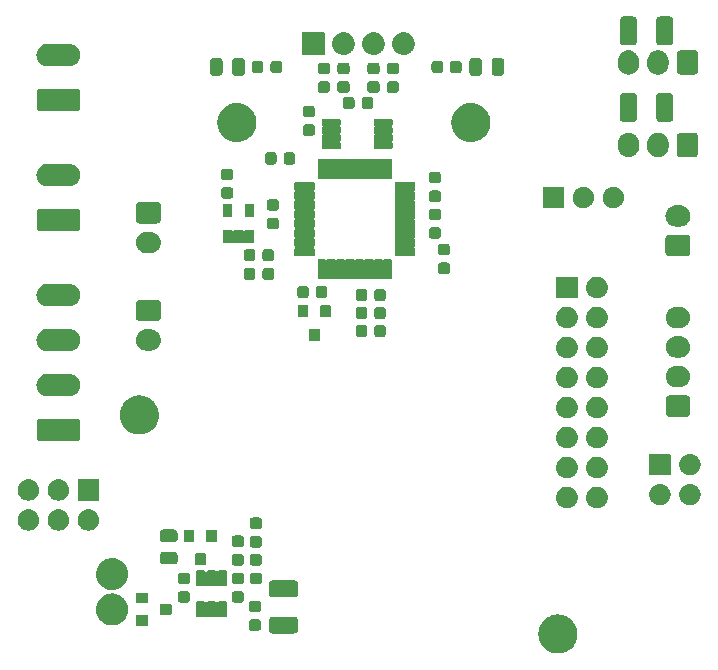
<source format=gbr>
G04 #@! TF.GenerationSoftware,KiCad,Pcbnew,(5.1.0-1252-g029b624e9)*
G04 #@! TF.CreationDate,2019-07-23T23:54:42+03:00*
G04 #@! TF.ProjectId,123,3132332e-6b69-4636-9164-5f7063625858,rev?*
G04 #@! TF.SameCoordinates,Original*
G04 #@! TF.FileFunction,Soldermask,Bot*
G04 #@! TF.FilePolarity,Negative*
%FSLAX46Y46*%
G04 Gerber Fmt 4.6, Leading zero omitted, Abs format (unit mm)*
G04 Created by KiCad (PCBNEW (5.1.0-1252-g029b624e9)) date 2019-07-23 23:54:42*
%MOMM*%
%LPD*%
G04 APERTURE LIST*
%ADD10C,0.100000*%
G04 APERTURE END LIST*
D10*
G36*
X119199730Y-97536000D02*
G01*
X119255937Y-97536000D01*
X119326874Y-97547235D01*
X119393558Y-97553128D01*
X119450072Y-97566748D01*
X119512610Y-97576653D01*
X119574179Y-97596658D01*
X119632121Y-97610622D01*
X119692809Y-97635203D01*
X119759764Y-97656958D01*
X119811106Y-97683118D01*
X119859565Y-97702746D01*
X119922309Y-97739779D01*
X119991312Y-97774938D01*
X120032161Y-97804616D01*
X120070891Y-97827476D01*
X120133232Y-97878049D01*
X120201554Y-97927688D01*
X120232207Y-97958341D01*
X120261465Y-97982076D01*
X120320718Y-98046852D01*
X120385312Y-98111446D01*
X120406574Y-98140711D01*
X120427091Y-98163140D01*
X120480400Y-98242323D01*
X120538062Y-98321688D01*
X120551230Y-98347531D01*
X120564137Y-98366703D01*
X120608562Y-98460052D01*
X120656042Y-98553236D01*
X120662784Y-98573987D01*
X120669587Y-98588281D01*
X120702245Y-98695436D01*
X120736347Y-98800390D01*
X120738634Y-98814830D01*
X120741129Y-98823016D01*
X120759244Y-98944955D01*
X120777000Y-99057063D01*
X120777000Y-99316937D01*
X120768684Y-99369440D01*
X120767885Y-99398983D01*
X120750640Y-99483367D01*
X120736347Y-99573610D01*
X120725164Y-99608027D01*
X120719080Y-99637799D01*
X120686365Y-99727439D01*
X120656042Y-99820764D01*
X120642872Y-99846612D01*
X120634950Y-99868318D01*
X120585540Y-99959131D01*
X120538062Y-100052312D01*
X120525241Y-100069959D01*
X120517672Y-100083870D01*
X120450158Y-100173301D01*
X120385312Y-100262554D01*
X120374976Y-100272890D01*
X120369819Y-100279721D01*
X120281782Y-100366084D01*
X120201554Y-100446312D01*
X120195558Y-100450668D01*
X120194640Y-100451569D01*
X120019110Y-100578866D01*
X119991312Y-100599062D01*
X119890629Y-100650363D01*
X119778223Y-100708753D01*
X119771505Y-100711060D01*
X119759764Y-100717042D01*
X119653902Y-100751439D01*
X119546133Y-100788441D01*
X119531994Y-100791049D01*
X119512610Y-100797347D01*
X119408080Y-100813903D01*
X119304808Y-100832950D01*
X119283170Y-100833687D01*
X119255937Y-100838000D01*
X119156480Y-100838000D01*
X119059553Y-100841300D01*
X119030812Y-100838000D01*
X118996063Y-100838000D01*
X118904482Y-100823495D01*
X118815768Y-100813309D01*
X118780791Y-100803904D01*
X118739390Y-100797347D01*
X118657749Y-100770820D01*
X118578788Y-100749589D01*
X118538903Y-100732205D01*
X118492236Y-100717042D01*
X118421965Y-100681237D01*
X118353832Y-100651541D01*
X118310765Y-100624578D01*
X118260688Y-100599062D01*
X118202590Y-100556851D01*
X118145843Y-100521323D01*
X118101667Y-100483526D01*
X118050446Y-100446312D01*
X118004671Y-100400537D01*
X117959382Y-100361788D01*
X117916465Y-100312331D01*
X117866688Y-100262554D01*
X117832823Y-100215943D01*
X117798556Y-100176454D01*
X117759461Y-100114969D01*
X117713938Y-100052312D01*
X117691015Y-100007323D01*
X117666884Y-99969372D01*
X117634299Y-99896012D01*
X117595958Y-99820764D01*
X117582561Y-99779533D01*
X117567269Y-99745105D01*
X117543885Y-99660501D01*
X117515653Y-99573610D01*
X117509993Y-99537874D01*
X117501897Y-99508582D01*
X117490348Y-99413843D01*
X117475000Y-99316937D01*
X117475000Y-99287932D01*
X117472203Y-99264987D01*
X117475000Y-99161628D01*
X117475000Y-99057063D01*
X117478413Y-99035516D01*
X117478841Y-99019689D01*
X117498390Y-98909382D01*
X117515653Y-98800390D01*
X117520171Y-98786485D01*
X117521664Y-98778061D01*
X117560876Y-98661207D01*
X117595958Y-98553236D01*
X117599325Y-98546628D01*
X117599732Y-98545415D01*
X117697710Y-98353538D01*
X117713938Y-98321688D01*
X117780366Y-98230258D01*
X117854002Y-98127214D01*
X117858942Y-98122107D01*
X117866688Y-98111446D01*
X117945390Y-98032744D01*
X118024621Y-97950841D01*
X118036037Y-97942097D01*
X118050446Y-97927688D01*
X118136048Y-97865494D01*
X118219440Y-97801621D01*
X118238390Y-97791139D01*
X118260688Y-97774938D01*
X118349279Y-97729798D01*
X118434164Y-97682843D01*
X118461275Y-97672734D01*
X118492236Y-97656958D01*
X118580418Y-97628306D01*
X118664091Y-97597105D01*
X118699527Y-97589605D01*
X118739390Y-97576653D01*
X118824177Y-97563224D01*
X118904171Y-97546294D01*
X118947600Y-97543676D01*
X118996063Y-97536000D01*
X119074917Y-97536000D01*
X119149111Y-97531527D01*
X119199730Y-97536000D01*
X119199730Y-97536000D01*
G37*
G36*
X96896756Y-97737764D02*
G01*
X96908227Y-97743288D01*
X96916287Y-97744795D01*
X96933547Y-97755482D01*
X96978638Y-97777197D01*
X96998738Y-97795847D01*
X97011964Y-97804036D01*
X97022265Y-97817676D01*
X97045264Y-97839016D01*
X97067614Y-97877727D01*
X97079781Y-97893839D01*
X97081751Y-97902213D01*
X97089506Y-97915646D01*
X97108419Y-98015601D01*
X97111883Y-98030330D01*
X97111883Y-98033909D01*
X97113194Y-98040838D01*
X97113194Y-98838517D01*
X97098236Y-98937756D01*
X97092712Y-98949227D01*
X97091205Y-98957287D01*
X97080518Y-98974547D01*
X97058803Y-99019638D01*
X97040153Y-99039738D01*
X97031964Y-99052964D01*
X97018324Y-99063265D01*
X96996984Y-99086264D01*
X96958273Y-99108614D01*
X96942161Y-99120781D01*
X96933787Y-99122751D01*
X96920354Y-99130506D01*
X96820399Y-99149419D01*
X96805670Y-99152883D01*
X96802091Y-99152883D01*
X96795162Y-99154194D01*
X94972483Y-99154194D01*
X94873244Y-99139236D01*
X94861773Y-99133712D01*
X94853713Y-99132205D01*
X94836453Y-99121518D01*
X94791362Y-99099803D01*
X94771262Y-99081153D01*
X94758036Y-99072964D01*
X94747735Y-99059324D01*
X94724736Y-99037984D01*
X94702386Y-98999273D01*
X94690219Y-98983161D01*
X94688249Y-98974787D01*
X94680494Y-98961354D01*
X94661581Y-98861399D01*
X94658117Y-98846670D01*
X94658117Y-98843091D01*
X94656806Y-98836162D01*
X94656806Y-98038483D01*
X94671764Y-97939244D01*
X94677288Y-97927773D01*
X94678795Y-97919713D01*
X94689482Y-97902453D01*
X94711197Y-97857362D01*
X94729847Y-97837262D01*
X94738036Y-97824036D01*
X94751676Y-97813735D01*
X94773016Y-97790736D01*
X94811727Y-97768386D01*
X94827839Y-97756219D01*
X94836213Y-97754249D01*
X94849646Y-97746494D01*
X94949601Y-97727581D01*
X94964330Y-97724117D01*
X94967909Y-97724117D01*
X94974838Y-97722806D01*
X96797517Y-97722806D01*
X96896756Y-97737764D01*
X96896756Y-97737764D01*
G37*
G36*
X93723231Y-97949001D02*
G01*
X93723964Y-97949001D01*
X93726829Y-97949571D01*
X93809918Y-97962731D01*
X93820760Y-97968255D01*
X93829215Y-97969937D01*
X93845768Y-97980998D01*
X93886054Y-98001524D01*
X93905316Y-98020786D01*
X93918443Y-98029557D01*
X93927214Y-98042684D01*
X93946476Y-98061946D01*
X93967002Y-98102232D01*
X93978063Y-98118785D01*
X93979745Y-98127240D01*
X93985269Y-98138082D01*
X93998429Y-98221171D01*
X93998999Y-98224036D01*
X93998999Y-98224769D01*
X94000194Y-98232314D01*
X94000194Y-98644686D01*
X93998999Y-98652231D01*
X93998999Y-98652964D01*
X93998429Y-98655829D01*
X93985269Y-98738918D01*
X93979745Y-98749760D01*
X93978063Y-98758215D01*
X93967002Y-98774768D01*
X93946476Y-98815054D01*
X93927214Y-98834316D01*
X93918443Y-98847443D01*
X93905316Y-98856214D01*
X93886054Y-98875476D01*
X93845768Y-98896002D01*
X93829215Y-98907063D01*
X93820760Y-98908745D01*
X93809918Y-98914269D01*
X93726829Y-98927429D01*
X93723964Y-98927999D01*
X93723231Y-98927999D01*
X93715686Y-98929194D01*
X93228314Y-98929194D01*
X93220769Y-98927999D01*
X93220036Y-98927999D01*
X93217171Y-98927429D01*
X93134082Y-98914269D01*
X93123240Y-98908745D01*
X93114785Y-98907063D01*
X93098232Y-98896002D01*
X93057946Y-98875476D01*
X93038684Y-98856214D01*
X93025557Y-98847443D01*
X93016786Y-98834316D01*
X92997524Y-98815054D01*
X92976998Y-98774768D01*
X92965937Y-98758215D01*
X92964255Y-98749760D01*
X92958731Y-98738918D01*
X92945571Y-98655829D01*
X92945001Y-98652964D01*
X92945001Y-98652231D01*
X92943806Y-98644686D01*
X92943806Y-98232314D01*
X92945001Y-98224769D01*
X92945001Y-98224036D01*
X92945571Y-98221171D01*
X92958731Y-98138082D01*
X92964255Y-98127240D01*
X92965937Y-98118785D01*
X92976998Y-98102232D01*
X92997524Y-98061946D01*
X93016786Y-98042684D01*
X93025557Y-98029557D01*
X93038684Y-98020786D01*
X93057946Y-98001524D01*
X93098232Y-97980998D01*
X93114785Y-97969937D01*
X93123240Y-97968255D01*
X93134082Y-97962731D01*
X93217171Y-97949571D01*
X93220036Y-97949001D01*
X93220769Y-97949001D01*
X93228314Y-97947806D01*
X93715686Y-97947806D01*
X93723231Y-97949001D01*
X93723231Y-97949001D01*
G37*
G36*
X84380295Y-97604354D02*
G01*
X84397165Y-97615626D01*
X84408437Y-97632496D01*
X84414844Y-97664707D01*
X84414844Y-98440083D01*
X84408437Y-98472294D01*
X84397165Y-98489164D01*
X84380295Y-98500436D01*
X84360396Y-98504394D01*
X84348084Y-98506843D01*
X83472708Y-98506843D01*
X83440497Y-98500436D01*
X83423627Y-98489164D01*
X83412355Y-98472294D01*
X83405948Y-98440083D01*
X83405948Y-97664707D01*
X83412355Y-97632496D01*
X83423627Y-97615626D01*
X83440497Y-97604354D01*
X83472708Y-97597947D01*
X84348084Y-97597947D01*
X84380295Y-97604354D01*
X84380295Y-97604354D01*
G37*
G36*
X81477769Y-95760602D02*
G01*
X81560016Y-95764553D01*
X81590304Y-95771240D01*
X81618424Y-95773898D01*
X81700166Y-95795495D01*
X81783898Y-95813981D01*
X81809352Y-95824343D01*
X81833213Y-95830647D01*
X81913738Y-95866836D01*
X81996250Y-95900425D01*
X82016581Y-95913055D01*
X82035850Y-95921715D01*
X82112539Y-95972667D01*
X82191002Y-96021411D01*
X82206269Y-96034941D01*
X82220887Y-96044654D01*
X82291048Y-96110080D01*
X82362585Y-96173482D01*
X82373135Y-96186627D01*
X82383361Y-96196163D01*
X82444342Y-96275349D01*
X82506092Y-96352288D01*
X82512560Y-96363933D01*
X82518912Y-96372181D01*
X82568218Y-96464136D01*
X82617421Y-96552718D01*
X82620658Y-96561936D01*
X82623892Y-96567967D01*
X82659249Y-96671827D01*
X82693388Y-96769040D01*
X82694430Y-96775170D01*
X82695485Y-96778268D01*
X82714952Y-96895862D01*
X82731821Y-96995069D01*
X82729148Y-97250254D01*
X82724741Y-97273250D01*
X82724405Y-97286979D01*
X82704180Y-97380521D01*
X82685990Y-97475429D01*
X82680487Y-97490110D01*
X82677783Y-97502614D01*
X82640462Y-97596877D01*
X82605510Y-97690112D01*
X82599398Y-97700592D01*
X82596002Y-97709170D01*
X82541410Y-97800026D01*
X82490008Y-97888166D01*
X82484495Y-97894748D01*
X82481583Y-97899594D01*
X82409006Y-97984872D01*
X82342788Y-98063928D01*
X82338948Y-98067190D01*
X82337596Y-98068779D01*
X82239801Y-98151421D01*
X82168058Y-98212372D01*
X82086922Y-98260452D01*
X81977089Y-98325925D01*
X81975151Y-98326684D01*
X81970815Y-98329254D01*
X81874501Y-98366129D01*
X81770252Y-98406984D01*
X81764721Y-98408160D01*
X81756699Y-98411231D01*
X81656526Y-98431157D01*
X81552940Y-98453174D01*
X81543736Y-98453592D01*
X81531831Y-98455960D01*
X81432259Y-98458654D01*
X81331021Y-98463252D01*
X81318322Y-98461738D01*
X81302642Y-98462162D01*
X81206933Y-98448455D01*
X81110421Y-98436947D01*
X81094718Y-98432385D01*
X81075684Y-98429659D01*
X80986677Y-98400996D01*
X80897083Y-98374967D01*
X80879116Y-98366359D01*
X80857448Y-98359381D01*
X80777460Y-98317653D01*
X80696735Y-98278976D01*
X80677492Y-98265502D01*
X80654173Y-98253337D01*
X80585036Y-98200764D01*
X80514758Y-98151555D01*
X80495422Y-98132620D01*
X80471671Y-98114559D01*
X80414682Y-98053553D01*
X80356028Y-97996114D01*
X80337943Y-97971404D01*
X80315161Y-97947016D01*
X80271153Y-97880148D01*
X80224821Y-97816843D01*
X80209403Y-97786320D01*
X80189118Y-97755498D01*
X80158391Y-97685334D01*
X80124657Y-97618552D01*
X80113365Y-97582518D01*
X80097145Y-97545481D01*
X80079511Y-97474491D01*
X80058223Y-97406561D01*
X80052471Y-97365637D01*
X80041873Y-97322970D01*
X80036709Y-97253483D01*
X80027304Y-97186561D01*
X80028401Y-97141680D01*
X80024882Y-97094327D01*
X80031169Y-97028436D01*
X80032732Y-96964469D01*
X80041814Y-96916856D01*
X80046658Y-96866091D01*
X80063040Y-96805586D01*
X80074359Y-96746250D01*
X80092333Y-96697399D01*
X80106578Y-96644786D01*
X80131449Y-96591083D01*
X80151071Y-96537752D01*
X80178550Y-96489380D01*
X80202928Y-96436742D01*
X80234500Y-96390890D01*
X80260804Y-96344587D01*
X80298073Y-96298564D01*
X80332955Y-96247905D01*
X80369351Y-96210543D01*
X80400609Y-96171943D01*
X80447570Y-96130248D01*
X80492939Y-96083676D01*
X80532271Y-96055047D01*
X80566741Y-96024443D01*
X80622927Y-95989061D01*
X80678307Y-95948751D01*
X80718741Y-95928723D01*
X80754727Y-95906062D01*
X80819263Y-95878934D01*
X80883759Y-95846988D01*
X80923615Y-95835068D01*
X80959528Y-95819972D01*
X81031135Y-95802913D01*
X81103419Y-95781295D01*
X81141215Y-95776688D01*
X81175634Y-95768488D01*
X81252676Y-95763101D01*
X81331007Y-95753553D01*
X81365523Y-95755211D01*
X81397258Y-95752992D01*
X81477769Y-95760602D01*
X81477769Y-95760602D01*
G37*
G36*
X89192294Y-96444355D02*
G01*
X89209164Y-96455627D01*
X89218462Y-96469543D01*
X89272506Y-96514710D01*
X89342389Y-96523488D01*
X89426328Y-96469543D01*
X89435626Y-96455627D01*
X89452496Y-96444355D01*
X89484707Y-96437948D01*
X90110083Y-96437948D01*
X90142294Y-96444355D01*
X90159164Y-96455627D01*
X90168462Y-96469543D01*
X90222506Y-96514710D01*
X90292389Y-96523488D01*
X90376328Y-96469543D01*
X90385626Y-96455627D01*
X90402496Y-96444355D01*
X90434707Y-96437948D01*
X91060083Y-96437948D01*
X91092294Y-96444355D01*
X91109164Y-96455627D01*
X91120436Y-96472497D01*
X91126843Y-96504708D01*
X91126843Y-97700084D01*
X91124394Y-97712396D01*
X91120436Y-97732295D01*
X91109164Y-97749165D01*
X91092294Y-97760437D01*
X91072395Y-97764395D01*
X91060083Y-97766844D01*
X90434707Y-97766844D01*
X90402496Y-97760437D01*
X90385626Y-97749165D01*
X90376328Y-97735249D01*
X90322284Y-97690082D01*
X90252401Y-97681304D01*
X90168462Y-97735249D01*
X90159164Y-97749165D01*
X90142294Y-97760437D01*
X90122395Y-97764395D01*
X90110083Y-97766844D01*
X89484707Y-97766844D01*
X89452496Y-97760437D01*
X89435626Y-97749165D01*
X89426328Y-97735249D01*
X89372284Y-97690082D01*
X89302401Y-97681304D01*
X89218462Y-97735249D01*
X89209164Y-97749165D01*
X89192294Y-97760437D01*
X89172395Y-97764395D01*
X89160083Y-97766844D01*
X88534707Y-97766844D01*
X88502496Y-97760437D01*
X88485626Y-97749165D01*
X88474354Y-97732295D01*
X88467947Y-97700084D01*
X88467947Y-96504708D01*
X88474354Y-96472497D01*
X88485626Y-96455627D01*
X88502496Y-96444355D01*
X88534707Y-96437948D01*
X89160083Y-96437948D01*
X89192294Y-96444355D01*
X89192294Y-96444355D01*
G37*
G36*
X86380295Y-96654354D02*
G01*
X86397165Y-96665626D01*
X86408437Y-96682496D01*
X86414844Y-96714707D01*
X86414844Y-97490083D01*
X86412395Y-97502395D01*
X86408437Y-97522294D01*
X86397165Y-97539164D01*
X86380295Y-97550436D01*
X86360396Y-97554394D01*
X86348084Y-97556843D01*
X85472708Y-97556843D01*
X85440497Y-97550436D01*
X85423627Y-97539164D01*
X85412355Y-97522294D01*
X85405948Y-97490083D01*
X85405948Y-96714707D01*
X85412355Y-96682496D01*
X85423627Y-96665626D01*
X85440497Y-96654354D01*
X85472708Y-96647947D01*
X86348084Y-96647947D01*
X86380295Y-96654354D01*
X86380295Y-96654354D01*
G37*
G36*
X93723231Y-96374001D02*
G01*
X93723964Y-96374001D01*
X93726829Y-96374571D01*
X93809918Y-96387731D01*
X93820760Y-96393255D01*
X93829215Y-96394937D01*
X93845768Y-96405998D01*
X93886054Y-96426524D01*
X93905316Y-96445786D01*
X93918443Y-96454557D01*
X93927214Y-96467684D01*
X93946476Y-96486946D01*
X93967002Y-96527232D01*
X93978063Y-96543785D01*
X93979745Y-96552240D01*
X93985269Y-96563082D01*
X93998429Y-96646171D01*
X93998999Y-96649036D01*
X93998999Y-96649769D01*
X94000194Y-96657314D01*
X94000194Y-97069686D01*
X93998999Y-97077231D01*
X93998999Y-97077964D01*
X93998429Y-97080829D01*
X93985269Y-97163918D01*
X93979745Y-97174760D01*
X93978063Y-97183215D01*
X93967002Y-97199768D01*
X93946476Y-97240054D01*
X93927214Y-97259316D01*
X93918443Y-97272443D01*
X93905316Y-97281214D01*
X93886054Y-97300476D01*
X93845768Y-97321002D01*
X93829215Y-97332063D01*
X93820760Y-97333745D01*
X93809918Y-97339269D01*
X93726829Y-97352429D01*
X93723964Y-97352999D01*
X93723231Y-97352999D01*
X93715686Y-97354194D01*
X93228314Y-97354194D01*
X93220769Y-97352999D01*
X93220036Y-97352999D01*
X93217171Y-97352429D01*
X93134082Y-97339269D01*
X93123240Y-97333745D01*
X93114785Y-97332063D01*
X93098232Y-97321002D01*
X93057946Y-97300476D01*
X93038684Y-97281214D01*
X93025557Y-97272443D01*
X93016786Y-97259316D01*
X92997524Y-97240054D01*
X92976998Y-97199768D01*
X92965937Y-97183215D01*
X92964255Y-97174760D01*
X92958731Y-97163918D01*
X92945571Y-97080829D01*
X92945001Y-97077964D01*
X92945001Y-97077231D01*
X92943806Y-97069686D01*
X92943806Y-96657314D01*
X92945001Y-96649769D01*
X92945001Y-96649036D01*
X92945571Y-96646171D01*
X92958731Y-96563082D01*
X92964255Y-96552240D01*
X92965937Y-96543785D01*
X92976998Y-96527232D01*
X92997524Y-96486946D01*
X93016786Y-96467684D01*
X93025557Y-96454557D01*
X93038684Y-96445786D01*
X93057946Y-96426524D01*
X93098232Y-96405998D01*
X93114785Y-96394937D01*
X93123240Y-96393255D01*
X93134082Y-96387731D01*
X93217171Y-96374571D01*
X93220036Y-96374001D01*
X93220769Y-96374001D01*
X93228314Y-96372806D01*
X93715686Y-96372806D01*
X93723231Y-96374001D01*
X93723231Y-96374001D01*
G37*
G36*
X84380295Y-95704354D02*
G01*
X84397165Y-95715626D01*
X84408437Y-95732496D01*
X84414844Y-95764707D01*
X84414844Y-96540083D01*
X84412395Y-96552395D01*
X84408437Y-96572294D01*
X84397165Y-96589164D01*
X84380295Y-96600436D01*
X84360396Y-96604394D01*
X84348084Y-96606843D01*
X83472708Y-96606843D01*
X83440497Y-96600436D01*
X83423627Y-96589164D01*
X83412355Y-96572294D01*
X83405948Y-96540083D01*
X83405948Y-95764707D01*
X83412355Y-95732496D01*
X83423627Y-95715626D01*
X83440497Y-95704354D01*
X83472708Y-95697947D01*
X84348084Y-95697947D01*
X84380295Y-95704354D01*
X84380295Y-95704354D01*
G37*
G36*
X92273626Y-95567896D02*
G01*
X92274359Y-95567896D01*
X92277224Y-95568466D01*
X92360313Y-95581626D01*
X92371155Y-95587150D01*
X92379610Y-95588832D01*
X92396163Y-95599893D01*
X92436449Y-95620419D01*
X92455711Y-95639681D01*
X92468838Y-95648452D01*
X92477609Y-95661579D01*
X92496871Y-95680841D01*
X92517397Y-95721127D01*
X92528458Y-95737680D01*
X92530140Y-95746135D01*
X92535664Y-95756977D01*
X92548824Y-95840066D01*
X92549394Y-95842931D01*
X92549394Y-95843664D01*
X92550589Y-95851209D01*
X92550589Y-96263581D01*
X92549394Y-96271126D01*
X92549394Y-96271859D01*
X92548824Y-96274724D01*
X92535664Y-96357813D01*
X92530140Y-96368655D01*
X92528458Y-96377110D01*
X92517397Y-96393663D01*
X92496871Y-96433949D01*
X92477609Y-96453211D01*
X92468838Y-96466338D01*
X92455711Y-96475109D01*
X92436449Y-96494371D01*
X92396163Y-96514897D01*
X92379610Y-96525958D01*
X92371155Y-96527640D01*
X92360313Y-96533164D01*
X92277224Y-96546324D01*
X92274359Y-96546894D01*
X92273626Y-96546894D01*
X92266081Y-96548089D01*
X91778709Y-96548089D01*
X91771164Y-96546894D01*
X91770431Y-96546894D01*
X91767566Y-96546324D01*
X91684477Y-96533164D01*
X91673635Y-96527640D01*
X91665180Y-96525958D01*
X91648627Y-96514897D01*
X91608341Y-96494371D01*
X91589079Y-96475109D01*
X91575952Y-96466338D01*
X91567181Y-96453211D01*
X91547919Y-96433949D01*
X91527393Y-96393663D01*
X91516332Y-96377110D01*
X91514650Y-96368655D01*
X91509126Y-96357813D01*
X91495966Y-96274724D01*
X91495396Y-96271859D01*
X91495396Y-96271126D01*
X91494201Y-96263581D01*
X91494201Y-95851209D01*
X91495396Y-95843664D01*
X91495396Y-95842931D01*
X91495966Y-95840066D01*
X91509126Y-95756977D01*
X91514650Y-95746135D01*
X91516332Y-95737680D01*
X91527393Y-95721127D01*
X91547919Y-95680841D01*
X91567181Y-95661579D01*
X91575952Y-95648452D01*
X91589079Y-95639681D01*
X91608341Y-95620419D01*
X91648627Y-95599893D01*
X91665180Y-95588832D01*
X91673635Y-95587150D01*
X91684477Y-95581626D01*
X91767566Y-95568466D01*
X91770431Y-95567896D01*
X91771164Y-95567896D01*
X91778709Y-95566701D01*
X92266081Y-95566701D01*
X92273626Y-95567896D01*
X92273626Y-95567896D01*
G37*
G36*
X87701626Y-95567895D02*
G01*
X87702359Y-95567895D01*
X87705224Y-95568465D01*
X87788313Y-95581625D01*
X87799155Y-95587149D01*
X87807610Y-95588831D01*
X87824163Y-95599892D01*
X87864449Y-95620418D01*
X87883711Y-95639680D01*
X87896838Y-95648451D01*
X87905609Y-95661578D01*
X87924871Y-95680840D01*
X87945397Y-95721126D01*
X87956458Y-95737679D01*
X87958140Y-95746134D01*
X87963664Y-95756976D01*
X87976824Y-95840065D01*
X87977394Y-95842930D01*
X87977394Y-95843663D01*
X87978589Y-95851208D01*
X87978589Y-96263580D01*
X87977394Y-96271125D01*
X87977394Y-96271858D01*
X87976824Y-96274723D01*
X87963664Y-96357812D01*
X87958140Y-96368654D01*
X87956458Y-96377109D01*
X87945397Y-96393662D01*
X87924871Y-96433948D01*
X87905609Y-96453210D01*
X87896838Y-96466337D01*
X87883711Y-96475108D01*
X87864449Y-96494370D01*
X87824163Y-96514896D01*
X87807610Y-96525957D01*
X87799155Y-96527639D01*
X87788313Y-96533163D01*
X87705224Y-96546323D01*
X87702359Y-96546893D01*
X87701626Y-96546893D01*
X87694081Y-96548088D01*
X87206709Y-96548088D01*
X87199164Y-96546893D01*
X87198431Y-96546893D01*
X87195566Y-96546323D01*
X87112477Y-96533163D01*
X87101635Y-96527639D01*
X87093180Y-96525957D01*
X87076627Y-96514896D01*
X87036341Y-96494370D01*
X87017079Y-96475108D01*
X87003952Y-96466337D01*
X86995181Y-96453210D01*
X86975919Y-96433948D01*
X86955393Y-96393662D01*
X86944332Y-96377109D01*
X86942650Y-96368654D01*
X86937126Y-96357812D01*
X86923966Y-96274723D01*
X86923396Y-96271858D01*
X86923396Y-96271125D01*
X86922201Y-96263580D01*
X86922201Y-95851208D01*
X86923396Y-95843663D01*
X86923396Y-95842930D01*
X86923966Y-95840065D01*
X86937126Y-95756976D01*
X86942650Y-95746134D01*
X86944332Y-95737679D01*
X86955393Y-95721126D01*
X86975919Y-95680840D01*
X86995181Y-95661578D01*
X87003952Y-95648451D01*
X87017079Y-95639680D01*
X87036341Y-95620418D01*
X87076627Y-95599892D01*
X87093180Y-95588831D01*
X87101635Y-95587149D01*
X87112477Y-95581625D01*
X87195566Y-95568465D01*
X87198431Y-95567895D01*
X87199164Y-95567895D01*
X87206709Y-95566700D01*
X87694081Y-95566700D01*
X87701626Y-95567895D01*
X87701626Y-95567895D01*
G37*
G36*
X96896756Y-94662764D02*
G01*
X96908227Y-94668288D01*
X96916287Y-94669795D01*
X96933547Y-94680482D01*
X96978638Y-94702197D01*
X96998738Y-94720847D01*
X97011964Y-94729036D01*
X97022265Y-94742676D01*
X97045264Y-94764016D01*
X97067614Y-94802727D01*
X97079781Y-94818839D01*
X97081751Y-94827213D01*
X97089506Y-94840646D01*
X97108419Y-94940601D01*
X97111883Y-94955330D01*
X97111883Y-94958909D01*
X97113194Y-94965838D01*
X97113194Y-95763517D01*
X97098236Y-95862756D01*
X97092712Y-95874227D01*
X97091205Y-95882287D01*
X97080518Y-95899547D01*
X97058803Y-95944638D01*
X97040153Y-95964738D01*
X97031964Y-95977964D01*
X97018324Y-95988265D01*
X96996984Y-96011264D01*
X96958273Y-96033614D01*
X96942161Y-96045781D01*
X96933787Y-96047751D01*
X96920354Y-96055506D01*
X96820399Y-96074419D01*
X96805670Y-96077883D01*
X96802091Y-96077883D01*
X96795162Y-96079194D01*
X94972483Y-96079194D01*
X94873244Y-96064236D01*
X94861773Y-96058712D01*
X94853713Y-96057205D01*
X94836453Y-96046518D01*
X94791362Y-96024803D01*
X94771262Y-96006153D01*
X94758036Y-95997964D01*
X94747735Y-95984324D01*
X94724736Y-95962984D01*
X94702386Y-95924273D01*
X94690219Y-95908161D01*
X94688249Y-95899787D01*
X94680494Y-95886354D01*
X94661581Y-95786399D01*
X94658117Y-95771670D01*
X94658117Y-95768091D01*
X94656806Y-95761162D01*
X94656806Y-94963483D01*
X94671764Y-94864244D01*
X94677288Y-94852773D01*
X94678795Y-94844713D01*
X94689482Y-94827453D01*
X94711197Y-94782362D01*
X94729847Y-94762262D01*
X94738036Y-94749036D01*
X94751676Y-94738735D01*
X94773016Y-94715736D01*
X94811727Y-94693386D01*
X94827839Y-94681219D01*
X94836213Y-94679249D01*
X94849646Y-94671494D01*
X94949601Y-94652581D01*
X94964330Y-94649117D01*
X94967909Y-94649117D01*
X94974838Y-94647806D01*
X96797517Y-94647806D01*
X96896756Y-94662764D01*
X96896756Y-94662764D01*
G37*
G36*
X81477769Y-92760602D02*
G01*
X81560016Y-92764553D01*
X81590304Y-92771240D01*
X81618424Y-92773898D01*
X81700166Y-92795495D01*
X81783898Y-92813981D01*
X81809352Y-92824343D01*
X81833213Y-92830647D01*
X81913738Y-92866836D01*
X81996250Y-92900425D01*
X82016581Y-92913055D01*
X82035850Y-92921715D01*
X82112539Y-92972667D01*
X82191002Y-93021411D01*
X82206269Y-93034941D01*
X82220887Y-93044654D01*
X82291048Y-93110080D01*
X82362585Y-93173482D01*
X82373135Y-93186627D01*
X82383361Y-93196163D01*
X82444342Y-93275349D01*
X82506092Y-93352288D01*
X82512560Y-93363933D01*
X82518912Y-93372181D01*
X82568218Y-93464136D01*
X82617421Y-93552718D01*
X82620658Y-93561936D01*
X82623892Y-93567967D01*
X82659249Y-93671827D01*
X82693388Y-93769040D01*
X82694430Y-93775170D01*
X82695485Y-93778268D01*
X82714952Y-93895862D01*
X82731821Y-93995069D01*
X82729148Y-94250254D01*
X82724741Y-94273250D01*
X82724405Y-94286979D01*
X82704180Y-94380521D01*
X82685990Y-94475429D01*
X82680487Y-94490110D01*
X82677783Y-94502614D01*
X82640462Y-94596877D01*
X82605510Y-94690112D01*
X82599398Y-94700592D01*
X82596002Y-94709170D01*
X82541410Y-94800026D01*
X82490008Y-94888166D01*
X82484495Y-94894748D01*
X82481583Y-94899594D01*
X82409006Y-94984872D01*
X82342788Y-95063928D01*
X82338948Y-95067190D01*
X82337596Y-95068779D01*
X82239801Y-95151421D01*
X82168058Y-95212372D01*
X82086922Y-95260452D01*
X81977089Y-95325925D01*
X81975151Y-95326684D01*
X81970815Y-95329254D01*
X81874501Y-95366129D01*
X81770252Y-95406984D01*
X81764721Y-95408160D01*
X81756699Y-95411231D01*
X81656526Y-95431157D01*
X81552940Y-95453174D01*
X81543736Y-95453592D01*
X81531831Y-95455960D01*
X81432259Y-95458654D01*
X81331021Y-95463252D01*
X81318322Y-95461738D01*
X81302642Y-95462162D01*
X81206933Y-95448455D01*
X81110421Y-95436947D01*
X81094718Y-95432385D01*
X81075684Y-95429659D01*
X80986677Y-95400996D01*
X80897083Y-95374967D01*
X80879116Y-95366359D01*
X80857448Y-95359381D01*
X80777460Y-95317653D01*
X80696735Y-95278976D01*
X80677492Y-95265502D01*
X80654173Y-95253337D01*
X80585036Y-95200764D01*
X80514758Y-95151555D01*
X80495422Y-95132620D01*
X80471671Y-95114559D01*
X80414682Y-95053553D01*
X80356028Y-94996114D01*
X80337943Y-94971404D01*
X80315161Y-94947016D01*
X80271153Y-94880148D01*
X80224821Y-94816843D01*
X80209403Y-94786320D01*
X80189118Y-94755498D01*
X80158391Y-94685334D01*
X80124657Y-94618552D01*
X80113365Y-94582518D01*
X80097145Y-94545481D01*
X80079511Y-94474491D01*
X80058223Y-94406561D01*
X80052471Y-94365637D01*
X80041873Y-94322970D01*
X80036709Y-94253483D01*
X80027304Y-94186561D01*
X80028401Y-94141680D01*
X80024882Y-94094327D01*
X80031169Y-94028436D01*
X80032732Y-93964469D01*
X80041814Y-93916856D01*
X80046658Y-93866091D01*
X80063040Y-93805586D01*
X80074359Y-93746250D01*
X80092333Y-93697399D01*
X80106578Y-93644786D01*
X80131449Y-93591083D01*
X80151071Y-93537752D01*
X80178550Y-93489380D01*
X80202928Y-93436742D01*
X80234500Y-93390890D01*
X80260804Y-93344587D01*
X80298073Y-93298564D01*
X80332955Y-93247905D01*
X80369351Y-93210543D01*
X80400609Y-93171943D01*
X80447570Y-93130248D01*
X80492939Y-93083676D01*
X80532271Y-93055047D01*
X80566741Y-93024443D01*
X80622927Y-92989061D01*
X80678307Y-92948751D01*
X80718741Y-92928723D01*
X80754727Y-92906062D01*
X80819263Y-92878934D01*
X80883759Y-92846988D01*
X80923615Y-92835068D01*
X80959528Y-92819972D01*
X81031135Y-92802913D01*
X81103419Y-92781295D01*
X81141215Y-92776688D01*
X81175634Y-92768488D01*
X81252676Y-92763101D01*
X81331007Y-92753553D01*
X81365523Y-92755211D01*
X81397258Y-92752992D01*
X81477769Y-92760602D01*
X81477769Y-92760602D01*
G37*
G36*
X89192294Y-93824355D02*
G01*
X89209164Y-93835627D01*
X89218462Y-93849543D01*
X89272506Y-93894710D01*
X89342389Y-93903488D01*
X89426328Y-93849543D01*
X89435626Y-93835627D01*
X89452496Y-93824355D01*
X89484707Y-93817948D01*
X90110083Y-93817948D01*
X90142294Y-93824355D01*
X90159164Y-93835627D01*
X90168462Y-93849543D01*
X90222506Y-93894710D01*
X90292389Y-93903488D01*
X90376328Y-93849543D01*
X90385626Y-93835627D01*
X90402496Y-93824355D01*
X90434707Y-93817948D01*
X91060083Y-93817948D01*
X91092294Y-93824355D01*
X91109164Y-93835627D01*
X91120436Y-93852497D01*
X91126843Y-93884708D01*
X91126843Y-95080084D01*
X91124394Y-95092396D01*
X91120436Y-95112295D01*
X91109164Y-95129165D01*
X91092294Y-95140437D01*
X91072395Y-95144395D01*
X91060083Y-95146844D01*
X90434707Y-95146844D01*
X90402496Y-95140437D01*
X90385626Y-95129165D01*
X90376328Y-95115249D01*
X90322284Y-95070082D01*
X90252401Y-95061304D01*
X90168462Y-95115249D01*
X90159164Y-95129165D01*
X90142294Y-95140437D01*
X90122395Y-95144395D01*
X90110083Y-95146844D01*
X89484707Y-95146844D01*
X89452496Y-95140437D01*
X89435626Y-95129165D01*
X89426328Y-95115249D01*
X89372284Y-95070082D01*
X89302401Y-95061304D01*
X89218462Y-95115249D01*
X89209164Y-95129165D01*
X89192294Y-95140437D01*
X89172395Y-95144395D01*
X89160083Y-95146844D01*
X88534707Y-95146844D01*
X88502496Y-95140437D01*
X88485626Y-95129165D01*
X88474354Y-95112295D01*
X88467947Y-95080084D01*
X88467947Y-93884708D01*
X88474354Y-93852497D01*
X88485626Y-93835627D01*
X88502496Y-93824355D01*
X88534707Y-93817948D01*
X89160083Y-93817948D01*
X89192294Y-93824355D01*
X89192294Y-93824355D01*
G37*
G36*
X93797626Y-93992896D02*
G01*
X93798359Y-93992896D01*
X93801224Y-93993466D01*
X93884313Y-94006626D01*
X93895155Y-94012150D01*
X93903610Y-94013832D01*
X93920163Y-94024893D01*
X93960449Y-94045419D01*
X93979711Y-94064681D01*
X93992838Y-94073452D01*
X94001609Y-94086579D01*
X94020871Y-94105841D01*
X94041397Y-94146127D01*
X94052458Y-94162680D01*
X94054140Y-94171135D01*
X94059664Y-94181977D01*
X94072824Y-94265066D01*
X94073394Y-94267931D01*
X94073394Y-94268664D01*
X94074589Y-94276209D01*
X94074589Y-94688581D01*
X94073394Y-94696126D01*
X94073394Y-94696859D01*
X94072824Y-94699724D01*
X94059664Y-94782813D01*
X94054140Y-94793655D01*
X94052458Y-94802110D01*
X94041397Y-94818663D01*
X94020871Y-94858949D01*
X94001609Y-94878211D01*
X93992838Y-94891338D01*
X93979711Y-94900109D01*
X93960449Y-94919371D01*
X93920163Y-94939897D01*
X93903610Y-94950958D01*
X93895155Y-94952640D01*
X93884313Y-94958164D01*
X93801224Y-94971324D01*
X93798359Y-94971894D01*
X93797626Y-94971894D01*
X93790081Y-94973089D01*
X93302709Y-94973089D01*
X93295164Y-94971894D01*
X93294431Y-94971894D01*
X93291566Y-94971324D01*
X93208477Y-94958164D01*
X93197635Y-94952640D01*
X93189180Y-94950958D01*
X93172627Y-94939897D01*
X93132341Y-94919371D01*
X93113079Y-94900109D01*
X93099952Y-94891338D01*
X93091181Y-94878211D01*
X93071919Y-94858949D01*
X93051393Y-94818663D01*
X93040332Y-94802110D01*
X93038650Y-94793655D01*
X93033126Y-94782813D01*
X93019966Y-94699724D01*
X93019396Y-94696859D01*
X93019396Y-94696126D01*
X93018201Y-94688581D01*
X93018201Y-94276209D01*
X93019396Y-94268664D01*
X93019396Y-94267931D01*
X93019966Y-94265066D01*
X93033126Y-94181977D01*
X93038650Y-94171135D01*
X93040332Y-94162680D01*
X93051393Y-94146127D01*
X93071919Y-94105841D01*
X93091181Y-94086579D01*
X93099952Y-94073452D01*
X93113079Y-94064681D01*
X93132341Y-94045419D01*
X93172627Y-94024893D01*
X93189180Y-94013832D01*
X93197635Y-94012150D01*
X93208477Y-94006626D01*
X93291566Y-93993466D01*
X93294431Y-93992896D01*
X93295164Y-93992896D01*
X93302709Y-93991701D01*
X93790081Y-93991701D01*
X93797626Y-93992896D01*
X93797626Y-93992896D01*
G37*
G36*
X92273626Y-93992896D02*
G01*
X92274359Y-93992896D01*
X92277224Y-93993466D01*
X92360313Y-94006626D01*
X92371155Y-94012150D01*
X92379610Y-94013832D01*
X92396163Y-94024893D01*
X92436449Y-94045419D01*
X92455711Y-94064681D01*
X92468838Y-94073452D01*
X92477609Y-94086579D01*
X92496871Y-94105841D01*
X92517397Y-94146127D01*
X92528458Y-94162680D01*
X92530140Y-94171135D01*
X92535664Y-94181977D01*
X92548824Y-94265066D01*
X92549394Y-94267931D01*
X92549394Y-94268664D01*
X92550589Y-94276209D01*
X92550589Y-94688581D01*
X92549394Y-94696126D01*
X92549394Y-94696859D01*
X92548824Y-94699724D01*
X92535664Y-94782813D01*
X92530140Y-94793655D01*
X92528458Y-94802110D01*
X92517397Y-94818663D01*
X92496871Y-94858949D01*
X92477609Y-94878211D01*
X92468838Y-94891338D01*
X92455711Y-94900109D01*
X92436449Y-94919371D01*
X92396163Y-94939897D01*
X92379610Y-94950958D01*
X92371155Y-94952640D01*
X92360313Y-94958164D01*
X92277224Y-94971324D01*
X92274359Y-94971894D01*
X92273626Y-94971894D01*
X92266081Y-94973089D01*
X91778709Y-94973089D01*
X91771164Y-94971894D01*
X91770431Y-94971894D01*
X91767566Y-94971324D01*
X91684477Y-94958164D01*
X91673635Y-94952640D01*
X91665180Y-94950958D01*
X91648627Y-94939897D01*
X91608341Y-94919371D01*
X91589079Y-94900109D01*
X91575952Y-94891338D01*
X91567181Y-94878211D01*
X91547919Y-94858949D01*
X91527393Y-94818663D01*
X91516332Y-94802110D01*
X91514650Y-94793655D01*
X91509126Y-94782813D01*
X91495966Y-94699724D01*
X91495396Y-94696859D01*
X91495396Y-94696126D01*
X91494201Y-94688581D01*
X91494201Y-94276209D01*
X91495396Y-94268664D01*
X91495396Y-94267931D01*
X91495966Y-94265066D01*
X91509126Y-94181977D01*
X91514650Y-94171135D01*
X91516332Y-94162680D01*
X91527393Y-94146127D01*
X91547919Y-94105841D01*
X91567181Y-94086579D01*
X91575952Y-94073452D01*
X91589079Y-94064681D01*
X91608341Y-94045419D01*
X91648627Y-94024893D01*
X91665180Y-94013832D01*
X91673635Y-94012150D01*
X91684477Y-94006626D01*
X91767566Y-93993466D01*
X91770431Y-93992896D01*
X91771164Y-93992896D01*
X91778709Y-93991701D01*
X92266081Y-93991701D01*
X92273626Y-93992896D01*
X92273626Y-93992896D01*
G37*
G36*
X87701626Y-93992895D02*
G01*
X87702359Y-93992895D01*
X87705224Y-93993465D01*
X87788313Y-94006625D01*
X87799155Y-94012149D01*
X87807610Y-94013831D01*
X87824163Y-94024892D01*
X87864449Y-94045418D01*
X87883711Y-94064680D01*
X87896838Y-94073451D01*
X87905609Y-94086578D01*
X87924871Y-94105840D01*
X87945397Y-94146126D01*
X87956458Y-94162679D01*
X87958140Y-94171134D01*
X87963664Y-94181976D01*
X87976824Y-94265065D01*
X87977394Y-94267930D01*
X87977394Y-94268663D01*
X87978589Y-94276208D01*
X87978589Y-94688580D01*
X87977394Y-94696125D01*
X87977394Y-94696858D01*
X87976824Y-94699723D01*
X87963664Y-94782812D01*
X87958140Y-94793654D01*
X87956458Y-94802109D01*
X87945397Y-94818662D01*
X87924871Y-94858948D01*
X87905609Y-94878210D01*
X87896838Y-94891337D01*
X87883711Y-94900108D01*
X87864449Y-94919370D01*
X87824163Y-94939896D01*
X87807610Y-94950957D01*
X87799155Y-94952639D01*
X87788313Y-94958163D01*
X87705224Y-94971323D01*
X87702359Y-94971893D01*
X87701626Y-94971893D01*
X87694081Y-94973088D01*
X87206709Y-94973088D01*
X87199164Y-94971893D01*
X87198431Y-94971893D01*
X87195566Y-94971323D01*
X87112477Y-94958163D01*
X87101635Y-94952639D01*
X87093180Y-94950957D01*
X87076627Y-94939896D01*
X87036341Y-94919370D01*
X87017079Y-94900108D01*
X87003952Y-94891337D01*
X86995181Y-94878210D01*
X86975919Y-94858948D01*
X86955393Y-94818662D01*
X86944332Y-94802109D01*
X86942650Y-94793654D01*
X86937126Y-94782812D01*
X86923966Y-94699723D01*
X86923396Y-94696858D01*
X86923396Y-94696125D01*
X86922201Y-94688580D01*
X86922201Y-94276208D01*
X86923396Y-94268663D01*
X86923396Y-94267930D01*
X86923966Y-94265065D01*
X86937126Y-94181976D01*
X86942650Y-94171134D01*
X86944332Y-94162679D01*
X86955393Y-94146126D01*
X86975919Y-94105840D01*
X86995181Y-94086578D01*
X87003952Y-94073451D01*
X87017079Y-94064680D01*
X87036341Y-94045418D01*
X87076627Y-94024892D01*
X87093180Y-94013831D01*
X87101635Y-94012149D01*
X87112477Y-94006625D01*
X87195566Y-93993465D01*
X87198431Y-93992895D01*
X87199164Y-93992895D01*
X87206709Y-93991700D01*
X87694081Y-93991700D01*
X87701626Y-93992895D01*
X87701626Y-93992895D01*
G37*
G36*
X92273626Y-92421896D02*
G01*
X92274359Y-92421896D01*
X92277224Y-92422466D01*
X92360313Y-92435626D01*
X92371155Y-92441150D01*
X92379610Y-92442832D01*
X92396163Y-92453893D01*
X92436449Y-92474419D01*
X92455711Y-92493681D01*
X92468838Y-92502452D01*
X92477609Y-92515579D01*
X92496871Y-92534841D01*
X92517397Y-92575127D01*
X92528458Y-92591680D01*
X92530140Y-92600135D01*
X92535664Y-92610977D01*
X92548824Y-92694066D01*
X92549394Y-92696931D01*
X92549394Y-92697664D01*
X92550589Y-92705209D01*
X92550589Y-93117581D01*
X92549394Y-93125126D01*
X92549394Y-93125859D01*
X92548824Y-93128724D01*
X92535664Y-93211813D01*
X92530140Y-93222655D01*
X92528458Y-93231110D01*
X92517397Y-93247663D01*
X92496871Y-93287949D01*
X92477609Y-93307211D01*
X92468838Y-93320338D01*
X92455711Y-93329109D01*
X92436449Y-93348371D01*
X92396163Y-93368897D01*
X92379610Y-93379958D01*
X92371155Y-93381640D01*
X92360313Y-93387164D01*
X92277224Y-93400324D01*
X92274359Y-93400894D01*
X92273626Y-93400894D01*
X92266081Y-93402089D01*
X91778709Y-93402089D01*
X91771164Y-93400894D01*
X91770431Y-93400894D01*
X91767566Y-93400324D01*
X91684477Y-93387164D01*
X91673635Y-93381640D01*
X91665180Y-93379958D01*
X91648627Y-93368897D01*
X91608341Y-93348371D01*
X91589079Y-93329109D01*
X91575952Y-93320338D01*
X91567181Y-93307211D01*
X91547919Y-93287949D01*
X91527393Y-93247663D01*
X91516332Y-93231110D01*
X91514650Y-93222655D01*
X91509126Y-93211813D01*
X91495966Y-93128724D01*
X91495396Y-93125859D01*
X91495396Y-93125126D01*
X91494201Y-93117581D01*
X91494201Y-92705209D01*
X91495396Y-92697664D01*
X91495396Y-92696931D01*
X91495966Y-92694066D01*
X91509126Y-92610977D01*
X91514650Y-92600135D01*
X91516332Y-92591680D01*
X91527393Y-92575127D01*
X91547919Y-92534841D01*
X91567181Y-92515579D01*
X91575952Y-92502452D01*
X91589079Y-92493681D01*
X91608341Y-92474419D01*
X91648627Y-92453893D01*
X91665180Y-92442832D01*
X91673635Y-92441150D01*
X91684477Y-92435626D01*
X91767566Y-92422466D01*
X91770431Y-92421896D01*
X91771164Y-92421896D01*
X91778709Y-92420701D01*
X92266081Y-92420701D01*
X92273626Y-92421896D01*
X92273626Y-92421896D01*
G37*
G36*
X93797626Y-92417896D02*
G01*
X93798359Y-92417896D01*
X93801224Y-92418466D01*
X93884313Y-92431626D01*
X93895155Y-92437150D01*
X93903610Y-92438832D01*
X93920163Y-92449893D01*
X93960449Y-92470419D01*
X93979711Y-92489681D01*
X93992838Y-92498452D01*
X94001609Y-92511579D01*
X94020871Y-92530841D01*
X94041397Y-92571127D01*
X94052458Y-92587680D01*
X94054140Y-92596135D01*
X94059664Y-92606977D01*
X94072824Y-92690066D01*
X94073394Y-92692931D01*
X94073394Y-92693664D01*
X94074589Y-92701209D01*
X94074589Y-93113581D01*
X94073394Y-93121126D01*
X94073394Y-93121859D01*
X94072824Y-93124724D01*
X94059664Y-93207813D01*
X94054140Y-93218655D01*
X94052458Y-93227110D01*
X94041397Y-93243663D01*
X94020871Y-93283949D01*
X94001609Y-93303211D01*
X93992838Y-93316338D01*
X93979711Y-93325109D01*
X93960449Y-93344371D01*
X93920163Y-93364897D01*
X93903610Y-93375958D01*
X93895155Y-93377640D01*
X93884313Y-93383164D01*
X93801224Y-93396324D01*
X93798359Y-93396894D01*
X93797626Y-93396894D01*
X93790081Y-93398089D01*
X93302709Y-93398089D01*
X93295164Y-93396894D01*
X93294431Y-93396894D01*
X93291566Y-93396324D01*
X93208477Y-93383164D01*
X93197635Y-93377640D01*
X93189180Y-93375958D01*
X93172627Y-93364897D01*
X93132341Y-93344371D01*
X93113079Y-93325109D01*
X93099952Y-93316338D01*
X93091181Y-93303211D01*
X93071919Y-93283949D01*
X93051393Y-93243663D01*
X93040332Y-93227110D01*
X93038650Y-93218655D01*
X93033126Y-93207813D01*
X93019966Y-93124724D01*
X93019396Y-93121859D01*
X93019396Y-93121126D01*
X93018201Y-93113581D01*
X93018201Y-92701209D01*
X93019396Y-92693664D01*
X93019396Y-92692931D01*
X93019966Y-92690066D01*
X93033126Y-92606977D01*
X93038650Y-92596135D01*
X93040332Y-92587680D01*
X93051393Y-92571127D01*
X93071919Y-92530841D01*
X93091181Y-92511579D01*
X93099952Y-92498452D01*
X93113079Y-92489681D01*
X93132341Y-92470419D01*
X93172627Y-92449893D01*
X93189180Y-92438832D01*
X93197635Y-92437150D01*
X93208477Y-92431626D01*
X93291566Y-92418466D01*
X93294431Y-92417896D01*
X93295164Y-92417896D01*
X93302709Y-92416701D01*
X93790081Y-92416701D01*
X93797626Y-92417896D01*
X93797626Y-92417896D01*
G37*
G36*
X89267294Y-92381354D02*
G01*
X89284164Y-92392626D01*
X89295436Y-92409496D01*
X89301843Y-92441707D01*
X89301843Y-93317083D01*
X89299394Y-93329395D01*
X89295436Y-93349294D01*
X89284164Y-93366164D01*
X89267294Y-93377436D01*
X89247395Y-93381394D01*
X89235083Y-93383843D01*
X88459707Y-93383843D01*
X88427496Y-93377436D01*
X88410626Y-93366164D01*
X88399354Y-93349294D01*
X88392947Y-93317083D01*
X88392947Y-92441707D01*
X88399354Y-92409496D01*
X88410626Y-92392626D01*
X88427496Y-92381354D01*
X88459707Y-92374947D01*
X89235083Y-92374947D01*
X89267294Y-92381354D01*
X89267294Y-92381354D01*
G37*
G36*
X86632047Y-92215012D02*
G01*
X86632422Y-92215012D01*
X86634501Y-92215401D01*
X86725825Y-92229865D01*
X86733908Y-92233983D01*
X86740742Y-92235261D01*
X86760848Y-92247710D01*
X86809015Y-92272252D01*
X86822883Y-92286120D01*
X86834434Y-92293272D01*
X86848002Y-92311239D01*
X86875038Y-92338275D01*
X86888769Y-92365223D01*
X86900842Y-92381211D01*
X86904209Y-92395527D01*
X86917425Y-92421465D01*
X86932096Y-92514095D01*
X86932278Y-92514868D01*
X86932278Y-92515243D01*
X86933589Y-92523520D01*
X86933589Y-92985270D01*
X86932278Y-92993547D01*
X86932278Y-92993922D01*
X86931889Y-92996001D01*
X86917425Y-93087325D01*
X86913307Y-93095408D01*
X86912029Y-93102242D01*
X86899580Y-93122348D01*
X86875038Y-93170515D01*
X86861170Y-93184383D01*
X86854018Y-93195934D01*
X86836051Y-93209502D01*
X86809015Y-93236538D01*
X86782067Y-93250269D01*
X86766079Y-93262342D01*
X86751763Y-93265709D01*
X86725825Y-93278925D01*
X86633195Y-93293596D01*
X86632422Y-93293778D01*
X86632047Y-93293778D01*
X86623770Y-93295089D01*
X85737020Y-93295089D01*
X85728743Y-93293778D01*
X85728368Y-93293778D01*
X85726289Y-93293389D01*
X85634965Y-93278925D01*
X85626882Y-93274807D01*
X85620048Y-93273529D01*
X85599942Y-93261080D01*
X85551775Y-93236538D01*
X85537907Y-93222670D01*
X85526356Y-93215518D01*
X85512788Y-93197551D01*
X85485752Y-93170515D01*
X85472021Y-93143567D01*
X85459948Y-93127579D01*
X85456581Y-93113263D01*
X85443365Y-93087325D01*
X85428694Y-92994695D01*
X85428512Y-92993922D01*
X85428512Y-92993547D01*
X85427201Y-92985270D01*
X85427201Y-92523520D01*
X85428512Y-92515243D01*
X85428512Y-92514868D01*
X85428901Y-92512789D01*
X85443365Y-92421465D01*
X85447483Y-92413382D01*
X85448761Y-92406548D01*
X85461210Y-92386442D01*
X85485752Y-92338275D01*
X85499620Y-92324407D01*
X85506772Y-92312856D01*
X85524739Y-92299288D01*
X85551775Y-92272252D01*
X85578723Y-92258521D01*
X85594711Y-92246448D01*
X85609027Y-92243081D01*
X85634965Y-92229865D01*
X85727595Y-92215194D01*
X85728368Y-92215012D01*
X85728743Y-92215012D01*
X85737020Y-92213701D01*
X86623770Y-92213701D01*
X86632047Y-92215012D01*
X86632047Y-92215012D01*
G37*
G36*
X93797626Y-90897896D02*
G01*
X93798359Y-90897896D01*
X93801224Y-90898466D01*
X93884313Y-90911626D01*
X93895155Y-90917150D01*
X93903610Y-90918832D01*
X93920163Y-90929893D01*
X93960449Y-90950419D01*
X93979711Y-90969681D01*
X93992838Y-90978452D01*
X94001609Y-90991579D01*
X94020871Y-91010841D01*
X94041397Y-91051127D01*
X94052458Y-91067680D01*
X94054140Y-91076135D01*
X94059664Y-91086977D01*
X94072824Y-91170066D01*
X94073394Y-91172931D01*
X94073394Y-91173664D01*
X94074589Y-91181209D01*
X94074589Y-91593581D01*
X94073394Y-91601126D01*
X94073394Y-91601859D01*
X94072824Y-91604724D01*
X94059664Y-91687813D01*
X94054140Y-91698655D01*
X94052458Y-91707110D01*
X94041397Y-91723663D01*
X94020871Y-91763949D01*
X94001609Y-91783211D01*
X93992838Y-91796338D01*
X93979711Y-91805109D01*
X93960449Y-91824371D01*
X93920163Y-91844897D01*
X93903610Y-91855958D01*
X93895155Y-91857640D01*
X93884313Y-91863164D01*
X93801224Y-91876324D01*
X93798359Y-91876894D01*
X93797626Y-91876894D01*
X93790081Y-91878089D01*
X93302709Y-91878089D01*
X93295164Y-91876894D01*
X93294431Y-91876894D01*
X93291566Y-91876324D01*
X93208477Y-91863164D01*
X93197635Y-91857640D01*
X93189180Y-91855958D01*
X93172627Y-91844897D01*
X93132341Y-91824371D01*
X93113079Y-91805109D01*
X93099952Y-91796338D01*
X93091181Y-91783211D01*
X93071919Y-91763949D01*
X93051393Y-91723663D01*
X93040332Y-91707110D01*
X93038650Y-91698655D01*
X93033126Y-91687813D01*
X93019966Y-91604724D01*
X93019396Y-91601859D01*
X93019396Y-91601126D01*
X93018201Y-91593581D01*
X93018201Y-91181209D01*
X93019396Y-91173664D01*
X93019396Y-91172931D01*
X93019966Y-91170066D01*
X93033126Y-91086977D01*
X93038650Y-91076135D01*
X93040332Y-91067680D01*
X93051393Y-91051127D01*
X93071919Y-91010841D01*
X93091181Y-90991579D01*
X93099952Y-90978452D01*
X93113079Y-90969681D01*
X93132341Y-90950419D01*
X93172627Y-90929893D01*
X93189180Y-90918832D01*
X93197635Y-90917150D01*
X93208477Y-90911626D01*
X93291566Y-90898466D01*
X93294431Y-90897896D01*
X93295164Y-90897896D01*
X93302709Y-90896701D01*
X93790081Y-90896701D01*
X93797626Y-90897896D01*
X93797626Y-90897896D01*
G37*
G36*
X92273626Y-90846896D02*
G01*
X92274359Y-90846896D01*
X92277224Y-90847466D01*
X92360313Y-90860626D01*
X92371155Y-90866150D01*
X92379610Y-90867832D01*
X92396163Y-90878893D01*
X92436449Y-90899419D01*
X92455711Y-90918681D01*
X92468838Y-90927452D01*
X92477609Y-90940579D01*
X92496871Y-90959841D01*
X92517397Y-91000127D01*
X92528458Y-91016680D01*
X92530140Y-91025135D01*
X92535664Y-91035977D01*
X92548824Y-91119066D01*
X92549394Y-91121931D01*
X92549394Y-91122664D01*
X92550589Y-91130209D01*
X92550589Y-91542581D01*
X92549394Y-91550126D01*
X92549394Y-91550859D01*
X92548824Y-91553724D01*
X92535664Y-91636813D01*
X92530140Y-91647655D01*
X92528458Y-91656110D01*
X92517397Y-91672663D01*
X92496871Y-91712949D01*
X92477609Y-91732211D01*
X92468838Y-91745338D01*
X92455711Y-91754109D01*
X92436449Y-91773371D01*
X92396163Y-91793897D01*
X92379610Y-91804958D01*
X92371155Y-91806640D01*
X92360313Y-91812164D01*
X92277224Y-91825324D01*
X92274359Y-91825894D01*
X92273626Y-91825894D01*
X92266081Y-91827089D01*
X91778709Y-91827089D01*
X91771164Y-91825894D01*
X91770431Y-91825894D01*
X91767566Y-91825324D01*
X91684477Y-91812164D01*
X91673635Y-91806640D01*
X91665180Y-91804958D01*
X91648627Y-91793897D01*
X91608341Y-91773371D01*
X91589079Y-91754109D01*
X91575952Y-91745338D01*
X91567181Y-91732211D01*
X91547919Y-91712949D01*
X91527393Y-91672663D01*
X91516332Y-91656110D01*
X91514650Y-91647655D01*
X91509126Y-91636813D01*
X91495966Y-91553724D01*
X91495396Y-91550859D01*
X91495396Y-91550126D01*
X91494201Y-91542581D01*
X91494201Y-91130209D01*
X91495396Y-91122664D01*
X91495396Y-91121931D01*
X91495966Y-91119066D01*
X91509126Y-91035977D01*
X91514650Y-91025135D01*
X91516332Y-91016680D01*
X91527393Y-91000127D01*
X91547919Y-90959841D01*
X91567181Y-90940579D01*
X91575952Y-90927452D01*
X91589079Y-90918681D01*
X91608341Y-90899419D01*
X91648627Y-90878893D01*
X91665180Y-90867832D01*
X91673635Y-90866150D01*
X91684477Y-90860626D01*
X91767566Y-90847466D01*
X91770431Y-90846896D01*
X91771164Y-90846896D01*
X91778709Y-90845701D01*
X92266081Y-90845701D01*
X92273626Y-90846896D01*
X92273626Y-90846896D01*
G37*
G36*
X86632047Y-90340012D02*
G01*
X86632422Y-90340012D01*
X86634501Y-90340401D01*
X86725825Y-90354865D01*
X86733908Y-90358983D01*
X86740742Y-90360261D01*
X86760848Y-90372710D01*
X86809015Y-90397252D01*
X86822883Y-90411120D01*
X86834434Y-90418272D01*
X86848002Y-90436239D01*
X86875038Y-90463275D01*
X86888769Y-90490223D01*
X86900842Y-90506211D01*
X86904209Y-90520527D01*
X86917425Y-90546465D01*
X86932096Y-90639095D01*
X86932278Y-90639868D01*
X86932278Y-90640243D01*
X86933589Y-90648520D01*
X86933589Y-91110270D01*
X86932278Y-91118547D01*
X86932278Y-91118922D01*
X86931889Y-91121001D01*
X86917425Y-91212325D01*
X86913307Y-91220408D01*
X86912029Y-91227242D01*
X86899580Y-91247348D01*
X86875038Y-91295515D01*
X86861170Y-91309383D01*
X86854018Y-91320934D01*
X86836051Y-91334502D01*
X86809015Y-91361538D01*
X86782067Y-91375269D01*
X86766079Y-91387342D01*
X86751763Y-91390709D01*
X86725825Y-91403925D01*
X86633195Y-91418596D01*
X86632422Y-91418778D01*
X86632047Y-91418778D01*
X86623770Y-91420089D01*
X85737020Y-91420089D01*
X85728743Y-91418778D01*
X85728368Y-91418778D01*
X85726289Y-91418389D01*
X85634965Y-91403925D01*
X85626882Y-91399807D01*
X85620048Y-91398529D01*
X85599942Y-91386080D01*
X85551775Y-91361538D01*
X85537907Y-91347670D01*
X85526356Y-91340518D01*
X85512788Y-91322551D01*
X85485752Y-91295515D01*
X85472021Y-91268567D01*
X85459948Y-91252579D01*
X85456581Y-91238263D01*
X85443365Y-91212325D01*
X85428694Y-91119695D01*
X85428512Y-91118922D01*
X85428512Y-91118547D01*
X85427201Y-91110270D01*
X85427201Y-90648520D01*
X85428512Y-90640243D01*
X85428512Y-90639868D01*
X85428901Y-90637789D01*
X85443365Y-90546465D01*
X85447483Y-90538382D01*
X85448761Y-90531548D01*
X85461210Y-90511442D01*
X85485752Y-90463275D01*
X85499620Y-90449407D01*
X85506772Y-90437856D01*
X85524739Y-90424288D01*
X85551775Y-90397252D01*
X85578723Y-90383521D01*
X85594711Y-90371448D01*
X85609027Y-90368081D01*
X85634965Y-90354865D01*
X85727595Y-90340194D01*
X85728368Y-90340012D01*
X85728743Y-90340012D01*
X85737020Y-90338701D01*
X86623770Y-90338701D01*
X86632047Y-90340012D01*
X86632047Y-90340012D01*
G37*
G36*
X90217294Y-90381354D02*
G01*
X90234164Y-90392626D01*
X90245436Y-90409496D01*
X90251843Y-90441707D01*
X90251843Y-91317083D01*
X90249394Y-91329395D01*
X90245436Y-91349294D01*
X90234164Y-91366164D01*
X90217294Y-91377436D01*
X90197395Y-91381394D01*
X90185083Y-91383843D01*
X89409707Y-91383843D01*
X89377496Y-91377436D01*
X89360626Y-91366164D01*
X89349354Y-91349294D01*
X89342947Y-91317083D01*
X89342947Y-90441707D01*
X89349354Y-90409496D01*
X89360626Y-90392626D01*
X89377496Y-90381354D01*
X89409707Y-90374947D01*
X90185083Y-90374947D01*
X90217294Y-90381354D01*
X90217294Y-90381354D01*
G37*
G36*
X88317294Y-90381354D02*
G01*
X88334164Y-90392626D01*
X88345436Y-90409496D01*
X88351843Y-90441707D01*
X88351843Y-91317083D01*
X88349394Y-91329395D01*
X88345436Y-91349294D01*
X88334164Y-91366164D01*
X88317294Y-91377436D01*
X88297395Y-91381394D01*
X88285083Y-91383843D01*
X87509707Y-91383843D01*
X87477496Y-91377436D01*
X87460626Y-91366164D01*
X87449354Y-91349294D01*
X87442947Y-91317083D01*
X87442947Y-90441707D01*
X87449354Y-90409496D01*
X87460626Y-90392626D01*
X87477496Y-90381354D01*
X87509707Y-90374947D01*
X88285083Y-90374947D01*
X88317294Y-90381354D01*
X88317294Y-90381354D01*
G37*
G36*
X79563360Y-88648835D02*
G01*
X79644397Y-88675166D01*
X79731663Y-88702848D01*
X79734655Y-88704493D01*
X79743488Y-88707363D01*
X79815466Y-88748919D01*
X79886499Y-88787970D01*
X79893986Y-88794253D01*
X79907511Y-88802061D01*
X79965259Y-88854057D01*
X80021857Y-88901549D01*
X80031962Y-88914118D01*
X80048261Y-88928793D01*
X80090454Y-88986867D01*
X80132579Y-89039260D01*
X80142994Y-89059182D01*
X80159586Y-89082019D01*
X80186297Y-89142012D01*
X80214439Y-89195843D01*
X80222582Y-89223510D01*
X80236621Y-89255042D01*
X80248992Y-89313241D01*
X80264328Y-89365349D01*
X80267518Y-89400401D01*
X80275999Y-89440301D01*
X80275999Y-89493592D01*
X80280343Y-89541324D01*
X80275999Y-89582653D01*
X80275999Y-89629699D01*
X80266217Y-89675721D01*
X80261873Y-89717047D01*
X80247702Y-89762827D01*
X80236621Y-89814958D01*
X80220028Y-89852226D01*
X80209622Y-89885843D01*
X80183789Y-89933620D01*
X80159586Y-89987981D01*
X80139298Y-90015905D01*
X80125580Y-90041276D01*
X80086859Y-90088082D01*
X80048261Y-90141207D01*
X80027284Y-90160095D01*
X80012952Y-90177419D01*
X79960845Y-90219917D01*
X79907511Y-90267939D01*
X79888524Y-90278901D01*
X79876025Y-90289095D01*
X79810780Y-90323786D01*
X79743488Y-90362637D01*
X79728636Y-90367463D01*
X79720003Y-90372053D01*
X79642430Y-90395473D01*
X79563360Y-90421165D01*
X79554114Y-90422137D01*
X79550851Y-90423122D01*
X79459710Y-90432059D01*
X79422211Y-90436000D01*
X79327789Y-90436000D01*
X79186640Y-90421165D01*
X79105603Y-90394834D01*
X79018337Y-90367152D01*
X79015345Y-90365507D01*
X79006512Y-90362637D01*
X78934534Y-90321081D01*
X78863501Y-90282030D01*
X78856014Y-90275747D01*
X78842489Y-90267939D01*
X78784741Y-90215943D01*
X78728143Y-90168451D01*
X78718038Y-90155882D01*
X78701739Y-90141207D01*
X78659546Y-90083133D01*
X78617421Y-90030740D01*
X78607006Y-90010818D01*
X78590414Y-89987981D01*
X78563703Y-89927988D01*
X78535561Y-89874157D01*
X78527418Y-89846490D01*
X78513379Y-89814958D01*
X78501008Y-89756759D01*
X78485672Y-89704651D01*
X78482482Y-89669599D01*
X78474001Y-89629699D01*
X78474001Y-89576408D01*
X78469657Y-89528676D01*
X78474001Y-89487347D01*
X78474001Y-89440301D01*
X78483783Y-89394279D01*
X78488127Y-89352953D01*
X78502298Y-89307173D01*
X78513379Y-89255042D01*
X78529972Y-89217774D01*
X78540378Y-89184157D01*
X78566211Y-89136380D01*
X78590414Y-89082019D01*
X78610702Y-89054095D01*
X78624420Y-89028724D01*
X78663141Y-88981918D01*
X78701739Y-88928793D01*
X78722716Y-88909905D01*
X78737048Y-88892581D01*
X78789155Y-88850083D01*
X78842489Y-88802061D01*
X78861476Y-88791099D01*
X78873975Y-88780905D01*
X78939220Y-88746214D01*
X79006512Y-88707363D01*
X79021364Y-88702537D01*
X79029997Y-88697947D01*
X79107570Y-88674527D01*
X79186640Y-88648835D01*
X79195886Y-88647863D01*
X79199149Y-88646878D01*
X79290290Y-88637941D01*
X79327789Y-88634000D01*
X79422211Y-88634000D01*
X79563360Y-88648835D01*
X79563360Y-88648835D01*
G37*
G36*
X77023360Y-88648835D02*
G01*
X77104397Y-88675166D01*
X77191663Y-88702848D01*
X77194655Y-88704493D01*
X77203488Y-88707363D01*
X77275466Y-88748919D01*
X77346499Y-88787970D01*
X77353986Y-88794253D01*
X77367511Y-88802061D01*
X77425259Y-88854057D01*
X77481857Y-88901549D01*
X77491962Y-88914118D01*
X77508261Y-88928793D01*
X77550454Y-88986867D01*
X77592579Y-89039260D01*
X77602994Y-89059182D01*
X77619586Y-89082019D01*
X77646297Y-89142012D01*
X77674439Y-89195843D01*
X77682582Y-89223510D01*
X77696621Y-89255042D01*
X77708992Y-89313241D01*
X77724328Y-89365349D01*
X77727518Y-89400401D01*
X77735999Y-89440301D01*
X77735999Y-89493592D01*
X77740343Y-89541324D01*
X77735999Y-89582653D01*
X77735999Y-89629699D01*
X77726217Y-89675721D01*
X77721873Y-89717047D01*
X77707702Y-89762827D01*
X77696621Y-89814958D01*
X77680028Y-89852226D01*
X77669622Y-89885843D01*
X77643789Y-89933620D01*
X77619586Y-89987981D01*
X77599298Y-90015905D01*
X77585580Y-90041276D01*
X77546859Y-90088082D01*
X77508261Y-90141207D01*
X77487284Y-90160095D01*
X77472952Y-90177419D01*
X77420845Y-90219917D01*
X77367511Y-90267939D01*
X77348524Y-90278901D01*
X77336025Y-90289095D01*
X77270780Y-90323786D01*
X77203488Y-90362637D01*
X77188636Y-90367463D01*
X77180003Y-90372053D01*
X77102430Y-90395473D01*
X77023360Y-90421165D01*
X77014114Y-90422137D01*
X77010851Y-90423122D01*
X76919710Y-90432059D01*
X76882211Y-90436000D01*
X76787789Y-90436000D01*
X76646640Y-90421165D01*
X76565603Y-90394834D01*
X76478337Y-90367152D01*
X76475345Y-90365507D01*
X76466512Y-90362637D01*
X76394534Y-90321081D01*
X76323501Y-90282030D01*
X76316014Y-90275747D01*
X76302489Y-90267939D01*
X76244741Y-90215943D01*
X76188143Y-90168451D01*
X76178038Y-90155882D01*
X76161739Y-90141207D01*
X76119546Y-90083133D01*
X76077421Y-90030740D01*
X76067006Y-90010818D01*
X76050414Y-89987981D01*
X76023703Y-89927988D01*
X75995561Y-89874157D01*
X75987418Y-89846490D01*
X75973379Y-89814958D01*
X75961008Y-89756759D01*
X75945672Y-89704651D01*
X75942482Y-89669599D01*
X75934001Y-89629699D01*
X75934001Y-89576408D01*
X75929657Y-89528676D01*
X75934001Y-89487347D01*
X75934001Y-89440301D01*
X75943783Y-89394279D01*
X75948127Y-89352953D01*
X75962298Y-89307173D01*
X75973379Y-89255042D01*
X75989972Y-89217774D01*
X76000378Y-89184157D01*
X76026211Y-89136380D01*
X76050414Y-89082019D01*
X76070702Y-89054095D01*
X76084420Y-89028724D01*
X76123141Y-88981918D01*
X76161739Y-88928793D01*
X76182716Y-88909905D01*
X76197048Y-88892581D01*
X76249155Y-88850083D01*
X76302489Y-88802061D01*
X76321476Y-88791099D01*
X76333975Y-88780905D01*
X76399220Y-88746214D01*
X76466512Y-88707363D01*
X76481364Y-88702537D01*
X76489997Y-88697947D01*
X76567570Y-88674527D01*
X76646640Y-88648835D01*
X76655886Y-88647863D01*
X76659149Y-88646878D01*
X76750290Y-88637941D01*
X76787789Y-88634000D01*
X76882211Y-88634000D01*
X77023360Y-88648835D01*
X77023360Y-88648835D01*
G37*
G36*
X74483360Y-88648835D02*
G01*
X74564397Y-88675166D01*
X74651663Y-88702848D01*
X74654655Y-88704493D01*
X74663488Y-88707363D01*
X74735466Y-88748919D01*
X74806499Y-88787970D01*
X74813986Y-88794253D01*
X74827511Y-88802061D01*
X74885259Y-88854057D01*
X74941857Y-88901549D01*
X74951962Y-88914118D01*
X74968261Y-88928793D01*
X75010454Y-88986867D01*
X75052579Y-89039260D01*
X75062994Y-89059182D01*
X75079586Y-89082019D01*
X75106297Y-89142012D01*
X75134439Y-89195843D01*
X75142582Y-89223510D01*
X75156621Y-89255042D01*
X75168992Y-89313241D01*
X75184328Y-89365349D01*
X75187518Y-89400401D01*
X75195999Y-89440301D01*
X75195999Y-89493592D01*
X75200343Y-89541324D01*
X75195999Y-89582653D01*
X75195999Y-89629699D01*
X75186217Y-89675721D01*
X75181873Y-89717047D01*
X75167702Y-89762827D01*
X75156621Y-89814958D01*
X75140028Y-89852226D01*
X75129622Y-89885843D01*
X75103789Y-89933620D01*
X75079586Y-89987981D01*
X75059298Y-90015905D01*
X75045580Y-90041276D01*
X75006859Y-90088082D01*
X74968261Y-90141207D01*
X74947284Y-90160095D01*
X74932952Y-90177419D01*
X74880845Y-90219917D01*
X74827511Y-90267939D01*
X74808524Y-90278901D01*
X74796025Y-90289095D01*
X74730780Y-90323786D01*
X74663488Y-90362637D01*
X74648636Y-90367463D01*
X74640003Y-90372053D01*
X74562430Y-90395473D01*
X74483360Y-90421165D01*
X74474114Y-90422137D01*
X74470851Y-90423122D01*
X74379710Y-90432059D01*
X74342211Y-90436000D01*
X74247789Y-90436000D01*
X74106640Y-90421165D01*
X74025603Y-90394834D01*
X73938337Y-90367152D01*
X73935345Y-90365507D01*
X73926512Y-90362637D01*
X73854534Y-90321081D01*
X73783501Y-90282030D01*
X73776014Y-90275747D01*
X73762489Y-90267939D01*
X73704741Y-90215943D01*
X73648143Y-90168451D01*
X73638038Y-90155882D01*
X73621739Y-90141207D01*
X73579546Y-90083133D01*
X73537421Y-90030740D01*
X73527006Y-90010818D01*
X73510414Y-89987981D01*
X73483703Y-89927988D01*
X73455561Y-89874157D01*
X73447418Y-89846490D01*
X73433379Y-89814958D01*
X73421008Y-89756759D01*
X73405672Y-89704651D01*
X73402482Y-89669599D01*
X73394001Y-89629699D01*
X73394001Y-89576408D01*
X73389657Y-89528676D01*
X73394001Y-89487347D01*
X73394001Y-89440301D01*
X73403783Y-89394279D01*
X73408127Y-89352953D01*
X73422298Y-89307173D01*
X73433379Y-89255042D01*
X73449972Y-89217774D01*
X73460378Y-89184157D01*
X73486211Y-89136380D01*
X73510414Y-89082019D01*
X73530702Y-89054095D01*
X73544420Y-89028724D01*
X73583141Y-88981918D01*
X73621739Y-88928793D01*
X73642716Y-88909905D01*
X73657048Y-88892581D01*
X73709155Y-88850083D01*
X73762489Y-88802061D01*
X73781476Y-88791099D01*
X73793975Y-88780905D01*
X73859220Y-88746214D01*
X73926512Y-88707363D01*
X73941364Y-88702537D01*
X73949997Y-88697947D01*
X74027570Y-88674527D01*
X74106640Y-88648835D01*
X74115886Y-88647863D01*
X74119149Y-88646878D01*
X74210290Y-88637941D01*
X74247789Y-88634000D01*
X74342211Y-88634000D01*
X74483360Y-88648835D01*
X74483360Y-88648835D01*
G37*
G36*
X93797626Y-89322896D02*
G01*
X93798359Y-89322896D01*
X93801224Y-89323466D01*
X93884313Y-89336626D01*
X93895155Y-89342150D01*
X93903610Y-89343832D01*
X93920163Y-89354893D01*
X93960449Y-89375419D01*
X93979711Y-89394681D01*
X93992838Y-89403452D01*
X94001609Y-89416579D01*
X94020871Y-89435841D01*
X94041397Y-89476127D01*
X94052458Y-89492680D01*
X94054140Y-89501135D01*
X94059664Y-89511977D01*
X94072824Y-89595066D01*
X94073394Y-89597931D01*
X94073394Y-89598664D01*
X94074589Y-89606209D01*
X94074589Y-90018581D01*
X94073394Y-90026126D01*
X94073394Y-90026859D01*
X94072824Y-90029724D01*
X94059664Y-90112813D01*
X94054140Y-90123655D01*
X94052458Y-90132110D01*
X94041397Y-90148663D01*
X94020871Y-90188949D01*
X94001609Y-90208211D01*
X93992838Y-90221338D01*
X93979711Y-90230109D01*
X93960449Y-90249371D01*
X93920163Y-90269897D01*
X93903610Y-90280958D01*
X93895155Y-90282640D01*
X93884313Y-90288164D01*
X93801224Y-90301324D01*
X93798359Y-90301894D01*
X93797626Y-90301894D01*
X93790081Y-90303089D01*
X93302709Y-90303089D01*
X93295164Y-90301894D01*
X93294431Y-90301894D01*
X93291566Y-90301324D01*
X93208477Y-90288164D01*
X93197635Y-90282640D01*
X93189180Y-90280958D01*
X93172627Y-90269897D01*
X93132341Y-90249371D01*
X93113079Y-90230109D01*
X93099952Y-90221338D01*
X93091181Y-90208211D01*
X93071919Y-90188949D01*
X93051393Y-90148663D01*
X93040332Y-90132110D01*
X93038650Y-90123655D01*
X93033126Y-90112813D01*
X93019966Y-90029724D01*
X93019396Y-90026859D01*
X93019396Y-90026126D01*
X93018201Y-90018581D01*
X93018201Y-89606209D01*
X93019396Y-89598664D01*
X93019396Y-89597931D01*
X93019966Y-89595066D01*
X93033126Y-89511977D01*
X93038650Y-89501135D01*
X93040332Y-89492680D01*
X93051393Y-89476127D01*
X93071919Y-89435841D01*
X93091181Y-89416579D01*
X93099952Y-89403452D01*
X93113079Y-89394681D01*
X93132341Y-89375419D01*
X93172627Y-89354893D01*
X93189180Y-89343832D01*
X93197635Y-89342150D01*
X93208477Y-89336626D01*
X93291566Y-89323466D01*
X93294431Y-89322896D01*
X93295164Y-89322896D01*
X93302709Y-89321701D01*
X93790081Y-89321701D01*
X93797626Y-89322896D01*
X93797626Y-89322896D01*
G37*
G36*
X120079203Y-86730459D02*
G01*
X120161535Y-86757211D01*
X120250046Y-86785288D01*
X120253078Y-86786955D01*
X120262050Y-86789870D01*
X120335139Y-86832068D01*
X120407223Y-86871696D01*
X120414824Y-86878074D01*
X120428549Y-86885998D01*
X120487143Y-86938757D01*
X120544622Y-86986987D01*
X120554886Y-86999753D01*
X120571423Y-87014643D01*
X120614242Y-87073577D01*
X120657012Y-87126774D01*
X120667585Y-87146999D01*
X120684429Y-87170182D01*
X120711543Y-87231082D01*
X120740110Y-87285724D01*
X120748376Y-87313808D01*
X120762627Y-87345817D01*
X120775184Y-87404893D01*
X120790752Y-87457788D01*
X120793990Y-87493370D01*
X120802599Y-87533872D01*
X120802599Y-87587971D01*
X120807008Y-87636420D01*
X120802599Y-87678369D01*
X120802599Y-87726128D01*
X120792669Y-87772844D01*
X120788260Y-87814795D01*
X120773874Y-87861268D01*
X120762627Y-87914183D01*
X120745785Y-87952011D01*
X120735220Y-87986141D01*
X120708994Y-88034645D01*
X120684429Y-88089819D01*
X120663837Y-88118161D01*
X120649913Y-88143913D01*
X120610606Y-88191426D01*
X120571423Y-88245357D01*
X120550129Y-88264531D01*
X120535579Y-88282118D01*
X120482686Y-88325257D01*
X120428549Y-88374002D01*
X120409273Y-88385131D01*
X120396585Y-88395479D01*
X120330351Y-88430697D01*
X120262050Y-88470130D01*
X120246977Y-88475027D01*
X120238214Y-88479687D01*
X120159447Y-88503468D01*
X120079203Y-88529541D01*
X120069823Y-88530527D01*
X120066507Y-88531528D01*
X119973945Y-88540604D01*
X119935924Y-88544600D01*
X119840076Y-88544600D01*
X119696797Y-88529541D01*
X119614465Y-88502789D01*
X119525954Y-88474712D01*
X119522922Y-88473045D01*
X119513950Y-88470130D01*
X119440861Y-88427932D01*
X119368777Y-88388304D01*
X119361176Y-88381926D01*
X119347451Y-88374002D01*
X119288857Y-88321243D01*
X119231378Y-88273013D01*
X119221114Y-88260247D01*
X119204577Y-88245357D01*
X119161758Y-88186423D01*
X119118988Y-88133226D01*
X119108415Y-88113001D01*
X119091571Y-88089818D01*
X119064457Y-88028918D01*
X119035890Y-87974276D01*
X119027624Y-87946192D01*
X119013373Y-87914183D01*
X119000816Y-87855107D01*
X118985248Y-87802212D01*
X118982010Y-87766630D01*
X118973401Y-87726128D01*
X118973401Y-87672029D01*
X118968992Y-87623580D01*
X118973401Y-87581631D01*
X118973401Y-87533872D01*
X118983331Y-87487156D01*
X118987740Y-87445205D01*
X119002126Y-87398732D01*
X119013373Y-87345817D01*
X119030215Y-87307989D01*
X119040780Y-87273859D01*
X119067006Y-87225355D01*
X119091571Y-87170181D01*
X119112163Y-87141839D01*
X119126087Y-87116087D01*
X119165394Y-87068574D01*
X119204577Y-87014643D01*
X119225871Y-86995469D01*
X119240421Y-86977882D01*
X119293314Y-86934743D01*
X119347451Y-86885998D01*
X119366727Y-86874869D01*
X119379415Y-86864521D01*
X119445649Y-86829303D01*
X119513950Y-86789870D01*
X119529023Y-86784973D01*
X119537786Y-86780313D01*
X119616553Y-86756532D01*
X119696797Y-86730459D01*
X119706177Y-86729473D01*
X119709493Y-86728472D01*
X119802055Y-86719396D01*
X119840076Y-86715400D01*
X119935924Y-86715400D01*
X120079203Y-86730459D01*
X120079203Y-86730459D01*
G37*
G36*
X122619203Y-86730459D02*
G01*
X122701535Y-86757211D01*
X122790046Y-86785288D01*
X122793078Y-86786955D01*
X122802050Y-86789870D01*
X122875139Y-86832068D01*
X122947223Y-86871696D01*
X122954824Y-86878074D01*
X122968549Y-86885998D01*
X123027143Y-86938757D01*
X123084622Y-86986987D01*
X123094886Y-86999753D01*
X123111423Y-87014643D01*
X123154242Y-87073577D01*
X123197012Y-87126774D01*
X123207585Y-87146999D01*
X123224429Y-87170182D01*
X123251543Y-87231082D01*
X123280110Y-87285724D01*
X123288376Y-87313808D01*
X123302627Y-87345817D01*
X123315184Y-87404893D01*
X123330752Y-87457788D01*
X123333990Y-87493370D01*
X123342599Y-87533872D01*
X123342599Y-87587971D01*
X123347008Y-87636420D01*
X123342599Y-87678369D01*
X123342599Y-87726128D01*
X123332669Y-87772844D01*
X123328260Y-87814795D01*
X123313874Y-87861268D01*
X123302627Y-87914183D01*
X123285785Y-87952011D01*
X123275220Y-87986141D01*
X123248994Y-88034645D01*
X123224429Y-88089819D01*
X123203837Y-88118161D01*
X123189913Y-88143913D01*
X123150606Y-88191426D01*
X123111423Y-88245357D01*
X123090129Y-88264531D01*
X123075579Y-88282118D01*
X123022686Y-88325257D01*
X122968549Y-88374002D01*
X122949273Y-88385131D01*
X122936585Y-88395479D01*
X122870351Y-88430697D01*
X122802050Y-88470130D01*
X122786977Y-88475027D01*
X122778214Y-88479687D01*
X122699447Y-88503468D01*
X122619203Y-88529541D01*
X122609823Y-88530527D01*
X122606507Y-88531528D01*
X122513945Y-88540604D01*
X122475924Y-88544600D01*
X122380076Y-88544600D01*
X122236797Y-88529541D01*
X122154465Y-88502789D01*
X122065954Y-88474712D01*
X122062922Y-88473045D01*
X122053950Y-88470130D01*
X121980861Y-88427932D01*
X121908777Y-88388304D01*
X121901176Y-88381926D01*
X121887451Y-88374002D01*
X121828857Y-88321243D01*
X121771378Y-88273013D01*
X121761114Y-88260247D01*
X121744577Y-88245357D01*
X121701758Y-88186423D01*
X121658988Y-88133226D01*
X121648415Y-88113001D01*
X121631571Y-88089818D01*
X121604457Y-88028918D01*
X121575890Y-87974276D01*
X121567624Y-87946192D01*
X121553373Y-87914183D01*
X121540816Y-87855107D01*
X121525248Y-87802212D01*
X121522010Y-87766630D01*
X121513401Y-87726128D01*
X121513401Y-87672029D01*
X121508992Y-87623580D01*
X121513401Y-87581631D01*
X121513401Y-87533872D01*
X121523331Y-87487156D01*
X121527740Y-87445205D01*
X121542126Y-87398732D01*
X121553373Y-87345817D01*
X121570215Y-87307989D01*
X121580780Y-87273859D01*
X121607006Y-87225355D01*
X121631571Y-87170181D01*
X121652163Y-87141839D01*
X121666087Y-87116087D01*
X121705394Y-87068574D01*
X121744577Y-87014643D01*
X121765871Y-86995469D01*
X121780421Y-86977882D01*
X121833314Y-86934743D01*
X121887451Y-86885998D01*
X121906727Y-86874869D01*
X121919415Y-86864521D01*
X121985649Y-86829303D01*
X122053950Y-86789870D01*
X122069023Y-86784973D01*
X122077786Y-86780313D01*
X122156553Y-86756532D01*
X122236797Y-86730459D01*
X122246177Y-86729473D01*
X122249493Y-86728472D01*
X122342055Y-86719396D01*
X122380076Y-86715400D01*
X122475924Y-86715400D01*
X122619203Y-86730459D01*
X122619203Y-86730459D01*
G37*
G36*
X130490360Y-86489835D02*
G01*
X130571397Y-86516166D01*
X130658663Y-86543848D01*
X130661655Y-86545493D01*
X130670488Y-86548363D01*
X130742466Y-86589919D01*
X130813499Y-86628970D01*
X130820986Y-86635253D01*
X130834511Y-86643061D01*
X130892259Y-86695057D01*
X130948857Y-86742549D01*
X130958962Y-86755118D01*
X130975261Y-86769793D01*
X131017454Y-86827867D01*
X131059579Y-86880260D01*
X131069994Y-86900182D01*
X131086586Y-86923019D01*
X131113297Y-86983012D01*
X131141439Y-87036843D01*
X131149582Y-87064510D01*
X131163621Y-87096042D01*
X131175992Y-87154241D01*
X131191328Y-87206349D01*
X131194518Y-87241401D01*
X131202999Y-87281301D01*
X131202999Y-87334592D01*
X131207343Y-87382324D01*
X131202999Y-87423653D01*
X131202999Y-87470699D01*
X131193217Y-87516721D01*
X131188873Y-87558047D01*
X131174702Y-87603827D01*
X131163621Y-87655958D01*
X131147028Y-87693226D01*
X131136622Y-87726843D01*
X131110789Y-87774620D01*
X131086586Y-87828981D01*
X131066298Y-87856905D01*
X131052580Y-87882276D01*
X131013859Y-87929082D01*
X130975261Y-87982207D01*
X130954284Y-88001095D01*
X130939952Y-88018419D01*
X130887845Y-88060917D01*
X130834511Y-88108939D01*
X130815524Y-88119901D01*
X130803025Y-88130095D01*
X130737780Y-88164786D01*
X130670488Y-88203637D01*
X130655636Y-88208463D01*
X130647003Y-88213053D01*
X130569430Y-88236473D01*
X130490360Y-88262165D01*
X130481114Y-88263137D01*
X130477851Y-88264122D01*
X130386710Y-88273059D01*
X130349211Y-88277000D01*
X130254789Y-88277000D01*
X130113640Y-88262165D01*
X130032603Y-88235834D01*
X129945337Y-88208152D01*
X129942345Y-88206507D01*
X129933512Y-88203637D01*
X129861534Y-88162081D01*
X129790501Y-88123030D01*
X129783014Y-88116747D01*
X129769489Y-88108939D01*
X129711741Y-88056943D01*
X129655143Y-88009451D01*
X129645038Y-87996882D01*
X129628739Y-87982207D01*
X129586546Y-87924133D01*
X129544421Y-87871740D01*
X129534006Y-87851818D01*
X129517414Y-87828981D01*
X129490703Y-87768988D01*
X129462561Y-87715157D01*
X129454418Y-87687490D01*
X129440379Y-87655958D01*
X129428008Y-87597759D01*
X129412672Y-87545651D01*
X129409482Y-87510599D01*
X129401001Y-87470699D01*
X129401001Y-87417408D01*
X129396657Y-87369676D01*
X129401001Y-87328347D01*
X129401001Y-87281301D01*
X129410783Y-87235279D01*
X129415127Y-87193953D01*
X129429298Y-87148173D01*
X129440379Y-87096042D01*
X129456972Y-87058774D01*
X129467378Y-87025157D01*
X129493211Y-86977380D01*
X129517414Y-86923019D01*
X129537702Y-86895095D01*
X129551420Y-86869724D01*
X129590141Y-86822918D01*
X129628739Y-86769793D01*
X129649716Y-86750905D01*
X129664048Y-86733581D01*
X129716155Y-86691083D01*
X129769489Y-86643061D01*
X129788476Y-86632099D01*
X129800975Y-86621905D01*
X129866220Y-86587214D01*
X129933512Y-86548363D01*
X129948364Y-86543537D01*
X129956997Y-86538947D01*
X130034570Y-86515527D01*
X130113640Y-86489835D01*
X130122886Y-86488863D01*
X130126149Y-86487878D01*
X130217290Y-86478941D01*
X130254789Y-86475000D01*
X130349211Y-86475000D01*
X130490360Y-86489835D01*
X130490360Y-86489835D01*
G37*
G36*
X127950360Y-86489835D02*
G01*
X128031397Y-86516166D01*
X128118663Y-86543848D01*
X128121655Y-86545493D01*
X128130488Y-86548363D01*
X128202466Y-86589919D01*
X128273499Y-86628970D01*
X128280986Y-86635253D01*
X128294511Y-86643061D01*
X128352259Y-86695057D01*
X128408857Y-86742549D01*
X128418962Y-86755118D01*
X128435261Y-86769793D01*
X128477454Y-86827867D01*
X128519579Y-86880260D01*
X128529994Y-86900182D01*
X128546586Y-86923019D01*
X128573297Y-86983012D01*
X128601439Y-87036843D01*
X128609582Y-87064510D01*
X128623621Y-87096042D01*
X128635992Y-87154241D01*
X128651328Y-87206349D01*
X128654518Y-87241401D01*
X128662999Y-87281301D01*
X128662999Y-87334592D01*
X128667343Y-87382324D01*
X128662999Y-87423653D01*
X128662999Y-87470699D01*
X128653217Y-87516721D01*
X128648873Y-87558047D01*
X128634702Y-87603827D01*
X128623621Y-87655958D01*
X128607028Y-87693226D01*
X128596622Y-87726843D01*
X128570789Y-87774620D01*
X128546586Y-87828981D01*
X128526298Y-87856905D01*
X128512580Y-87882276D01*
X128473859Y-87929082D01*
X128435261Y-87982207D01*
X128414284Y-88001095D01*
X128399952Y-88018419D01*
X128347845Y-88060917D01*
X128294511Y-88108939D01*
X128275524Y-88119901D01*
X128263025Y-88130095D01*
X128197780Y-88164786D01*
X128130488Y-88203637D01*
X128115636Y-88208463D01*
X128107003Y-88213053D01*
X128029430Y-88236473D01*
X127950360Y-88262165D01*
X127941114Y-88263137D01*
X127937851Y-88264122D01*
X127846710Y-88273059D01*
X127809211Y-88277000D01*
X127714789Y-88277000D01*
X127573640Y-88262165D01*
X127492603Y-88235834D01*
X127405337Y-88208152D01*
X127402345Y-88206507D01*
X127393512Y-88203637D01*
X127321534Y-88162081D01*
X127250501Y-88123030D01*
X127243014Y-88116747D01*
X127229489Y-88108939D01*
X127171741Y-88056943D01*
X127115143Y-88009451D01*
X127105038Y-87996882D01*
X127088739Y-87982207D01*
X127046546Y-87924133D01*
X127004421Y-87871740D01*
X126994006Y-87851818D01*
X126977414Y-87828981D01*
X126950703Y-87768988D01*
X126922561Y-87715157D01*
X126914418Y-87687490D01*
X126900379Y-87655958D01*
X126888008Y-87597759D01*
X126872672Y-87545651D01*
X126869482Y-87510599D01*
X126861001Y-87470699D01*
X126861001Y-87417408D01*
X126856657Y-87369676D01*
X126861001Y-87328347D01*
X126861001Y-87281301D01*
X126870783Y-87235279D01*
X126875127Y-87193953D01*
X126889298Y-87148173D01*
X126900379Y-87096042D01*
X126916972Y-87058774D01*
X126927378Y-87025157D01*
X126953211Y-86977380D01*
X126977414Y-86923019D01*
X126997702Y-86895095D01*
X127011420Y-86869724D01*
X127050141Y-86822918D01*
X127088739Y-86769793D01*
X127109716Y-86750905D01*
X127124048Y-86733581D01*
X127176155Y-86691083D01*
X127229489Y-86643061D01*
X127248476Y-86632099D01*
X127260975Y-86621905D01*
X127326220Y-86587214D01*
X127393512Y-86548363D01*
X127408364Y-86543537D01*
X127416997Y-86538947D01*
X127494570Y-86515527D01*
X127573640Y-86489835D01*
X127582886Y-86488863D01*
X127586149Y-86487878D01*
X127677290Y-86478941D01*
X127714789Y-86475000D01*
X127809211Y-86475000D01*
X127950360Y-86489835D01*
X127950360Y-86489835D01*
G37*
G36*
X80244899Y-86096959D02*
G01*
X80261769Y-86108231D01*
X80273041Y-86125101D01*
X80279448Y-86157312D01*
X80279448Y-87832688D01*
X80276999Y-87845000D01*
X80273041Y-87864899D01*
X80261769Y-87881769D01*
X80244899Y-87893041D01*
X80225000Y-87896999D01*
X80212688Y-87899448D01*
X78537312Y-87899448D01*
X78505101Y-87893041D01*
X78488231Y-87881769D01*
X78476959Y-87864899D01*
X78470552Y-87832688D01*
X78470552Y-86157312D01*
X78476959Y-86125101D01*
X78488231Y-86108231D01*
X78505101Y-86096959D01*
X78537312Y-86090552D01*
X80212688Y-86090552D01*
X80244899Y-86096959D01*
X80244899Y-86096959D01*
G37*
G36*
X74483360Y-86108835D02*
G01*
X74564397Y-86135166D01*
X74651663Y-86162848D01*
X74654655Y-86164493D01*
X74663488Y-86167363D01*
X74735466Y-86208919D01*
X74806499Y-86247970D01*
X74813986Y-86254253D01*
X74827511Y-86262061D01*
X74885259Y-86314057D01*
X74941857Y-86361549D01*
X74951962Y-86374118D01*
X74968261Y-86388793D01*
X75010454Y-86446867D01*
X75052579Y-86499260D01*
X75062994Y-86519182D01*
X75079586Y-86542019D01*
X75106297Y-86602012D01*
X75134439Y-86655843D01*
X75142582Y-86683510D01*
X75156621Y-86715042D01*
X75168992Y-86773241D01*
X75184328Y-86825349D01*
X75187518Y-86860401D01*
X75195999Y-86900301D01*
X75195999Y-86953592D01*
X75200343Y-87001324D01*
X75195999Y-87042653D01*
X75195999Y-87089699D01*
X75186217Y-87135721D01*
X75181873Y-87177047D01*
X75167702Y-87222827D01*
X75156621Y-87274958D01*
X75140028Y-87312226D01*
X75129622Y-87345843D01*
X75103789Y-87393620D01*
X75079586Y-87447981D01*
X75059298Y-87475905D01*
X75045580Y-87501276D01*
X75006859Y-87548082D01*
X74968261Y-87601207D01*
X74947284Y-87620095D01*
X74932952Y-87637419D01*
X74880845Y-87679917D01*
X74827511Y-87727939D01*
X74808524Y-87738901D01*
X74796025Y-87749095D01*
X74730780Y-87783786D01*
X74663488Y-87822637D01*
X74648636Y-87827463D01*
X74640003Y-87832053D01*
X74562430Y-87855473D01*
X74483360Y-87881165D01*
X74474114Y-87882137D01*
X74470851Y-87883122D01*
X74379710Y-87892059D01*
X74342211Y-87896000D01*
X74247789Y-87896000D01*
X74106640Y-87881165D01*
X74025603Y-87854834D01*
X73938337Y-87827152D01*
X73935345Y-87825507D01*
X73926512Y-87822637D01*
X73854534Y-87781081D01*
X73783501Y-87742030D01*
X73776014Y-87735747D01*
X73762489Y-87727939D01*
X73704741Y-87675943D01*
X73648143Y-87628451D01*
X73638038Y-87615882D01*
X73621739Y-87601207D01*
X73579546Y-87543133D01*
X73537421Y-87490740D01*
X73527006Y-87470818D01*
X73510414Y-87447981D01*
X73483703Y-87387988D01*
X73455561Y-87334157D01*
X73447418Y-87306490D01*
X73433379Y-87274958D01*
X73421008Y-87216759D01*
X73405672Y-87164651D01*
X73402482Y-87129599D01*
X73394001Y-87089699D01*
X73394001Y-87036408D01*
X73389657Y-86988676D01*
X73394001Y-86947347D01*
X73394001Y-86900301D01*
X73403783Y-86854279D01*
X73408127Y-86812953D01*
X73422298Y-86767173D01*
X73433379Y-86715042D01*
X73449972Y-86677774D01*
X73460378Y-86644157D01*
X73486211Y-86596380D01*
X73510414Y-86542019D01*
X73530702Y-86514095D01*
X73544420Y-86488724D01*
X73583141Y-86441918D01*
X73621739Y-86388793D01*
X73642716Y-86369905D01*
X73657048Y-86352581D01*
X73709155Y-86310083D01*
X73762489Y-86262061D01*
X73781476Y-86251099D01*
X73793975Y-86240905D01*
X73859220Y-86206214D01*
X73926512Y-86167363D01*
X73941364Y-86162537D01*
X73949997Y-86157947D01*
X74027570Y-86134527D01*
X74106640Y-86108835D01*
X74115886Y-86107863D01*
X74119149Y-86106878D01*
X74210290Y-86097941D01*
X74247789Y-86094000D01*
X74342211Y-86094000D01*
X74483360Y-86108835D01*
X74483360Y-86108835D01*
G37*
G36*
X77023360Y-86108835D02*
G01*
X77104397Y-86135166D01*
X77191663Y-86162848D01*
X77194655Y-86164493D01*
X77203488Y-86167363D01*
X77275466Y-86208919D01*
X77346499Y-86247970D01*
X77353986Y-86254253D01*
X77367511Y-86262061D01*
X77425259Y-86314057D01*
X77481857Y-86361549D01*
X77491962Y-86374118D01*
X77508261Y-86388793D01*
X77550454Y-86446867D01*
X77592579Y-86499260D01*
X77602994Y-86519182D01*
X77619586Y-86542019D01*
X77646297Y-86602012D01*
X77674439Y-86655843D01*
X77682582Y-86683510D01*
X77696621Y-86715042D01*
X77708992Y-86773241D01*
X77724328Y-86825349D01*
X77727518Y-86860401D01*
X77735999Y-86900301D01*
X77735999Y-86953592D01*
X77740343Y-87001324D01*
X77735999Y-87042653D01*
X77735999Y-87089699D01*
X77726217Y-87135721D01*
X77721873Y-87177047D01*
X77707702Y-87222827D01*
X77696621Y-87274958D01*
X77680028Y-87312226D01*
X77669622Y-87345843D01*
X77643789Y-87393620D01*
X77619586Y-87447981D01*
X77599298Y-87475905D01*
X77585580Y-87501276D01*
X77546859Y-87548082D01*
X77508261Y-87601207D01*
X77487284Y-87620095D01*
X77472952Y-87637419D01*
X77420845Y-87679917D01*
X77367511Y-87727939D01*
X77348524Y-87738901D01*
X77336025Y-87749095D01*
X77270780Y-87783786D01*
X77203488Y-87822637D01*
X77188636Y-87827463D01*
X77180003Y-87832053D01*
X77102430Y-87855473D01*
X77023360Y-87881165D01*
X77014114Y-87882137D01*
X77010851Y-87883122D01*
X76919710Y-87892059D01*
X76882211Y-87896000D01*
X76787789Y-87896000D01*
X76646640Y-87881165D01*
X76565603Y-87854834D01*
X76478337Y-87827152D01*
X76475345Y-87825507D01*
X76466512Y-87822637D01*
X76394534Y-87781081D01*
X76323501Y-87742030D01*
X76316014Y-87735747D01*
X76302489Y-87727939D01*
X76244741Y-87675943D01*
X76188143Y-87628451D01*
X76178038Y-87615882D01*
X76161739Y-87601207D01*
X76119546Y-87543133D01*
X76077421Y-87490740D01*
X76067006Y-87470818D01*
X76050414Y-87447981D01*
X76023703Y-87387988D01*
X75995561Y-87334157D01*
X75987418Y-87306490D01*
X75973379Y-87274958D01*
X75961008Y-87216759D01*
X75945672Y-87164651D01*
X75942482Y-87129599D01*
X75934001Y-87089699D01*
X75934001Y-87036408D01*
X75929657Y-86988676D01*
X75934001Y-86947347D01*
X75934001Y-86900301D01*
X75943783Y-86854279D01*
X75948127Y-86812953D01*
X75962298Y-86767173D01*
X75973379Y-86715042D01*
X75989972Y-86677774D01*
X76000378Y-86644157D01*
X76026211Y-86596380D01*
X76050414Y-86542019D01*
X76070702Y-86514095D01*
X76084420Y-86488724D01*
X76123141Y-86441918D01*
X76161739Y-86388793D01*
X76182716Y-86369905D01*
X76197048Y-86352581D01*
X76249155Y-86310083D01*
X76302489Y-86262061D01*
X76321476Y-86251099D01*
X76333975Y-86240905D01*
X76399220Y-86206214D01*
X76466512Y-86167363D01*
X76481364Y-86162537D01*
X76489997Y-86157947D01*
X76567570Y-86134527D01*
X76646640Y-86108835D01*
X76655886Y-86107863D01*
X76659149Y-86106878D01*
X76750290Y-86097941D01*
X76787789Y-86094000D01*
X76882211Y-86094000D01*
X77023360Y-86108835D01*
X77023360Y-86108835D01*
G37*
G36*
X122619203Y-84190459D02*
G01*
X122701535Y-84217211D01*
X122790046Y-84245288D01*
X122793078Y-84246955D01*
X122802050Y-84249870D01*
X122875139Y-84292068D01*
X122947223Y-84331696D01*
X122954824Y-84338074D01*
X122968549Y-84345998D01*
X123027143Y-84398757D01*
X123084622Y-84446987D01*
X123094886Y-84459753D01*
X123111423Y-84474643D01*
X123154242Y-84533577D01*
X123197012Y-84586774D01*
X123207585Y-84606999D01*
X123224429Y-84630182D01*
X123251543Y-84691082D01*
X123280110Y-84745724D01*
X123288376Y-84773808D01*
X123302627Y-84805817D01*
X123315184Y-84864893D01*
X123330752Y-84917788D01*
X123333990Y-84953370D01*
X123342599Y-84993872D01*
X123342599Y-85047971D01*
X123347008Y-85096420D01*
X123342599Y-85138369D01*
X123342599Y-85186128D01*
X123332669Y-85232844D01*
X123328260Y-85274795D01*
X123313874Y-85321268D01*
X123302627Y-85374183D01*
X123285785Y-85412011D01*
X123275220Y-85446141D01*
X123248994Y-85494645D01*
X123224429Y-85549819D01*
X123203837Y-85578161D01*
X123189913Y-85603913D01*
X123150606Y-85651426D01*
X123111423Y-85705357D01*
X123090129Y-85724531D01*
X123075579Y-85742118D01*
X123022686Y-85785257D01*
X122968549Y-85834002D01*
X122949273Y-85845131D01*
X122936585Y-85855479D01*
X122870351Y-85890697D01*
X122802050Y-85930130D01*
X122786977Y-85935027D01*
X122778214Y-85939687D01*
X122699447Y-85963468D01*
X122619203Y-85989541D01*
X122609823Y-85990527D01*
X122606507Y-85991528D01*
X122513945Y-86000604D01*
X122475924Y-86004600D01*
X122380076Y-86004600D01*
X122236797Y-85989541D01*
X122154465Y-85962789D01*
X122065954Y-85934712D01*
X122062922Y-85933045D01*
X122053950Y-85930130D01*
X121980861Y-85887932D01*
X121908777Y-85848304D01*
X121901176Y-85841926D01*
X121887451Y-85834002D01*
X121828857Y-85781243D01*
X121771378Y-85733013D01*
X121761114Y-85720247D01*
X121744577Y-85705357D01*
X121701758Y-85646423D01*
X121658988Y-85593226D01*
X121648415Y-85573001D01*
X121631571Y-85549818D01*
X121604457Y-85488918D01*
X121575890Y-85434276D01*
X121567624Y-85406192D01*
X121553373Y-85374183D01*
X121540816Y-85315107D01*
X121525248Y-85262212D01*
X121522010Y-85226630D01*
X121513401Y-85186128D01*
X121513401Y-85132029D01*
X121508992Y-85083580D01*
X121513401Y-85041631D01*
X121513401Y-84993872D01*
X121523331Y-84947156D01*
X121527740Y-84905205D01*
X121542126Y-84858732D01*
X121553373Y-84805817D01*
X121570215Y-84767989D01*
X121580780Y-84733859D01*
X121607006Y-84685355D01*
X121631571Y-84630181D01*
X121652163Y-84601839D01*
X121666087Y-84576087D01*
X121705394Y-84528574D01*
X121744577Y-84474643D01*
X121765871Y-84455469D01*
X121780421Y-84437882D01*
X121833314Y-84394743D01*
X121887451Y-84345998D01*
X121906727Y-84334869D01*
X121919415Y-84324521D01*
X121985649Y-84289303D01*
X122053950Y-84249870D01*
X122069023Y-84244973D01*
X122077786Y-84240313D01*
X122156553Y-84216532D01*
X122236797Y-84190459D01*
X122246177Y-84189473D01*
X122249493Y-84188472D01*
X122342055Y-84179396D01*
X122380076Y-84175400D01*
X122475924Y-84175400D01*
X122619203Y-84190459D01*
X122619203Y-84190459D01*
G37*
G36*
X120079203Y-84190459D02*
G01*
X120161535Y-84217211D01*
X120250046Y-84245288D01*
X120253078Y-84246955D01*
X120262050Y-84249870D01*
X120335139Y-84292068D01*
X120407223Y-84331696D01*
X120414824Y-84338074D01*
X120428549Y-84345998D01*
X120487143Y-84398757D01*
X120544622Y-84446987D01*
X120554886Y-84459753D01*
X120571423Y-84474643D01*
X120614242Y-84533577D01*
X120657012Y-84586774D01*
X120667585Y-84606999D01*
X120684429Y-84630182D01*
X120711543Y-84691082D01*
X120740110Y-84745724D01*
X120748376Y-84773808D01*
X120762627Y-84805817D01*
X120775184Y-84864893D01*
X120790752Y-84917788D01*
X120793990Y-84953370D01*
X120802599Y-84993872D01*
X120802599Y-85047971D01*
X120807008Y-85096420D01*
X120802599Y-85138369D01*
X120802599Y-85186128D01*
X120792669Y-85232844D01*
X120788260Y-85274795D01*
X120773874Y-85321268D01*
X120762627Y-85374183D01*
X120745785Y-85412011D01*
X120735220Y-85446141D01*
X120708994Y-85494645D01*
X120684429Y-85549819D01*
X120663837Y-85578161D01*
X120649913Y-85603913D01*
X120610606Y-85651426D01*
X120571423Y-85705357D01*
X120550129Y-85724531D01*
X120535579Y-85742118D01*
X120482686Y-85785257D01*
X120428549Y-85834002D01*
X120409273Y-85845131D01*
X120396585Y-85855479D01*
X120330351Y-85890697D01*
X120262050Y-85930130D01*
X120246977Y-85935027D01*
X120238214Y-85939687D01*
X120159447Y-85963468D01*
X120079203Y-85989541D01*
X120069823Y-85990527D01*
X120066507Y-85991528D01*
X119973945Y-86000604D01*
X119935924Y-86004600D01*
X119840076Y-86004600D01*
X119696797Y-85989541D01*
X119614465Y-85962789D01*
X119525954Y-85934712D01*
X119522922Y-85933045D01*
X119513950Y-85930130D01*
X119440861Y-85887932D01*
X119368777Y-85848304D01*
X119361176Y-85841926D01*
X119347451Y-85834002D01*
X119288857Y-85781243D01*
X119231378Y-85733013D01*
X119221114Y-85720247D01*
X119204577Y-85705357D01*
X119161758Y-85646423D01*
X119118988Y-85593226D01*
X119108415Y-85573001D01*
X119091571Y-85549818D01*
X119064457Y-85488918D01*
X119035890Y-85434276D01*
X119027624Y-85406192D01*
X119013373Y-85374183D01*
X119000816Y-85315107D01*
X118985248Y-85262212D01*
X118982010Y-85226630D01*
X118973401Y-85186128D01*
X118973401Y-85132029D01*
X118968992Y-85083580D01*
X118973401Y-85041631D01*
X118973401Y-84993872D01*
X118983331Y-84947156D01*
X118987740Y-84905205D01*
X119002126Y-84858732D01*
X119013373Y-84805817D01*
X119030215Y-84767989D01*
X119040780Y-84733859D01*
X119067006Y-84685355D01*
X119091571Y-84630181D01*
X119112163Y-84601839D01*
X119126087Y-84576087D01*
X119165394Y-84528574D01*
X119204577Y-84474643D01*
X119225871Y-84455469D01*
X119240421Y-84437882D01*
X119293314Y-84394743D01*
X119347451Y-84345998D01*
X119366727Y-84334869D01*
X119379415Y-84324521D01*
X119445649Y-84289303D01*
X119513950Y-84249870D01*
X119529023Y-84244973D01*
X119537786Y-84240313D01*
X119616553Y-84216532D01*
X119696797Y-84190459D01*
X119706177Y-84189473D01*
X119709493Y-84188472D01*
X119802055Y-84179396D01*
X119840076Y-84175400D01*
X119935924Y-84175400D01*
X120079203Y-84190459D01*
X120079203Y-84190459D01*
G37*
G36*
X128631899Y-83937959D02*
G01*
X128648769Y-83949231D01*
X128660041Y-83966101D01*
X128666448Y-83998312D01*
X128666448Y-85673688D01*
X128663999Y-85686000D01*
X128660041Y-85705899D01*
X128648769Y-85722769D01*
X128631899Y-85734041D01*
X128612000Y-85737999D01*
X128599688Y-85740448D01*
X126924312Y-85740448D01*
X126892101Y-85734041D01*
X126875231Y-85722769D01*
X126863959Y-85705899D01*
X126857552Y-85673688D01*
X126857552Y-83998312D01*
X126863959Y-83966101D01*
X126875231Y-83949231D01*
X126892101Y-83937959D01*
X126924312Y-83931552D01*
X128599688Y-83931552D01*
X128631899Y-83937959D01*
X128631899Y-83937959D01*
G37*
G36*
X130490360Y-83949835D02*
G01*
X130571397Y-83976166D01*
X130658663Y-84003848D01*
X130661655Y-84005493D01*
X130670488Y-84008363D01*
X130742466Y-84049919D01*
X130813499Y-84088970D01*
X130820986Y-84095253D01*
X130834511Y-84103061D01*
X130892259Y-84155057D01*
X130948857Y-84202549D01*
X130958962Y-84215118D01*
X130975261Y-84229793D01*
X131017454Y-84287867D01*
X131059579Y-84340260D01*
X131069994Y-84360182D01*
X131086586Y-84383019D01*
X131113297Y-84443012D01*
X131141439Y-84496843D01*
X131149582Y-84524510D01*
X131163621Y-84556042D01*
X131175992Y-84614241D01*
X131191328Y-84666349D01*
X131194518Y-84701401D01*
X131202999Y-84741301D01*
X131202999Y-84794592D01*
X131207343Y-84842324D01*
X131202999Y-84883653D01*
X131202999Y-84930699D01*
X131193217Y-84976721D01*
X131188873Y-85018047D01*
X131174702Y-85063827D01*
X131163621Y-85115958D01*
X131147028Y-85153226D01*
X131136622Y-85186843D01*
X131110789Y-85234620D01*
X131086586Y-85288981D01*
X131066298Y-85316905D01*
X131052580Y-85342276D01*
X131013859Y-85389082D01*
X130975261Y-85442207D01*
X130954284Y-85461095D01*
X130939952Y-85478419D01*
X130887845Y-85520917D01*
X130834511Y-85568939D01*
X130815524Y-85579901D01*
X130803025Y-85590095D01*
X130737780Y-85624786D01*
X130670488Y-85663637D01*
X130655636Y-85668463D01*
X130647003Y-85673053D01*
X130569430Y-85696473D01*
X130490360Y-85722165D01*
X130481114Y-85723137D01*
X130477851Y-85724122D01*
X130386710Y-85733059D01*
X130349211Y-85737000D01*
X130254789Y-85737000D01*
X130113640Y-85722165D01*
X130032603Y-85695834D01*
X129945337Y-85668152D01*
X129942345Y-85666507D01*
X129933512Y-85663637D01*
X129861534Y-85622081D01*
X129790501Y-85583030D01*
X129783014Y-85576747D01*
X129769489Y-85568939D01*
X129711741Y-85516943D01*
X129655143Y-85469451D01*
X129645038Y-85456882D01*
X129628739Y-85442207D01*
X129586546Y-85384133D01*
X129544421Y-85331740D01*
X129534006Y-85311818D01*
X129517414Y-85288981D01*
X129490703Y-85228988D01*
X129462561Y-85175157D01*
X129454418Y-85147490D01*
X129440379Y-85115958D01*
X129428008Y-85057759D01*
X129412672Y-85005651D01*
X129409482Y-84970599D01*
X129401001Y-84930699D01*
X129401001Y-84877408D01*
X129396657Y-84829676D01*
X129401001Y-84788347D01*
X129401001Y-84741301D01*
X129410783Y-84695279D01*
X129415127Y-84653953D01*
X129429298Y-84608173D01*
X129440379Y-84556042D01*
X129456972Y-84518774D01*
X129467378Y-84485157D01*
X129493211Y-84437380D01*
X129517414Y-84383019D01*
X129537702Y-84355095D01*
X129551420Y-84329724D01*
X129590141Y-84282918D01*
X129628739Y-84229793D01*
X129649716Y-84210905D01*
X129664048Y-84193581D01*
X129716155Y-84151083D01*
X129769489Y-84103061D01*
X129788476Y-84092099D01*
X129800975Y-84081905D01*
X129866220Y-84047214D01*
X129933512Y-84008363D01*
X129948364Y-84003537D01*
X129956997Y-83998947D01*
X130034570Y-83975527D01*
X130113640Y-83949835D01*
X130122886Y-83948863D01*
X130126149Y-83947878D01*
X130217290Y-83938941D01*
X130254789Y-83935000D01*
X130349211Y-83935000D01*
X130490360Y-83949835D01*
X130490360Y-83949835D01*
G37*
G36*
X120079203Y-81650459D02*
G01*
X120161535Y-81677211D01*
X120250046Y-81705288D01*
X120253078Y-81706955D01*
X120262050Y-81709870D01*
X120335139Y-81752068D01*
X120407223Y-81791696D01*
X120414824Y-81798074D01*
X120428549Y-81805998D01*
X120487143Y-81858757D01*
X120544622Y-81906987D01*
X120554886Y-81919753D01*
X120571423Y-81934643D01*
X120614242Y-81993577D01*
X120657012Y-82046774D01*
X120667585Y-82066999D01*
X120684429Y-82090182D01*
X120711543Y-82151082D01*
X120740110Y-82205724D01*
X120748376Y-82233808D01*
X120762627Y-82265817D01*
X120775184Y-82324893D01*
X120790752Y-82377788D01*
X120793990Y-82413370D01*
X120802599Y-82453872D01*
X120802599Y-82507971D01*
X120807008Y-82556420D01*
X120802599Y-82598369D01*
X120802599Y-82646128D01*
X120792669Y-82692844D01*
X120788260Y-82734795D01*
X120773874Y-82781268D01*
X120762627Y-82834183D01*
X120745785Y-82872011D01*
X120735220Y-82906141D01*
X120708994Y-82954645D01*
X120684429Y-83009819D01*
X120663837Y-83038161D01*
X120649913Y-83063913D01*
X120610606Y-83111426D01*
X120571423Y-83165357D01*
X120550129Y-83184531D01*
X120535579Y-83202118D01*
X120482686Y-83245257D01*
X120428549Y-83294002D01*
X120409273Y-83305131D01*
X120396585Y-83315479D01*
X120330351Y-83350697D01*
X120262050Y-83390130D01*
X120246977Y-83395027D01*
X120238214Y-83399687D01*
X120159447Y-83423468D01*
X120079203Y-83449541D01*
X120069823Y-83450527D01*
X120066507Y-83451528D01*
X119973945Y-83460604D01*
X119935924Y-83464600D01*
X119840076Y-83464600D01*
X119696797Y-83449541D01*
X119614465Y-83422789D01*
X119525954Y-83394712D01*
X119522922Y-83393045D01*
X119513950Y-83390130D01*
X119440861Y-83347932D01*
X119368777Y-83308304D01*
X119361176Y-83301926D01*
X119347451Y-83294002D01*
X119288857Y-83241243D01*
X119231378Y-83193013D01*
X119221114Y-83180247D01*
X119204577Y-83165357D01*
X119161758Y-83106423D01*
X119118988Y-83053226D01*
X119108415Y-83033001D01*
X119091571Y-83009818D01*
X119064457Y-82948918D01*
X119035890Y-82894276D01*
X119027624Y-82866192D01*
X119013373Y-82834183D01*
X119000816Y-82775107D01*
X118985248Y-82722212D01*
X118982010Y-82686630D01*
X118973401Y-82646128D01*
X118973401Y-82592029D01*
X118968992Y-82543580D01*
X118973401Y-82501631D01*
X118973401Y-82453872D01*
X118983331Y-82407156D01*
X118987740Y-82365205D01*
X119002126Y-82318732D01*
X119013373Y-82265817D01*
X119030215Y-82227989D01*
X119040780Y-82193859D01*
X119067006Y-82145355D01*
X119091571Y-82090181D01*
X119112163Y-82061839D01*
X119126087Y-82036087D01*
X119165394Y-81988574D01*
X119204577Y-81934643D01*
X119225871Y-81915469D01*
X119240421Y-81897882D01*
X119293314Y-81854743D01*
X119347451Y-81805998D01*
X119366727Y-81794869D01*
X119379415Y-81784521D01*
X119445649Y-81749303D01*
X119513950Y-81709870D01*
X119529023Y-81704973D01*
X119537786Y-81700313D01*
X119616553Y-81676532D01*
X119696797Y-81650459D01*
X119706177Y-81649473D01*
X119709493Y-81648472D01*
X119802055Y-81639396D01*
X119840076Y-81635400D01*
X119935924Y-81635400D01*
X120079203Y-81650459D01*
X120079203Y-81650459D01*
G37*
G36*
X122619203Y-81650459D02*
G01*
X122701535Y-81677211D01*
X122790046Y-81705288D01*
X122793078Y-81706955D01*
X122802050Y-81709870D01*
X122875139Y-81752068D01*
X122947223Y-81791696D01*
X122954824Y-81798074D01*
X122968549Y-81805998D01*
X123027143Y-81858757D01*
X123084622Y-81906987D01*
X123094886Y-81919753D01*
X123111423Y-81934643D01*
X123154242Y-81993577D01*
X123197012Y-82046774D01*
X123207585Y-82066999D01*
X123224429Y-82090182D01*
X123251543Y-82151082D01*
X123280110Y-82205724D01*
X123288376Y-82233808D01*
X123302627Y-82265817D01*
X123315184Y-82324893D01*
X123330752Y-82377788D01*
X123333990Y-82413370D01*
X123342599Y-82453872D01*
X123342599Y-82507971D01*
X123347008Y-82556420D01*
X123342599Y-82598369D01*
X123342599Y-82646128D01*
X123332669Y-82692844D01*
X123328260Y-82734795D01*
X123313874Y-82781268D01*
X123302627Y-82834183D01*
X123285785Y-82872011D01*
X123275220Y-82906141D01*
X123248994Y-82954645D01*
X123224429Y-83009819D01*
X123203837Y-83038161D01*
X123189913Y-83063913D01*
X123150606Y-83111426D01*
X123111423Y-83165357D01*
X123090129Y-83184531D01*
X123075579Y-83202118D01*
X123022686Y-83245257D01*
X122968549Y-83294002D01*
X122949273Y-83305131D01*
X122936585Y-83315479D01*
X122870351Y-83350697D01*
X122802050Y-83390130D01*
X122786977Y-83395027D01*
X122778214Y-83399687D01*
X122699447Y-83423468D01*
X122619203Y-83449541D01*
X122609823Y-83450527D01*
X122606507Y-83451528D01*
X122513945Y-83460604D01*
X122475924Y-83464600D01*
X122380076Y-83464600D01*
X122236797Y-83449541D01*
X122154465Y-83422789D01*
X122065954Y-83394712D01*
X122062922Y-83393045D01*
X122053950Y-83390130D01*
X121980861Y-83347932D01*
X121908777Y-83308304D01*
X121901176Y-83301926D01*
X121887451Y-83294002D01*
X121828857Y-83241243D01*
X121771378Y-83193013D01*
X121761114Y-83180247D01*
X121744577Y-83165357D01*
X121701758Y-83106423D01*
X121658988Y-83053226D01*
X121648415Y-83033001D01*
X121631571Y-83009818D01*
X121604457Y-82948918D01*
X121575890Y-82894276D01*
X121567624Y-82866192D01*
X121553373Y-82834183D01*
X121540816Y-82775107D01*
X121525248Y-82722212D01*
X121522010Y-82686630D01*
X121513401Y-82646128D01*
X121513401Y-82592029D01*
X121508992Y-82543580D01*
X121513401Y-82501631D01*
X121513401Y-82453872D01*
X121523331Y-82407156D01*
X121527740Y-82365205D01*
X121542126Y-82318732D01*
X121553373Y-82265817D01*
X121570215Y-82227989D01*
X121580780Y-82193859D01*
X121607006Y-82145355D01*
X121631571Y-82090181D01*
X121652163Y-82061839D01*
X121666087Y-82036087D01*
X121705394Y-81988574D01*
X121744577Y-81934643D01*
X121765871Y-81915469D01*
X121780421Y-81897882D01*
X121833314Y-81854743D01*
X121887451Y-81805998D01*
X121906727Y-81794869D01*
X121919415Y-81784521D01*
X121985649Y-81749303D01*
X122053950Y-81709870D01*
X122069023Y-81704973D01*
X122077786Y-81700313D01*
X122156553Y-81676532D01*
X122236797Y-81650459D01*
X122246177Y-81649473D01*
X122249493Y-81648472D01*
X122342055Y-81639396D01*
X122380076Y-81635400D01*
X122475924Y-81635400D01*
X122619203Y-81650459D01*
X122619203Y-81650459D01*
G37*
G36*
X78471756Y-80976764D02*
G01*
X78483228Y-80982289D01*
X78491286Y-80983795D01*
X78508543Y-80994480D01*
X78553638Y-81016197D01*
X78573738Y-81034847D01*
X78586964Y-81043036D01*
X78597264Y-81056676D01*
X78620265Y-81078017D01*
X78642617Y-81116732D01*
X78654781Y-81132840D01*
X78656750Y-81141212D01*
X78664506Y-81154646D01*
X78683419Y-81254603D01*
X78686883Y-81269331D01*
X78686883Y-81272910D01*
X78688194Y-81279839D01*
X78688194Y-82552516D01*
X78673236Y-82651756D01*
X78667711Y-82663228D01*
X78666205Y-82671286D01*
X78655520Y-82688543D01*
X78633803Y-82733638D01*
X78615153Y-82753738D01*
X78606964Y-82766964D01*
X78593324Y-82777264D01*
X78571983Y-82800265D01*
X78533268Y-82822617D01*
X78517160Y-82834781D01*
X78508788Y-82836750D01*
X78495354Y-82844506D01*
X78395397Y-82863419D01*
X78380669Y-82866883D01*
X78377090Y-82866883D01*
X78370161Y-82868194D01*
X75297484Y-82868194D01*
X75198244Y-82853236D01*
X75186772Y-82847711D01*
X75178714Y-82846205D01*
X75161457Y-82835520D01*
X75116362Y-82813803D01*
X75096262Y-82795153D01*
X75083036Y-82786964D01*
X75072736Y-82773324D01*
X75049735Y-82751983D01*
X75027383Y-82713268D01*
X75015219Y-82697160D01*
X75013250Y-82688788D01*
X75005494Y-82675354D01*
X74986581Y-82575397D01*
X74983117Y-82560669D01*
X74983117Y-82557090D01*
X74981806Y-82550161D01*
X74981806Y-81277484D01*
X74996764Y-81178244D01*
X75002289Y-81166772D01*
X75003795Y-81158714D01*
X75014480Y-81141457D01*
X75036197Y-81096362D01*
X75054847Y-81076262D01*
X75063036Y-81063036D01*
X75076676Y-81052736D01*
X75098017Y-81029735D01*
X75136732Y-81007383D01*
X75152840Y-80995219D01*
X75161212Y-80993250D01*
X75174646Y-80985494D01*
X75274603Y-80966581D01*
X75289331Y-80963117D01*
X75292910Y-80963117D01*
X75299839Y-80961806D01*
X78372516Y-80961806D01*
X78471756Y-80976764D01*
X78471756Y-80976764D01*
G37*
G36*
X83766730Y-78994000D02*
G01*
X83822937Y-78994000D01*
X83893874Y-79005235D01*
X83960558Y-79011128D01*
X84017072Y-79024748D01*
X84079610Y-79034653D01*
X84141179Y-79054658D01*
X84199121Y-79068622D01*
X84259809Y-79093203D01*
X84326764Y-79114958D01*
X84378106Y-79141118D01*
X84426565Y-79160746D01*
X84489309Y-79197779D01*
X84558312Y-79232938D01*
X84599161Y-79262616D01*
X84637891Y-79285476D01*
X84700232Y-79336049D01*
X84768554Y-79385688D01*
X84799207Y-79416341D01*
X84828465Y-79440076D01*
X84887718Y-79504852D01*
X84952312Y-79569446D01*
X84973574Y-79598711D01*
X84994091Y-79621140D01*
X85047400Y-79700323D01*
X85105062Y-79779688D01*
X85118230Y-79805531D01*
X85131137Y-79824703D01*
X85175562Y-79918052D01*
X85223042Y-80011236D01*
X85229784Y-80031987D01*
X85236587Y-80046281D01*
X85269245Y-80153436D01*
X85303347Y-80258390D01*
X85305634Y-80272830D01*
X85308129Y-80281016D01*
X85326244Y-80402955D01*
X85344000Y-80515063D01*
X85344000Y-80774937D01*
X85335684Y-80827440D01*
X85334885Y-80856983D01*
X85317640Y-80941367D01*
X85303347Y-81031610D01*
X85292164Y-81066027D01*
X85286080Y-81095799D01*
X85253365Y-81185439D01*
X85223042Y-81278764D01*
X85209872Y-81304612D01*
X85201950Y-81326318D01*
X85152540Y-81417131D01*
X85105062Y-81510312D01*
X85092241Y-81527959D01*
X85084672Y-81541870D01*
X85017158Y-81631301D01*
X84952312Y-81720554D01*
X84941976Y-81730890D01*
X84936819Y-81737721D01*
X84848782Y-81824084D01*
X84768554Y-81904312D01*
X84762558Y-81908668D01*
X84761640Y-81909569D01*
X84586110Y-82036866D01*
X84558312Y-82057062D01*
X84457629Y-82108363D01*
X84345223Y-82166753D01*
X84338505Y-82169060D01*
X84326764Y-82175042D01*
X84220902Y-82209439D01*
X84113133Y-82246441D01*
X84098994Y-82249049D01*
X84079610Y-82255347D01*
X83975080Y-82271903D01*
X83871808Y-82290950D01*
X83850170Y-82291687D01*
X83822937Y-82296000D01*
X83723480Y-82296000D01*
X83626553Y-82299300D01*
X83597812Y-82296000D01*
X83563063Y-82296000D01*
X83471482Y-82281495D01*
X83382768Y-82271309D01*
X83347791Y-82261904D01*
X83306390Y-82255347D01*
X83224749Y-82228820D01*
X83145788Y-82207589D01*
X83105903Y-82190205D01*
X83059236Y-82175042D01*
X82988965Y-82139237D01*
X82920832Y-82109541D01*
X82877765Y-82082578D01*
X82827688Y-82057062D01*
X82769590Y-82014851D01*
X82712843Y-81979323D01*
X82668667Y-81941526D01*
X82617446Y-81904312D01*
X82571671Y-81858537D01*
X82526382Y-81819788D01*
X82483465Y-81770331D01*
X82433688Y-81720554D01*
X82399823Y-81673943D01*
X82365556Y-81634454D01*
X82326461Y-81572969D01*
X82280938Y-81510312D01*
X82258015Y-81465323D01*
X82233884Y-81427372D01*
X82201299Y-81354012D01*
X82162958Y-81278764D01*
X82149561Y-81237533D01*
X82134269Y-81203105D01*
X82110885Y-81118501D01*
X82082653Y-81031610D01*
X82076993Y-80995874D01*
X82068897Y-80966582D01*
X82057348Y-80871843D01*
X82042000Y-80774937D01*
X82042000Y-80745932D01*
X82039203Y-80722987D01*
X82042000Y-80619628D01*
X82042000Y-80515063D01*
X82045413Y-80493516D01*
X82045841Y-80477689D01*
X82065390Y-80367382D01*
X82082653Y-80258390D01*
X82087171Y-80244485D01*
X82088664Y-80236061D01*
X82127876Y-80119207D01*
X82162958Y-80011236D01*
X82166325Y-80004628D01*
X82166732Y-80003415D01*
X82264710Y-79811538D01*
X82280938Y-79779688D01*
X82347366Y-79688258D01*
X82421002Y-79585214D01*
X82425942Y-79580107D01*
X82433688Y-79569446D01*
X82512390Y-79490744D01*
X82591621Y-79408841D01*
X82603037Y-79400097D01*
X82617446Y-79385688D01*
X82703048Y-79323494D01*
X82786440Y-79259621D01*
X82805390Y-79249139D01*
X82827688Y-79232938D01*
X82916279Y-79187798D01*
X83001164Y-79140843D01*
X83028275Y-79130734D01*
X83059236Y-79114958D01*
X83147418Y-79086306D01*
X83231091Y-79055105D01*
X83266527Y-79047605D01*
X83306390Y-79034653D01*
X83391177Y-79021224D01*
X83471171Y-79004294D01*
X83514600Y-79001676D01*
X83563063Y-78994000D01*
X83641917Y-78994000D01*
X83716111Y-78989527D01*
X83766730Y-78994000D01*
X83766730Y-78994000D01*
G37*
G36*
X120079203Y-79110459D02*
G01*
X120161535Y-79137211D01*
X120250046Y-79165288D01*
X120253078Y-79166955D01*
X120262050Y-79169870D01*
X120335139Y-79212068D01*
X120407223Y-79251696D01*
X120414824Y-79258074D01*
X120428549Y-79265998D01*
X120487143Y-79318757D01*
X120544622Y-79366987D01*
X120554886Y-79379753D01*
X120571423Y-79394643D01*
X120614242Y-79453577D01*
X120657012Y-79506774D01*
X120667585Y-79526999D01*
X120684429Y-79550182D01*
X120711543Y-79611082D01*
X120740110Y-79665724D01*
X120748376Y-79693808D01*
X120762627Y-79725817D01*
X120775184Y-79784893D01*
X120790752Y-79837788D01*
X120793990Y-79873370D01*
X120802599Y-79913872D01*
X120802599Y-79967971D01*
X120807008Y-80016420D01*
X120802599Y-80058369D01*
X120802599Y-80106128D01*
X120792669Y-80152844D01*
X120788260Y-80194795D01*
X120773874Y-80241268D01*
X120762627Y-80294183D01*
X120745785Y-80332011D01*
X120735220Y-80366141D01*
X120708994Y-80414645D01*
X120684429Y-80469819D01*
X120663837Y-80498161D01*
X120649913Y-80523913D01*
X120610606Y-80571426D01*
X120571423Y-80625357D01*
X120550129Y-80644531D01*
X120535579Y-80662118D01*
X120482686Y-80705257D01*
X120428549Y-80754002D01*
X120409273Y-80765131D01*
X120396585Y-80775479D01*
X120330351Y-80810697D01*
X120262050Y-80850130D01*
X120246977Y-80855027D01*
X120238214Y-80859687D01*
X120159447Y-80883468D01*
X120079203Y-80909541D01*
X120069823Y-80910527D01*
X120066507Y-80911528D01*
X119973945Y-80920604D01*
X119935924Y-80924600D01*
X119840076Y-80924600D01*
X119696797Y-80909541D01*
X119614465Y-80882789D01*
X119525954Y-80854712D01*
X119522922Y-80853045D01*
X119513950Y-80850130D01*
X119440861Y-80807932D01*
X119368777Y-80768304D01*
X119361176Y-80761926D01*
X119347451Y-80754002D01*
X119288857Y-80701243D01*
X119231378Y-80653013D01*
X119221114Y-80640247D01*
X119204577Y-80625357D01*
X119161758Y-80566423D01*
X119118988Y-80513226D01*
X119108415Y-80493001D01*
X119091571Y-80469818D01*
X119064457Y-80408918D01*
X119035890Y-80354276D01*
X119027624Y-80326192D01*
X119013373Y-80294183D01*
X119000816Y-80235107D01*
X118985248Y-80182212D01*
X118982010Y-80146630D01*
X118973401Y-80106128D01*
X118973401Y-80052029D01*
X118968992Y-80003580D01*
X118973401Y-79961631D01*
X118973401Y-79913872D01*
X118983331Y-79867156D01*
X118987740Y-79825205D01*
X119002126Y-79778732D01*
X119013373Y-79725817D01*
X119030215Y-79687989D01*
X119040780Y-79653859D01*
X119067006Y-79605355D01*
X119091571Y-79550181D01*
X119112163Y-79521839D01*
X119126087Y-79496087D01*
X119165394Y-79448574D01*
X119204577Y-79394643D01*
X119225871Y-79375469D01*
X119240421Y-79357882D01*
X119293314Y-79314743D01*
X119347451Y-79265998D01*
X119366727Y-79254869D01*
X119379415Y-79244521D01*
X119445649Y-79209303D01*
X119513950Y-79169870D01*
X119529023Y-79164973D01*
X119537786Y-79160313D01*
X119616553Y-79136532D01*
X119696797Y-79110459D01*
X119706177Y-79109473D01*
X119709493Y-79108472D01*
X119802055Y-79099396D01*
X119840076Y-79095400D01*
X119935924Y-79095400D01*
X120079203Y-79110459D01*
X120079203Y-79110459D01*
G37*
G36*
X122619203Y-79110459D02*
G01*
X122701535Y-79137211D01*
X122790046Y-79165288D01*
X122793078Y-79166955D01*
X122802050Y-79169870D01*
X122875139Y-79212068D01*
X122947223Y-79251696D01*
X122954824Y-79258074D01*
X122968549Y-79265998D01*
X123027143Y-79318757D01*
X123084622Y-79366987D01*
X123094886Y-79379753D01*
X123111423Y-79394643D01*
X123154242Y-79453577D01*
X123197012Y-79506774D01*
X123207585Y-79526999D01*
X123224429Y-79550182D01*
X123251543Y-79611082D01*
X123280110Y-79665724D01*
X123288376Y-79693808D01*
X123302627Y-79725817D01*
X123315184Y-79784893D01*
X123330752Y-79837788D01*
X123333990Y-79873370D01*
X123342599Y-79913872D01*
X123342599Y-79967971D01*
X123347008Y-80016420D01*
X123342599Y-80058369D01*
X123342599Y-80106128D01*
X123332669Y-80152844D01*
X123328260Y-80194795D01*
X123313874Y-80241268D01*
X123302627Y-80294183D01*
X123285785Y-80332011D01*
X123275220Y-80366141D01*
X123248994Y-80414645D01*
X123224429Y-80469819D01*
X123203837Y-80498161D01*
X123189913Y-80523913D01*
X123150606Y-80571426D01*
X123111423Y-80625357D01*
X123090129Y-80644531D01*
X123075579Y-80662118D01*
X123022686Y-80705257D01*
X122968549Y-80754002D01*
X122949273Y-80765131D01*
X122936585Y-80775479D01*
X122870351Y-80810697D01*
X122802050Y-80850130D01*
X122786977Y-80855027D01*
X122778214Y-80859687D01*
X122699447Y-80883468D01*
X122619203Y-80909541D01*
X122609823Y-80910527D01*
X122606507Y-80911528D01*
X122513945Y-80920604D01*
X122475924Y-80924600D01*
X122380076Y-80924600D01*
X122236797Y-80909541D01*
X122154465Y-80882789D01*
X122065954Y-80854712D01*
X122062922Y-80853045D01*
X122053950Y-80850130D01*
X121980861Y-80807932D01*
X121908777Y-80768304D01*
X121901176Y-80761926D01*
X121887451Y-80754002D01*
X121828857Y-80701243D01*
X121771378Y-80653013D01*
X121761114Y-80640247D01*
X121744577Y-80625357D01*
X121701758Y-80566423D01*
X121658988Y-80513226D01*
X121648415Y-80493001D01*
X121631571Y-80469818D01*
X121604457Y-80408918D01*
X121575890Y-80354276D01*
X121567624Y-80326192D01*
X121553373Y-80294183D01*
X121540816Y-80235107D01*
X121525248Y-80182212D01*
X121522010Y-80146630D01*
X121513401Y-80106128D01*
X121513401Y-80052029D01*
X121508992Y-80003580D01*
X121513401Y-79961631D01*
X121513401Y-79913872D01*
X121523331Y-79867156D01*
X121527740Y-79825205D01*
X121542126Y-79778732D01*
X121553373Y-79725817D01*
X121570215Y-79687989D01*
X121580780Y-79653859D01*
X121607006Y-79605355D01*
X121631571Y-79550181D01*
X121652163Y-79521839D01*
X121666087Y-79496087D01*
X121705394Y-79448574D01*
X121744577Y-79394643D01*
X121765871Y-79375469D01*
X121780421Y-79357882D01*
X121833314Y-79314743D01*
X121887451Y-79265998D01*
X121906727Y-79254869D01*
X121919415Y-79244521D01*
X121985649Y-79209303D01*
X122053950Y-79169870D01*
X122069023Y-79164973D01*
X122077786Y-79160313D01*
X122156553Y-79136532D01*
X122236797Y-79110459D01*
X122246177Y-79109473D01*
X122249493Y-79108472D01*
X122342055Y-79099396D01*
X122380076Y-79095400D01*
X122475924Y-79095400D01*
X122619203Y-79110459D01*
X122619203Y-79110459D01*
G37*
G36*
X130097756Y-79001764D02*
G01*
X130109228Y-79007289D01*
X130117286Y-79008795D01*
X130134543Y-79019480D01*
X130179638Y-79041197D01*
X130199738Y-79059847D01*
X130212964Y-79068036D01*
X130223264Y-79081676D01*
X130246265Y-79103017D01*
X130268617Y-79141732D01*
X130280781Y-79157840D01*
X130282750Y-79166212D01*
X130290506Y-79179646D01*
X130309419Y-79279603D01*
X130312883Y-79294331D01*
X130312883Y-79297910D01*
X130314194Y-79304839D01*
X130314194Y-80477516D01*
X130299236Y-80576756D01*
X130293711Y-80588228D01*
X130292205Y-80596286D01*
X130281520Y-80613543D01*
X130259803Y-80658638D01*
X130241153Y-80678738D01*
X130232964Y-80691964D01*
X130219324Y-80702264D01*
X130197983Y-80725265D01*
X130159268Y-80747617D01*
X130143160Y-80759781D01*
X130134788Y-80761750D01*
X130121354Y-80769506D01*
X130021397Y-80788419D01*
X130006669Y-80791883D01*
X130003090Y-80791883D01*
X129996161Y-80793194D01*
X128573484Y-80793194D01*
X128474244Y-80778236D01*
X128462772Y-80772711D01*
X128454714Y-80771205D01*
X128437457Y-80760520D01*
X128392362Y-80738803D01*
X128372262Y-80720153D01*
X128359036Y-80711964D01*
X128348736Y-80698324D01*
X128325735Y-80676983D01*
X128303383Y-80638268D01*
X128291219Y-80622160D01*
X128289250Y-80613788D01*
X128281494Y-80600354D01*
X128262581Y-80500397D01*
X128259117Y-80485669D01*
X128259117Y-80482090D01*
X128257806Y-80475161D01*
X128257806Y-79302484D01*
X128272764Y-79203244D01*
X128278289Y-79191772D01*
X128279795Y-79183714D01*
X128290480Y-79166457D01*
X128312197Y-79121362D01*
X128330847Y-79101262D01*
X128339036Y-79088036D01*
X128352676Y-79077736D01*
X128374017Y-79054735D01*
X128412732Y-79032383D01*
X128428840Y-79020219D01*
X128437212Y-79018250D01*
X128450646Y-79010494D01*
X128550603Y-78991581D01*
X128565331Y-78988117D01*
X128568910Y-78988117D01*
X128575839Y-78986806D01*
X129998516Y-78986806D01*
X130097756Y-79001764D01*
X130097756Y-79001764D01*
G37*
G36*
X77869139Y-77169862D02*
G01*
X78009189Y-77190168D01*
X78014726Y-77192400D01*
X78024037Y-77193841D01*
X78101772Y-77227480D01*
X78174641Y-77256847D01*
X78184814Y-77263415D01*
X78201347Y-77270570D01*
X78265930Y-77315791D01*
X78327093Y-77355284D01*
X78340063Y-77367700D01*
X78359607Y-77381385D01*
X78409757Y-77434417D01*
X78458177Y-77480769D01*
X78471947Y-77500181D01*
X78492353Y-77521760D01*
X78527749Y-77578848D01*
X78563169Y-77628781D01*
X78575432Y-77655753D01*
X78594161Y-77685959D01*
X78615347Y-77743542D01*
X78638278Y-77793975D01*
X78646585Y-77828442D01*
X78660873Y-77867276D01*
X78669176Y-77922180D01*
X78680797Y-77970397D01*
X78682706Y-78011641D01*
X78689763Y-78058304D01*
X78687162Y-78107924D01*
X78689187Y-78151668D01*
X78682426Y-78198300D01*
X78679651Y-78251240D01*
X78668596Y-78293682D01*
X78663148Y-78331255D01*
X78645785Y-78381254D01*
X78630952Y-78438201D01*
X78614158Y-78472331D01*
X78603618Y-78502683D01*
X78574208Y-78553520D01*
X78545653Y-78611552D01*
X78525916Y-78636997D01*
X78512746Y-78659762D01*
X78470446Y-78708508D01*
X78427239Y-78764210D01*
X78407222Y-78781367D01*
X78393813Y-78796819D01*
X78338507Y-78840262D01*
X78280547Y-78889940D01*
X78262599Y-78899889D01*
X78251103Y-78908919D01*
X78183423Y-78943777D01*
X78111571Y-78983605D01*
X78097578Y-78987990D01*
X78089777Y-78992008D01*
X78011178Y-79015066D01*
X77927211Y-79041380D01*
X77918448Y-79042270D01*
X77915650Y-79043091D01*
X77828654Y-79051391D01*
X77783279Y-79056000D01*
X75903322Y-79056000D01*
X75800861Y-79040138D01*
X75660811Y-79019832D01*
X75655274Y-79017600D01*
X75645963Y-79016159D01*
X75568228Y-78982520D01*
X75495359Y-78953153D01*
X75485186Y-78946585D01*
X75468653Y-78939430D01*
X75404070Y-78894209D01*
X75342907Y-78854716D01*
X75329937Y-78842300D01*
X75310393Y-78828615D01*
X75260243Y-78775583D01*
X75211823Y-78729231D01*
X75198053Y-78709819D01*
X75177647Y-78688240D01*
X75142251Y-78631152D01*
X75106831Y-78581219D01*
X75094568Y-78554247D01*
X75075839Y-78524041D01*
X75054653Y-78466458D01*
X75031722Y-78416025D01*
X75023415Y-78381558D01*
X75009127Y-78342724D01*
X75000824Y-78287820D01*
X74989203Y-78239603D01*
X74987294Y-78198359D01*
X74980237Y-78151696D01*
X74982838Y-78102076D01*
X74980813Y-78058332D01*
X74987574Y-78011700D01*
X74990349Y-77958760D01*
X75001404Y-77916318D01*
X75006852Y-77878745D01*
X75024215Y-77828746D01*
X75039048Y-77771799D01*
X75055842Y-77737669D01*
X75066382Y-77707317D01*
X75095792Y-77656480D01*
X75124347Y-77598448D01*
X75144084Y-77573003D01*
X75157254Y-77550238D01*
X75199554Y-77501492D01*
X75242761Y-77445790D01*
X75262778Y-77428633D01*
X75276187Y-77413181D01*
X75331493Y-77369738D01*
X75389453Y-77320060D01*
X75407401Y-77310111D01*
X75418897Y-77301081D01*
X75486577Y-77266223D01*
X75558429Y-77226395D01*
X75572422Y-77222010D01*
X75580223Y-77217992D01*
X75658822Y-77194934D01*
X75742789Y-77168620D01*
X75751552Y-77167730D01*
X75754350Y-77166909D01*
X75841346Y-77158609D01*
X75886721Y-77154000D01*
X77766678Y-77154000D01*
X77869139Y-77169862D01*
X77869139Y-77169862D01*
G37*
G36*
X122619203Y-76570459D02*
G01*
X122701535Y-76597211D01*
X122790046Y-76625288D01*
X122793078Y-76626955D01*
X122802050Y-76629870D01*
X122875139Y-76672068D01*
X122947223Y-76711696D01*
X122954824Y-76718074D01*
X122968549Y-76725998D01*
X123027143Y-76778757D01*
X123084622Y-76826987D01*
X123094886Y-76839753D01*
X123111423Y-76854643D01*
X123154242Y-76913577D01*
X123197012Y-76966774D01*
X123207585Y-76986999D01*
X123224429Y-77010182D01*
X123251543Y-77071082D01*
X123280110Y-77125724D01*
X123288376Y-77153808D01*
X123302627Y-77185817D01*
X123315184Y-77244893D01*
X123330752Y-77297788D01*
X123333990Y-77333370D01*
X123342599Y-77373872D01*
X123342599Y-77427971D01*
X123347008Y-77476420D01*
X123342599Y-77518369D01*
X123342599Y-77566128D01*
X123332669Y-77612844D01*
X123328260Y-77654795D01*
X123313874Y-77701268D01*
X123302627Y-77754183D01*
X123285785Y-77792011D01*
X123275220Y-77826141D01*
X123248994Y-77874645D01*
X123224429Y-77929819D01*
X123203837Y-77958161D01*
X123189913Y-77983913D01*
X123150606Y-78031426D01*
X123111423Y-78085357D01*
X123090129Y-78104531D01*
X123075579Y-78122118D01*
X123022686Y-78165257D01*
X122968549Y-78214002D01*
X122949273Y-78225131D01*
X122936585Y-78235479D01*
X122870351Y-78270697D01*
X122802050Y-78310130D01*
X122786977Y-78315027D01*
X122778214Y-78319687D01*
X122699447Y-78343468D01*
X122619203Y-78369541D01*
X122609823Y-78370527D01*
X122606507Y-78371528D01*
X122513945Y-78380604D01*
X122475924Y-78384600D01*
X122380076Y-78384600D01*
X122236797Y-78369541D01*
X122154465Y-78342789D01*
X122065954Y-78314712D01*
X122062922Y-78313045D01*
X122053950Y-78310130D01*
X121980861Y-78267932D01*
X121908777Y-78228304D01*
X121901176Y-78221926D01*
X121887451Y-78214002D01*
X121828857Y-78161243D01*
X121771378Y-78113013D01*
X121761114Y-78100247D01*
X121744577Y-78085357D01*
X121701758Y-78026423D01*
X121658988Y-77973226D01*
X121648415Y-77953001D01*
X121631571Y-77929818D01*
X121604457Y-77868918D01*
X121575890Y-77814276D01*
X121567624Y-77786192D01*
X121553373Y-77754183D01*
X121540816Y-77695107D01*
X121525248Y-77642212D01*
X121522010Y-77606630D01*
X121513401Y-77566128D01*
X121513401Y-77512029D01*
X121508992Y-77463580D01*
X121513401Y-77421631D01*
X121513401Y-77373872D01*
X121523331Y-77327156D01*
X121527740Y-77285205D01*
X121542126Y-77238732D01*
X121553373Y-77185817D01*
X121570215Y-77147989D01*
X121580780Y-77113859D01*
X121607006Y-77065355D01*
X121631571Y-77010181D01*
X121652163Y-76981839D01*
X121666087Y-76956087D01*
X121705394Y-76908574D01*
X121744577Y-76854643D01*
X121765871Y-76835469D01*
X121780421Y-76817882D01*
X121833314Y-76774743D01*
X121887451Y-76725998D01*
X121906727Y-76714869D01*
X121919415Y-76704521D01*
X121985649Y-76669303D01*
X122053950Y-76629870D01*
X122069023Y-76624973D01*
X122077786Y-76620313D01*
X122156553Y-76596532D01*
X122236797Y-76570459D01*
X122246177Y-76569473D01*
X122249493Y-76568472D01*
X122342055Y-76559396D01*
X122380076Y-76555400D01*
X122475924Y-76555400D01*
X122619203Y-76570459D01*
X122619203Y-76570459D01*
G37*
G36*
X120079203Y-76570459D02*
G01*
X120161535Y-76597211D01*
X120250046Y-76625288D01*
X120253078Y-76626955D01*
X120262050Y-76629870D01*
X120335139Y-76672068D01*
X120407223Y-76711696D01*
X120414824Y-76718074D01*
X120428549Y-76725998D01*
X120487143Y-76778757D01*
X120544622Y-76826987D01*
X120554886Y-76839753D01*
X120571423Y-76854643D01*
X120614242Y-76913577D01*
X120657012Y-76966774D01*
X120667585Y-76986999D01*
X120684429Y-77010182D01*
X120711543Y-77071082D01*
X120740110Y-77125724D01*
X120748376Y-77153808D01*
X120762627Y-77185817D01*
X120775184Y-77244893D01*
X120790752Y-77297788D01*
X120793990Y-77333370D01*
X120802599Y-77373872D01*
X120802599Y-77427971D01*
X120807008Y-77476420D01*
X120802599Y-77518369D01*
X120802599Y-77566128D01*
X120792669Y-77612844D01*
X120788260Y-77654795D01*
X120773874Y-77701268D01*
X120762627Y-77754183D01*
X120745785Y-77792011D01*
X120735220Y-77826141D01*
X120708994Y-77874645D01*
X120684429Y-77929819D01*
X120663837Y-77958161D01*
X120649913Y-77983913D01*
X120610606Y-78031426D01*
X120571423Y-78085357D01*
X120550129Y-78104531D01*
X120535579Y-78122118D01*
X120482686Y-78165257D01*
X120428549Y-78214002D01*
X120409273Y-78225131D01*
X120396585Y-78235479D01*
X120330351Y-78270697D01*
X120262050Y-78310130D01*
X120246977Y-78315027D01*
X120238214Y-78319687D01*
X120159447Y-78343468D01*
X120079203Y-78369541D01*
X120069823Y-78370527D01*
X120066507Y-78371528D01*
X119973945Y-78380604D01*
X119935924Y-78384600D01*
X119840076Y-78384600D01*
X119696797Y-78369541D01*
X119614465Y-78342789D01*
X119525954Y-78314712D01*
X119522922Y-78313045D01*
X119513950Y-78310130D01*
X119440861Y-78267932D01*
X119368777Y-78228304D01*
X119361176Y-78221926D01*
X119347451Y-78214002D01*
X119288857Y-78161243D01*
X119231378Y-78113013D01*
X119221114Y-78100247D01*
X119204577Y-78085357D01*
X119161758Y-78026423D01*
X119118988Y-77973226D01*
X119108415Y-77953001D01*
X119091571Y-77929818D01*
X119064457Y-77868918D01*
X119035890Y-77814276D01*
X119027624Y-77786192D01*
X119013373Y-77754183D01*
X119000816Y-77695107D01*
X118985248Y-77642212D01*
X118982010Y-77606630D01*
X118973401Y-77566128D01*
X118973401Y-77512029D01*
X118968992Y-77463580D01*
X118973401Y-77421631D01*
X118973401Y-77373872D01*
X118983331Y-77327156D01*
X118987740Y-77285205D01*
X119002126Y-77238732D01*
X119013373Y-77185817D01*
X119030215Y-77147989D01*
X119040780Y-77113859D01*
X119067006Y-77065355D01*
X119091571Y-77010181D01*
X119112163Y-76981839D01*
X119126087Y-76956087D01*
X119165394Y-76908574D01*
X119204577Y-76854643D01*
X119225871Y-76835469D01*
X119240421Y-76817882D01*
X119293314Y-76774743D01*
X119347451Y-76725998D01*
X119366727Y-76714869D01*
X119379415Y-76704521D01*
X119445649Y-76669303D01*
X119513950Y-76629870D01*
X119529023Y-76624973D01*
X119537786Y-76620313D01*
X119616553Y-76596532D01*
X119696797Y-76570459D01*
X119706177Y-76569473D01*
X119709493Y-76568472D01*
X119802055Y-76559396D01*
X119840076Y-76555400D01*
X119935924Y-76555400D01*
X120079203Y-76570459D01*
X120079203Y-76570459D01*
G37*
G36*
X129599360Y-76503835D02*
G01*
X129680397Y-76530166D01*
X129767663Y-76557848D01*
X129770655Y-76559493D01*
X129779488Y-76562363D01*
X129851466Y-76603919D01*
X129922499Y-76642970D01*
X129929986Y-76649253D01*
X129943511Y-76657061D01*
X130001259Y-76709057D01*
X130057857Y-76756549D01*
X130067962Y-76769118D01*
X130084261Y-76783793D01*
X130126454Y-76841867D01*
X130168579Y-76894260D01*
X130178994Y-76914182D01*
X130195586Y-76937019D01*
X130222297Y-76997012D01*
X130250439Y-77050843D01*
X130258582Y-77078510D01*
X130272621Y-77110042D01*
X130284992Y-77168241D01*
X130300328Y-77220349D01*
X130303518Y-77255401D01*
X130311999Y-77295301D01*
X130311999Y-77348592D01*
X130316343Y-77396324D01*
X130311999Y-77437653D01*
X130311999Y-77484699D01*
X130302217Y-77530721D01*
X130297873Y-77572047D01*
X130283702Y-77617827D01*
X130272621Y-77669958D01*
X130256028Y-77707226D01*
X130245622Y-77740843D01*
X130219789Y-77788620D01*
X130195586Y-77842981D01*
X130175298Y-77870905D01*
X130161580Y-77896276D01*
X130122859Y-77943082D01*
X130084261Y-77996207D01*
X130063284Y-78015095D01*
X130048952Y-78032419D01*
X129996845Y-78074917D01*
X129943511Y-78122939D01*
X129924524Y-78133901D01*
X129912025Y-78144095D01*
X129846780Y-78178786D01*
X129779488Y-78217637D01*
X129764636Y-78222463D01*
X129756003Y-78227053D01*
X129678430Y-78250473D01*
X129599360Y-78276165D01*
X129590114Y-78277137D01*
X129586851Y-78278122D01*
X129495710Y-78287059D01*
X129458211Y-78291000D01*
X129113789Y-78291000D01*
X128972640Y-78276165D01*
X128891603Y-78249834D01*
X128804337Y-78222152D01*
X128801345Y-78220507D01*
X128792512Y-78217637D01*
X128720534Y-78176081D01*
X128649501Y-78137030D01*
X128642014Y-78130747D01*
X128628489Y-78122939D01*
X128570741Y-78070943D01*
X128514143Y-78023451D01*
X128504038Y-78010882D01*
X128487739Y-77996207D01*
X128445546Y-77938133D01*
X128403421Y-77885740D01*
X128393006Y-77865818D01*
X128376414Y-77842981D01*
X128349703Y-77782988D01*
X128321561Y-77729157D01*
X128313418Y-77701490D01*
X128299379Y-77669958D01*
X128287008Y-77611759D01*
X128271672Y-77559651D01*
X128268482Y-77524599D01*
X128260001Y-77484699D01*
X128260001Y-77431408D01*
X128255657Y-77383676D01*
X128260001Y-77342347D01*
X128260001Y-77295301D01*
X128269783Y-77249279D01*
X128274127Y-77207953D01*
X128288298Y-77162173D01*
X128299379Y-77110042D01*
X128315972Y-77072774D01*
X128326378Y-77039157D01*
X128352211Y-76991380D01*
X128376414Y-76937019D01*
X128396702Y-76909095D01*
X128410420Y-76883724D01*
X128449141Y-76836918D01*
X128487739Y-76783793D01*
X128508716Y-76764905D01*
X128523048Y-76747581D01*
X128575155Y-76705083D01*
X128628489Y-76657061D01*
X128647476Y-76646099D01*
X128659975Y-76635905D01*
X128725220Y-76601214D01*
X128792512Y-76562363D01*
X128807364Y-76557537D01*
X128815997Y-76552947D01*
X128893570Y-76529527D01*
X128972640Y-76503835D01*
X128981886Y-76502863D01*
X128985149Y-76501878D01*
X129076290Y-76492941D01*
X129113789Y-76489000D01*
X129458211Y-76489000D01*
X129599360Y-76503835D01*
X129599360Y-76503835D01*
G37*
G36*
X122619203Y-74030459D02*
G01*
X122701535Y-74057211D01*
X122790046Y-74085288D01*
X122793078Y-74086955D01*
X122802050Y-74089870D01*
X122875139Y-74132068D01*
X122947223Y-74171696D01*
X122954824Y-74178074D01*
X122968549Y-74185998D01*
X123027143Y-74238757D01*
X123084622Y-74286987D01*
X123094886Y-74299753D01*
X123111423Y-74314643D01*
X123154242Y-74373577D01*
X123197012Y-74426774D01*
X123207585Y-74446999D01*
X123224429Y-74470182D01*
X123251543Y-74531082D01*
X123280110Y-74585724D01*
X123288376Y-74613808D01*
X123302627Y-74645817D01*
X123315184Y-74704893D01*
X123330752Y-74757788D01*
X123333990Y-74793370D01*
X123342599Y-74833872D01*
X123342599Y-74887971D01*
X123347008Y-74936420D01*
X123342599Y-74978369D01*
X123342599Y-75026128D01*
X123332669Y-75072844D01*
X123328260Y-75114795D01*
X123313874Y-75161268D01*
X123302627Y-75214183D01*
X123285785Y-75252011D01*
X123275220Y-75286141D01*
X123248994Y-75334645D01*
X123224429Y-75389819D01*
X123203837Y-75418161D01*
X123189913Y-75443913D01*
X123150606Y-75491426D01*
X123111423Y-75545357D01*
X123090129Y-75564531D01*
X123075579Y-75582118D01*
X123022686Y-75625257D01*
X122968549Y-75674002D01*
X122949273Y-75685131D01*
X122936585Y-75695479D01*
X122870351Y-75730697D01*
X122802050Y-75770130D01*
X122786977Y-75775027D01*
X122778214Y-75779687D01*
X122699447Y-75803468D01*
X122619203Y-75829541D01*
X122609823Y-75830527D01*
X122606507Y-75831528D01*
X122513945Y-75840604D01*
X122475924Y-75844600D01*
X122380076Y-75844600D01*
X122236797Y-75829541D01*
X122154465Y-75802789D01*
X122065954Y-75774712D01*
X122062922Y-75773045D01*
X122053950Y-75770130D01*
X121980861Y-75727932D01*
X121908777Y-75688304D01*
X121901176Y-75681926D01*
X121887451Y-75674002D01*
X121828857Y-75621243D01*
X121771378Y-75573013D01*
X121761114Y-75560247D01*
X121744577Y-75545357D01*
X121701758Y-75486423D01*
X121658988Y-75433226D01*
X121648415Y-75413001D01*
X121631571Y-75389818D01*
X121604457Y-75328918D01*
X121575890Y-75274276D01*
X121567624Y-75246192D01*
X121553373Y-75214183D01*
X121540816Y-75155107D01*
X121525248Y-75102212D01*
X121522010Y-75066630D01*
X121513401Y-75026128D01*
X121513401Y-74972029D01*
X121508992Y-74923580D01*
X121513401Y-74881631D01*
X121513401Y-74833872D01*
X121523331Y-74787156D01*
X121527740Y-74745205D01*
X121542126Y-74698732D01*
X121553373Y-74645817D01*
X121570215Y-74607989D01*
X121580780Y-74573859D01*
X121607006Y-74525355D01*
X121631571Y-74470181D01*
X121652163Y-74441839D01*
X121666087Y-74416087D01*
X121705394Y-74368574D01*
X121744577Y-74314643D01*
X121765871Y-74295469D01*
X121780421Y-74277882D01*
X121833314Y-74234743D01*
X121887451Y-74185998D01*
X121906727Y-74174869D01*
X121919415Y-74164521D01*
X121985649Y-74129303D01*
X122053950Y-74089870D01*
X122069023Y-74084973D01*
X122077786Y-74080313D01*
X122156553Y-74056532D01*
X122236797Y-74030459D01*
X122246177Y-74029473D01*
X122249493Y-74028472D01*
X122342055Y-74019396D01*
X122380076Y-74015400D01*
X122475924Y-74015400D01*
X122619203Y-74030459D01*
X122619203Y-74030459D01*
G37*
G36*
X120079203Y-74030459D02*
G01*
X120161535Y-74057211D01*
X120250046Y-74085288D01*
X120253078Y-74086955D01*
X120262050Y-74089870D01*
X120335139Y-74132068D01*
X120407223Y-74171696D01*
X120414824Y-74178074D01*
X120428549Y-74185998D01*
X120487143Y-74238757D01*
X120544622Y-74286987D01*
X120554886Y-74299753D01*
X120571423Y-74314643D01*
X120614242Y-74373577D01*
X120657012Y-74426774D01*
X120667585Y-74446999D01*
X120684429Y-74470182D01*
X120711543Y-74531082D01*
X120740110Y-74585724D01*
X120748376Y-74613808D01*
X120762627Y-74645817D01*
X120775184Y-74704893D01*
X120790752Y-74757788D01*
X120793990Y-74793370D01*
X120802599Y-74833872D01*
X120802599Y-74887971D01*
X120807008Y-74936420D01*
X120802599Y-74978369D01*
X120802599Y-75026128D01*
X120792669Y-75072844D01*
X120788260Y-75114795D01*
X120773874Y-75161268D01*
X120762627Y-75214183D01*
X120745785Y-75252011D01*
X120735220Y-75286141D01*
X120708994Y-75334645D01*
X120684429Y-75389819D01*
X120663837Y-75418161D01*
X120649913Y-75443913D01*
X120610606Y-75491426D01*
X120571423Y-75545357D01*
X120550129Y-75564531D01*
X120535579Y-75582118D01*
X120482686Y-75625257D01*
X120428549Y-75674002D01*
X120409273Y-75685131D01*
X120396585Y-75695479D01*
X120330351Y-75730697D01*
X120262050Y-75770130D01*
X120246977Y-75775027D01*
X120238214Y-75779687D01*
X120159447Y-75803468D01*
X120079203Y-75829541D01*
X120069823Y-75830527D01*
X120066507Y-75831528D01*
X119973945Y-75840604D01*
X119935924Y-75844600D01*
X119840076Y-75844600D01*
X119696797Y-75829541D01*
X119614465Y-75802789D01*
X119525954Y-75774712D01*
X119522922Y-75773045D01*
X119513950Y-75770130D01*
X119440861Y-75727932D01*
X119368777Y-75688304D01*
X119361176Y-75681926D01*
X119347451Y-75674002D01*
X119288857Y-75621243D01*
X119231378Y-75573013D01*
X119221114Y-75560247D01*
X119204577Y-75545357D01*
X119161758Y-75486423D01*
X119118988Y-75433226D01*
X119108415Y-75413001D01*
X119091571Y-75389818D01*
X119064457Y-75328918D01*
X119035890Y-75274276D01*
X119027624Y-75246192D01*
X119013373Y-75214183D01*
X119000816Y-75155107D01*
X118985248Y-75102212D01*
X118982010Y-75066630D01*
X118973401Y-75026128D01*
X118973401Y-74972029D01*
X118968992Y-74923580D01*
X118973401Y-74881631D01*
X118973401Y-74833872D01*
X118983331Y-74787156D01*
X118987740Y-74745205D01*
X119002126Y-74698732D01*
X119013373Y-74645817D01*
X119030215Y-74607989D01*
X119040780Y-74573859D01*
X119067006Y-74525355D01*
X119091571Y-74470181D01*
X119112163Y-74441839D01*
X119126087Y-74416087D01*
X119165394Y-74368574D01*
X119204577Y-74314643D01*
X119225871Y-74295469D01*
X119240421Y-74277882D01*
X119293314Y-74234743D01*
X119347451Y-74185998D01*
X119366727Y-74174869D01*
X119379415Y-74164521D01*
X119445649Y-74129303D01*
X119513950Y-74089870D01*
X119529023Y-74084973D01*
X119537786Y-74080313D01*
X119616553Y-74056532D01*
X119696797Y-74030459D01*
X119706177Y-74029473D01*
X119709493Y-74028472D01*
X119802055Y-74019396D01*
X119840076Y-74015400D01*
X119935924Y-74015400D01*
X120079203Y-74030459D01*
X120079203Y-74030459D01*
G37*
G36*
X129599360Y-74003835D02*
G01*
X129680397Y-74030166D01*
X129767663Y-74057848D01*
X129770655Y-74059493D01*
X129779488Y-74062363D01*
X129851466Y-74103919D01*
X129922499Y-74142970D01*
X129929986Y-74149253D01*
X129943511Y-74157061D01*
X130001259Y-74209057D01*
X130057857Y-74256549D01*
X130067962Y-74269118D01*
X130084261Y-74283793D01*
X130126454Y-74341867D01*
X130168579Y-74394260D01*
X130178994Y-74414182D01*
X130195586Y-74437019D01*
X130222297Y-74497012D01*
X130250439Y-74550843D01*
X130258582Y-74578510D01*
X130272621Y-74610042D01*
X130284992Y-74668241D01*
X130300328Y-74720349D01*
X130303518Y-74755401D01*
X130311999Y-74795301D01*
X130311999Y-74848592D01*
X130316343Y-74896324D01*
X130311999Y-74937653D01*
X130311999Y-74984699D01*
X130302217Y-75030721D01*
X130297873Y-75072047D01*
X130283702Y-75117827D01*
X130272621Y-75169958D01*
X130256028Y-75207226D01*
X130245622Y-75240843D01*
X130219789Y-75288620D01*
X130195586Y-75342981D01*
X130175298Y-75370905D01*
X130161580Y-75396276D01*
X130122859Y-75443082D01*
X130084261Y-75496207D01*
X130063284Y-75515095D01*
X130048952Y-75532419D01*
X129996845Y-75574917D01*
X129943511Y-75622939D01*
X129924524Y-75633901D01*
X129912025Y-75644095D01*
X129846780Y-75678786D01*
X129779488Y-75717637D01*
X129764636Y-75722463D01*
X129756003Y-75727053D01*
X129678430Y-75750473D01*
X129599360Y-75776165D01*
X129590114Y-75777137D01*
X129586851Y-75778122D01*
X129495710Y-75787059D01*
X129458211Y-75791000D01*
X129113789Y-75791000D01*
X128972640Y-75776165D01*
X128891603Y-75749834D01*
X128804337Y-75722152D01*
X128801345Y-75720507D01*
X128792512Y-75717637D01*
X128720534Y-75676081D01*
X128649501Y-75637030D01*
X128642014Y-75630747D01*
X128628489Y-75622939D01*
X128570741Y-75570943D01*
X128514143Y-75523451D01*
X128504038Y-75510882D01*
X128487739Y-75496207D01*
X128445546Y-75438133D01*
X128403421Y-75385740D01*
X128393006Y-75365818D01*
X128376414Y-75342981D01*
X128349703Y-75282988D01*
X128321561Y-75229157D01*
X128313418Y-75201490D01*
X128299379Y-75169958D01*
X128287008Y-75111759D01*
X128271672Y-75059651D01*
X128268482Y-75024599D01*
X128260001Y-74984699D01*
X128260001Y-74931408D01*
X128255657Y-74883676D01*
X128260001Y-74842347D01*
X128260001Y-74795301D01*
X128269783Y-74749279D01*
X128274127Y-74707953D01*
X128288298Y-74662173D01*
X128299379Y-74610042D01*
X128315972Y-74572774D01*
X128326378Y-74539157D01*
X128352211Y-74491380D01*
X128376414Y-74437019D01*
X128396702Y-74409095D01*
X128410420Y-74383724D01*
X128449141Y-74336918D01*
X128487739Y-74283793D01*
X128508716Y-74264905D01*
X128523048Y-74247581D01*
X128575155Y-74205083D01*
X128628489Y-74157061D01*
X128647476Y-74146099D01*
X128659975Y-74135905D01*
X128725220Y-74101214D01*
X128792512Y-74062363D01*
X128807364Y-74057537D01*
X128815997Y-74052947D01*
X128893570Y-74029527D01*
X128972640Y-74003835D01*
X128981886Y-74002863D01*
X128985149Y-74001878D01*
X129076290Y-73992941D01*
X129113789Y-73989000D01*
X129458211Y-73989000D01*
X129599360Y-74003835D01*
X129599360Y-74003835D01*
G37*
G36*
X77869139Y-73359862D02*
G01*
X78009189Y-73380168D01*
X78014726Y-73382400D01*
X78024037Y-73383841D01*
X78101772Y-73417480D01*
X78174641Y-73446847D01*
X78184814Y-73453415D01*
X78201347Y-73460570D01*
X78265930Y-73505791D01*
X78327093Y-73545284D01*
X78340063Y-73557700D01*
X78359607Y-73571385D01*
X78409757Y-73624417D01*
X78458177Y-73670769D01*
X78471947Y-73690181D01*
X78492353Y-73711760D01*
X78527749Y-73768848D01*
X78563169Y-73818781D01*
X78575432Y-73845753D01*
X78594161Y-73875959D01*
X78615347Y-73933542D01*
X78638278Y-73983975D01*
X78646585Y-74018442D01*
X78660873Y-74057276D01*
X78669176Y-74112180D01*
X78680797Y-74160397D01*
X78682706Y-74201641D01*
X78689763Y-74248304D01*
X78687162Y-74297924D01*
X78689187Y-74341668D01*
X78682426Y-74388300D01*
X78679651Y-74441240D01*
X78668596Y-74483682D01*
X78663148Y-74521255D01*
X78645785Y-74571254D01*
X78630952Y-74628201D01*
X78614158Y-74662331D01*
X78603618Y-74692683D01*
X78574208Y-74743520D01*
X78545653Y-74801552D01*
X78525916Y-74826997D01*
X78512746Y-74849762D01*
X78470446Y-74898508D01*
X78427239Y-74954210D01*
X78407222Y-74971367D01*
X78393813Y-74986819D01*
X78338507Y-75030262D01*
X78280547Y-75079940D01*
X78262599Y-75089889D01*
X78251103Y-75098919D01*
X78183423Y-75133777D01*
X78111571Y-75173605D01*
X78097578Y-75177990D01*
X78089777Y-75182008D01*
X78011178Y-75205066D01*
X77927211Y-75231380D01*
X77918448Y-75232270D01*
X77915650Y-75233091D01*
X77828654Y-75241391D01*
X77783279Y-75246000D01*
X75903322Y-75246000D01*
X75800861Y-75230138D01*
X75660811Y-75209832D01*
X75655274Y-75207600D01*
X75645963Y-75206159D01*
X75568228Y-75172520D01*
X75495359Y-75143153D01*
X75485186Y-75136585D01*
X75468653Y-75129430D01*
X75404070Y-75084209D01*
X75342907Y-75044716D01*
X75329937Y-75032300D01*
X75310393Y-75018615D01*
X75260243Y-74965583D01*
X75211823Y-74919231D01*
X75198053Y-74899819D01*
X75177647Y-74878240D01*
X75142251Y-74821152D01*
X75106831Y-74771219D01*
X75094568Y-74744247D01*
X75075839Y-74714041D01*
X75054653Y-74656458D01*
X75031722Y-74606025D01*
X75023415Y-74571558D01*
X75009127Y-74532724D01*
X75000824Y-74477820D01*
X74989203Y-74429603D01*
X74987294Y-74388359D01*
X74980237Y-74341696D01*
X74982838Y-74292076D01*
X74980813Y-74248332D01*
X74987574Y-74201700D01*
X74990349Y-74148760D01*
X75001404Y-74106318D01*
X75006852Y-74068745D01*
X75024215Y-74018746D01*
X75039048Y-73961799D01*
X75055842Y-73927669D01*
X75066382Y-73897317D01*
X75095792Y-73846480D01*
X75124347Y-73788448D01*
X75144084Y-73763003D01*
X75157254Y-73740238D01*
X75199554Y-73691492D01*
X75242761Y-73635790D01*
X75262778Y-73618633D01*
X75276187Y-73603181D01*
X75331493Y-73559738D01*
X75389453Y-73510060D01*
X75407401Y-73500111D01*
X75418897Y-73491081D01*
X75486577Y-73456223D01*
X75558429Y-73416395D01*
X75572422Y-73412010D01*
X75580223Y-73407992D01*
X75658822Y-73384934D01*
X75742789Y-73358620D01*
X75751552Y-73357730D01*
X75754350Y-73356909D01*
X75841346Y-73348609D01*
X75886721Y-73344000D01*
X77766678Y-73344000D01*
X77869139Y-73359862D01*
X77869139Y-73359862D01*
G37*
G36*
X84793360Y-73408835D02*
G01*
X84874397Y-73435166D01*
X84961663Y-73462848D01*
X84964655Y-73464493D01*
X84973488Y-73467363D01*
X85045466Y-73508919D01*
X85116499Y-73547970D01*
X85123986Y-73554253D01*
X85137511Y-73562061D01*
X85195259Y-73614057D01*
X85251857Y-73661549D01*
X85261962Y-73674118D01*
X85278261Y-73688793D01*
X85320454Y-73746867D01*
X85362579Y-73799260D01*
X85372994Y-73819182D01*
X85389586Y-73842019D01*
X85416297Y-73902012D01*
X85444439Y-73955843D01*
X85452582Y-73983510D01*
X85466621Y-74015042D01*
X85478992Y-74073241D01*
X85494328Y-74125349D01*
X85497518Y-74160401D01*
X85505999Y-74200301D01*
X85505999Y-74253592D01*
X85510343Y-74301324D01*
X85505999Y-74342653D01*
X85505999Y-74389699D01*
X85496217Y-74435721D01*
X85491873Y-74477047D01*
X85477702Y-74522827D01*
X85466621Y-74574958D01*
X85450028Y-74612226D01*
X85439622Y-74645843D01*
X85413789Y-74693620D01*
X85389586Y-74747981D01*
X85369298Y-74775905D01*
X85355580Y-74801276D01*
X85316859Y-74848082D01*
X85278261Y-74901207D01*
X85257284Y-74920095D01*
X85242952Y-74937419D01*
X85190845Y-74979917D01*
X85137511Y-75027939D01*
X85118524Y-75038901D01*
X85106025Y-75049095D01*
X85040780Y-75083786D01*
X84973488Y-75122637D01*
X84958636Y-75127463D01*
X84950003Y-75132053D01*
X84872430Y-75155473D01*
X84793360Y-75181165D01*
X84784114Y-75182137D01*
X84780851Y-75183122D01*
X84689710Y-75192059D01*
X84652211Y-75196000D01*
X84257789Y-75196000D01*
X84116640Y-75181165D01*
X84035603Y-75154834D01*
X83948337Y-75127152D01*
X83945345Y-75125507D01*
X83936512Y-75122637D01*
X83864534Y-75081081D01*
X83793501Y-75042030D01*
X83786014Y-75035747D01*
X83772489Y-75027939D01*
X83714741Y-74975943D01*
X83658143Y-74928451D01*
X83648038Y-74915882D01*
X83631739Y-74901207D01*
X83589546Y-74843133D01*
X83547421Y-74790740D01*
X83537006Y-74770818D01*
X83520414Y-74747981D01*
X83493703Y-74687988D01*
X83465561Y-74634157D01*
X83457418Y-74606490D01*
X83443379Y-74574958D01*
X83431008Y-74516759D01*
X83415672Y-74464651D01*
X83412482Y-74429599D01*
X83404001Y-74389699D01*
X83404001Y-74336408D01*
X83399657Y-74288676D01*
X83404001Y-74247347D01*
X83404001Y-74200301D01*
X83413783Y-74154279D01*
X83418127Y-74112953D01*
X83432298Y-74067173D01*
X83443379Y-74015042D01*
X83459972Y-73977774D01*
X83470378Y-73944157D01*
X83496211Y-73896380D01*
X83520414Y-73842019D01*
X83540702Y-73814095D01*
X83554420Y-73788724D01*
X83593141Y-73741918D01*
X83631739Y-73688793D01*
X83652716Y-73669905D01*
X83667048Y-73652581D01*
X83719155Y-73610083D01*
X83772489Y-73562061D01*
X83791476Y-73551099D01*
X83803975Y-73540905D01*
X83869220Y-73506214D01*
X83936512Y-73467363D01*
X83951364Y-73462537D01*
X83959997Y-73457947D01*
X84037570Y-73434527D01*
X84116640Y-73408835D01*
X84125886Y-73407863D01*
X84129149Y-73406878D01*
X84220290Y-73397941D01*
X84257789Y-73394000D01*
X84652211Y-73394000D01*
X84793360Y-73408835D01*
X84793360Y-73408835D01*
G37*
G36*
X98916899Y-73383959D02*
G01*
X98933769Y-73395231D01*
X98945041Y-73412101D01*
X98951448Y-73444312D01*
X98951448Y-74319688D01*
X98948999Y-74332000D01*
X98945041Y-74351899D01*
X98933769Y-74368769D01*
X98916899Y-74380041D01*
X98897000Y-74383999D01*
X98884688Y-74386448D01*
X98109312Y-74386448D01*
X98077101Y-74380041D01*
X98060231Y-74368769D01*
X98048959Y-74351899D01*
X98042552Y-74319688D01*
X98042552Y-73444312D01*
X98048959Y-73412101D01*
X98060231Y-73395231D01*
X98077101Y-73383959D01*
X98109312Y-73377552D01*
X98884688Y-73377552D01*
X98916899Y-73383959D01*
X98916899Y-73383959D01*
G37*
G36*
X102702731Y-73006001D02*
G01*
X102703464Y-73006001D01*
X102706329Y-73006571D01*
X102789418Y-73019731D01*
X102800260Y-73025255D01*
X102808715Y-73026937D01*
X102825268Y-73037998D01*
X102865554Y-73058524D01*
X102884816Y-73077786D01*
X102897943Y-73086557D01*
X102906714Y-73099684D01*
X102925976Y-73118946D01*
X102946502Y-73159232D01*
X102957563Y-73175785D01*
X102959245Y-73184240D01*
X102964769Y-73195082D01*
X102977929Y-73278171D01*
X102978499Y-73281036D01*
X102978499Y-73281769D01*
X102979694Y-73289314D01*
X102979694Y-73776686D01*
X102978499Y-73784231D01*
X102978499Y-73784964D01*
X102977929Y-73787829D01*
X102964769Y-73870918D01*
X102959245Y-73881760D01*
X102957563Y-73890215D01*
X102946502Y-73906768D01*
X102925976Y-73947054D01*
X102906714Y-73966316D01*
X102897943Y-73979443D01*
X102884816Y-73988214D01*
X102865554Y-74007476D01*
X102825268Y-74028002D01*
X102808715Y-74039063D01*
X102800260Y-74040745D01*
X102789418Y-74046269D01*
X102706329Y-74059429D01*
X102703464Y-74059999D01*
X102702731Y-74059999D01*
X102695186Y-74061194D01*
X102282814Y-74061194D01*
X102275269Y-74059999D01*
X102274536Y-74059999D01*
X102271671Y-74059429D01*
X102188582Y-74046269D01*
X102177740Y-74040745D01*
X102169285Y-74039063D01*
X102152732Y-74028002D01*
X102112446Y-74007476D01*
X102093184Y-73988214D01*
X102080057Y-73979443D01*
X102071286Y-73966316D01*
X102052024Y-73947054D01*
X102031498Y-73906768D01*
X102020437Y-73890215D01*
X102018755Y-73881760D01*
X102013231Y-73870918D01*
X102000071Y-73787829D01*
X101999501Y-73784964D01*
X101999501Y-73784231D01*
X101998306Y-73776686D01*
X101998306Y-73289314D01*
X101999501Y-73281769D01*
X101999501Y-73281036D01*
X102000071Y-73278171D01*
X102013231Y-73195082D01*
X102018755Y-73184240D01*
X102020437Y-73175785D01*
X102031498Y-73159232D01*
X102052024Y-73118946D01*
X102071286Y-73099684D01*
X102080057Y-73086557D01*
X102093184Y-73077786D01*
X102112446Y-73058524D01*
X102152732Y-73037998D01*
X102169285Y-73026937D01*
X102177740Y-73025255D01*
X102188582Y-73019731D01*
X102271671Y-73006571D01*
X102274536Y-73006001D01*
X102275269Y-73006001D01*
X102282814Y-73004806D01*
X102695186Y-73004806D01*
X102702731Y-73006001D01*
X102702731Y-73006001D01*
G37*
G36*
X104277731Y-73006001D02*
G01*
X104278464Y-73006001D01*
X104281329Y-73006571D01*
X104364418Y-73019731D01*
X104375260Y-73025255D01*
X104383715Y-73026937D01*
X104400268Y-73037998D01*
X104440554Y-73058524D01*
X104459816Y-73077786D01*
X104472943Y-73086557D01*
X104481714Y-73099684D01*
X104500976Y-73118946D01*
X104521502Y-73159232D01*
X104532563Y-73175785D01*
X104534245Y-73184240D01*
X104539769Y-73195082D01*
X104552929Y-73278171D01*
X104553499Y-73281036D01*
X104553499Y-73281769D01*
X104554694Y-73289314D01*
X104554694Y-73776686D01*
X104553499Y-73784231D01*
X104553499Y-73784964D01*
X104552929Y-73787829D01*
X104539769Y-73870918D01*
X104534245Y-73881760D01*
X104532563Y-73890215D01*
X104521502Y-73906768D01*
X104500976Y-73947054D01*
X104481714Y-73966316D01*
X104472943Y-73979443D01*
X104459816Y-73988214D01*
X104440554Y-74007476D01*
X104400268Y-74028002D01*
X104383715Y-74039063D01*
X104375260Y-74040745D01*
X104364418Y-74046269D01*
X104281329Y-74059429D01*
X104278464Y-74059999D01*
X104277731Y-74059999D01*
X104270186Y-74061194D01*
X103857814Y-74061194D01*
X103850269Y-74059999D01*
X103849536Y-74059999D01*
X103846671Y-74059429D01*
X103763582Y-74046269D01*
X103752740Y-74040745D01*
X103744285Y-74039063D01*
X103727732Y-74028002D01*
X103687446Y-74007476D01*
X103668184Y-73988214D01*
X103655057Y-73979443D01*
X103646286Y-73966316D01*
X103627024Y-73947054D01*
X103606498Y-73906768D01*
X103595437Y-73890215D01*
X103593755Y-73881760D01*
X103588231Y-73870918D01*
X103575071Y-73787829D01*
X103574501Y-73784964D01*
X103574501Y-73784231D01*
X103573306Y-73776686D01*
X103573306Y-73289314D01*
X103574501Y-73281769D01*
X103574501Y-73281036D01*
X103575071Y-73278171D01*
X103588231Y-73195082D01*
X103593755Y-73184240D01*
X103595437Y-73175785D01*
X103606498Y-73159232D01*
X103627024Y-73118946D01*
X103646286Y-73099684D01*
X103655057Y-73086557D01*
X103668184Y-73077786D01*
X103687446Y-73058524D01*
X103727732Y-73037998D01*
X103744285Y-73026937D01*
X103752740Y-73025255D01*
X103763582Y-73019731D01*
X103846671Y-73006571D01*
X103849536Y-73006001D01*
X103850269Y-73006001D01*
X103857814Y-73004806D01*
X104270186Y-73004806D01*
X104277731Y-73006001D01*
X104277731Y-73006001D01*
G37*
G36*
X122619203Y-71490459D02*
G01*
X122701535Y-71517211D01*
X122790046Y-71545288D01*
X122793078Y-71546955D01*
X122802050Y-71549870D01*
X122875139Y-71592068D01*
X122947223Y-71631696D01*
X122954824Y-71638074D01*
X122968549Y-71645998D01*
X123027143Y-71698757D01*
X123084622Y-71746987D01*
X123094886Y-71759753D01*
X123111423Y-71774643D01*
X123154242Y-71833577D01*
X123197012Y-71886774D01*
X123207585Y-71906999D01*
X123224429Y-71930182D01*
X123251543Y-71991082D01*
X123280110Y-72045724D01*
X123288376Y-72073808D01*
X123302627Y-72105817D01*
X123315184Y-72164893D01*
X123330752Y-72217788D01*
X123333990Y-72253370D01*
X123342599Y-72293872D01*
X123342599Y-72347971D01*
X123347008Y-72396420D01*
X123342599Y-72438369D01*
X123342599Y-72486128D01*
X123332669Y-72532844D01*
X123328260Y-72574795D01*
X123313874Y-72621268D01*
X123302627Y-72674183D01*
X123285785Y-72712011D01*
X123275220Y-72746141D01*
X123248994Y-72794645D01*
X123224429Y-72849819D01*
X123203837Y-72878161D01*
X123189913Y-72903913D01*
X123150606Y-72951426D01*
X123111423Y-73005357D01*
X123090129Y-73024531D01*
X123075579Y-73042118D01*
X123022686Y-73085257D01*
X122968549Y-73134002D01*
X122949273Y-73145131D01*
X122936585Y-73155479D01*
X122870351Y-73190697D01*
X122802050Y-73230130D01*
X122786977Y-73235027D01*
X122778214Y-73239687D01*
X122699447Y-73263468D01*
X122619203Y-73289541D01*
X122609823Y-73290527D01*
X122606507Y-73291528D01*
X122513945Y-73300604D01*
X122475924Y-73304600D01*
X122380076Y-73304600D01*
X122236797Y-73289541D01*
X122154465Y-73262789D01*
X122065954Y-73234712D01*
X122062922Y-73233045D01*
X122053950Y-73230130D01*
X121980861Y-73187932D01*
X121908777Y-73148304D01*
X121901176Y-73141926D01*
X121887451Y-73134002D01*
X121828857Y-73081243D01*
X121771378Y-73033013D01*
X121761114Y-73020247D01*
X121744577Y-73005357D01*
X121701758Y-72946423D01*
X121658988Y-72893226D01*
X121648415Y-72873001D01*
X121631571Y-72849818D01*
X121604457Y-72788918D01*
X121575890Y-72734276D01*
X121567624Y-72706192D01*
X121553373Y-72674183D01*
X121540816Y-72615107D01*
X121525248Y-72562212D01*
X121522010Y-72526630D01*
X121513401Y-72486128D01*
X121513401Y-72432029D01*
X121508992Y-72383580D01*
X121513401Y-72341631D01*
X121513401Y-72293872D01*
X121523331Y-72247156D01*
X121527740Y-72205205D01*
X121542126Y-72158732D01*
X121553373Y-72105817D01*
X121570215Y-72067989D01*
X121580780Y-72033859D01*
X121607006Y-71985355D01*
X121631571Y-71930181D01*
X121652163Y-71901839D01*
X121666087Y-71876087D01*
X121705394Y-71828574D01*
X121744577Y-71774643D01*
X121765871Y-71755469D01*
X121780421Y-71737882D01*
X121833314Y-71694743D01*
X121887451Y-71645998D01*
X121906727Y-71634869D01*
X121919415Y-71624521D01*
X121985649Y-71589303D01*
X122053950Y-71549870D01*
X122069023Y-71544973D01*
X122077786Y-71540313D01*
X122156553Y-71516532D01*
X122236797Y-71490459D01*
X122246177Y-71489473D01*
X122249493Y-71488472D01*
X122342055Y-71479396D01*
X122380076Y-71475400D01*
X122475924Y-71475400D01*
X122619203Y-71490459D01*
X122619203Y-71490459D01*
G37*
G36*
X120079203Y-71490459D02*
G01*
X120161535Y-71517211D01*
X120250046Y-71545288D01*
X120253078Y-71546955D01*
X120262050Y-71549870D01*
X120335139Y-71592068D01*
X120407223Y-71631696D01*
X120414824Y-71638074D01*
X120428549Y-71645998D01*
X120487143Y-71698757D01*
X120544622Y-71746987D01*
X120554886Y-71759753D01*
X120571423Y-71774643D01*
X120614242Y-71833577D01*
X120657012Y-71886774D01*
X120667585Y-71906999D01*
X120684429Y-71930182D01*
X120711543Y-71991082D01*
X120740110Y-72045724D01*
X120748376Y-72073808D01*
X120762627Y-72105817D01*
X120775184Y-72164893D01*
X120790752Y-72217788D01*
X120793990Y-72253370D01*
X120802599Y-72293872D01*
X120802599Y-72347971D01*
X120807008Y-72396420D01*
X120802599Y-72438369D01*
X120802599Y-72486128D01*
X120792669Y-72532844D01*
X120788260Y-72574795D01*
X120773874Y-72621268D01*
X120762627Y-72674183D01*
X120745785Y-72712011D01*
X120735220Y-72746141D01*
X120708994Y-72794645D01*
X120684429Y-72849819D01*
X120663837Y-72878161D01*
X120649913Y-72903913D01*
X120610606Y-72951426D01*
X120571423Y-73005357D01*
X120550129Y-73024531D01*
X120535579Y-73042118D01*
X120482686Y-73085257D01*
X120428549Y-73134002D01*
X120409273Y-73145131D01*
X120396585Y-73155479D01*
X120330351Y-73190697D01*
X120262050Y-73230130D01*
X120246977Y-73235027D01*
X120238214Y-73239687D01*
X120159447Y-73263468D01*
X120079203Y-73289541D01*
X120069823Y-73290527D01*
X120066507Y-73291528D01*
X119973945Y-73300604D01*
X119935924Y-73304600D01*
X119840076Y-73304600D01*
X119696797Y-73289541D01*
X119614465Y-73262789D01*
X119525954Y-73234712D01*
X119522922Y-73233045D01*
X119513950Y-73230130D01*
X119440861Y-73187932D01*
X119368777Y-73148304D01*
X119361176Y-73141926D01*
X119347451Y-73134002D01*
X119288857Y-73081243D01*
X119231378Y-73033013D01*
X119221114Y-73020247D01*
X119204577Y-73005357D01*
X119161758Y-72946423D01*
X119118988Y-72893226D01*
X119108415Y-72873001D01*
X119091571Y-72849818D01*
X119064457Y-72788918D01*
X119035890Y-72734276D01*
X119027624Y-72706192D01*
X119013373Y-72674183D01*
X119000816Y-72615107D01*
X118985248Y-72562212D01*
X118982010Y-72526630D01*
X118973401Y-72486128D01*
X118973401Y-72432029D01*
X118968992Y-72383580D01*
X118973401Y-72341631D01*
X118973401Y-72293872D01*
X118983331Y-72247156D01*
X118987740Y-72205205D01*
X119002126Y-72158732D01*
X119013373Y-72105817D01*
X119030215Y-72067989D01*
X119040780Y-72033859D01*
X119067006Y-71985355D01*
X119091571Y-71930181D01*
X119112163Y-71901839D01*
X119126087Y-71876087D01*
X119165394Y-71828574D01*
X119204577Y-71774643D01*
X119225871Y-71755469D01*
X119240421Y-71737882D01*
X119293314Y-71694743D01*
X119347451Y-71645998D01*
X119366727Y-71634869D01*
X119379415Y-71624521D01*
X119445649Y-71589303D01*
X119513950Y-71549870D01*
X119529023Y-71544973D01*
X119537786Y-71540313D01*
X119616553Y-71516532D01*
X119696797Y-71490459D01*
X119706177Y-71489473D01*
X119709493Y-71488472D01*
X119802055Y-71479396D01*
X119840076Y-71475400D01*
X119935924Y-71475400D01*
X120079203Y-71490459D01*
X120079203Y-71490459D01*
G37*
G36*
X129599360Y-71503835D02*
G01*
X129680397Y-71530166D01*
X129767663Y-71557848D01*
X129770655Y-71559493D01*
X129779488Y-71562363D01*
X129851466Y-71603919D01*
X129922499Y-71642970D01*
X129929986Y-71649253D01*
X129943511Y-71657061D01*
X130001259Y-71709057D01*
X130057857Y-71756549D01*
X130067962Y-71769118D01*
X130084261Y-71783793D01*
X130126454Y-71841867D01*
X130168579Y-71894260D01*
X130178994Y-71914182D01*
X130195586Y-71937019D01*
X130222297Y-71997012D01*
X130250439Y-72050843D01*
X130258582Y-72078510D01*
X130272621Y-72110042D01*
X130284992Y-72168241D01*
X130300328Y-72220349D01*
X130303518Y-72255401D01*
X130311999Y-72295301D01*
X130311999Y-72348592D01*
X130316343Y-72396324D01*
X130311999Y-72437653D01*
X130311999Y-72484699D01*
X130302217Y-72530721D01*
X130297873Y-72572047D01*
X130283702Y-72617827D01*
X130272621Y-72669958D01*
X130256028Y-72707226D01*
X130245622Y-72740843D01*
X130219789Y-72788620D01*
X130195586Y-72842981D01*
X130175298Y-72870905D01*
X130161580Y-72896276D01*
X130122859Y-72943082D01*
X130084261Y-72996207D01*
X130063284Y-73015095D01*
X130048952Y-73032419D01*
X129996845Y-73074917D01*
X129943511Y-73122939D01*
X129924524Y-73133901D01*
X129912025Y-73144095D01*
X129846780Y-73178786D01*
X129779488Y-73217637D01*
X129764636Y-73222463D01*
X129756003Y-73227053D01*
X129678430Y-73250473D01*
X129599360Y-73276165D01*
X129590114Y-73277137D01*
X129586851Y-73278122D01*
X129495710Y-73287059D01*
X129458211Y-73291000D01*
X129113789Y-73291000D01*
X128972640Y-73276165D01*
X128891603Y-73249834D01*
X128804337Y-73222152D01*
X128801345Y-73220507D01*
X128792512Y-73217637D01*
X128720534Y-73176081D01*
X128649501Y-73137030D01*
X128642014Y-73130747D01*
X128628489Y-73122939D01*
X128570741Y-73070943D01*
X128514143Y-73023451D01*
X128504038Y-73010882D01*
X128487739Y-72996207D01*
X128445546Y-72938133D01*
X128403421Y-72885740D01*
X128393006Y-72865818D01*
X128376414Y-72842981D01*
X128349703Y-72782988D01*
X128321561Y-72729157D01*
X128313418Y-72701490D01*
X128299379Y-72669958D01*
X128287008Y-72611759D01*
X128271672Y-72559651D01*
X128268482Y-72524599D01*
X128260001Y-72484699D01*
X128260001Y-72431408D01*
X128255657Y-72383676D01*
X128260001Y-72342347D01*
X128260001Y-72295301D01*
X128269783Y-72249279D01*
X128274127Y-72207953D01*
X128288298Y-72162173D01*
X128299379Y-72110042D01*
X128315972Y-72072774D01*
X128326378Y-72039157D01*
X128352211Y-71991380D01*
X128376414Y-71937019D01*
X128396702Y-71909095D01*
X128410420Y-71883724D01*
X128449141Y-71836918D01*
X128487739Y-71783793D01*
X128508716Y-71764905D01*
X128523048Y-71747581D01*
X128575155Y-71705083D01*
X128628489Y-71657061D01*
X128647476Y-71646099D01*
X128659975Y-71635905D01*
X128725220Y-71601214D01*
X128792512Y-71562363D01*
X128807364Y-71557537D01*
X128815997Y-71552947D01*
X128893570Y-71529527D01*
X128972640Y-71503835D01*
X128981886Y-71502863D01*
X128985149Y-71501878D01*
X129076290Y-71492941D01*
X129113789Y-71489000D01*
X129458211Y-71489000D01*
X129599360Y-71503835D01*
X129599360Y-71503835D01*
G37*
G36*
X85291756Y-70906764D02*
G01*
X85303228Y-70912289D01*
X85311286Y-70913795D01*
X85328543Y-70924480D01*
X85373638Y-70946197D01*
X85393738Y-70964847D01*
X85406964Y-70973036D01*
X85417264Y-70986676D01*
X85440265Y-71008017D01*
X85462617Y-71046732D01*
X85474781Y-71062840D01*
X85476750Y-71071212D01*
X85484506Y-71084646D01*
X85503419Y-71184603D01*
X85506883Y-71199331D01*
X85506883Y-71202910D01*
X85508194Y-71209839D01*
X85508194Y-72382516D01*
X85493236Y-72481756D01*
X85487711Y-72493228D01*
X85486205Y-72501286D01*
X85475520Y-72518543D01*
X85453803Y-72563638D01*
X85435153Y-72583738D01*
X85426964Y-72596964D01*
X85413324Y-72607264D01*
X85391983Y-72630265D01*
X85353268Y-72652617D01*
X85337160Y-72664781D01*
X85328788Y-72666750D01*
X85315354Y-72674506D01*
X85215397Y-72693419D01*
X85200669Y-72696883D01*
X85197090Y-72696883D01*
X85190161Y-72698194D01*
X83717484Y-72698194D01*
X83618244Y-72683236D01*
X83606772Y-72677711D01*
X83598714Y-72676205D01*
X83581457Y-72665520D01*
X83536362Y-72643803D01*
X83516262Y-72625153D01*
X83503036Y-72616964D01*
X83492736Y-72603324D01*
X83469735Y-72581983D01*
X83447383Y-72543268D01*
X83435219Y-72527160D01*
X83433250Y-72518788D01*
X83425494Y-72505354D01*
X83406581Y-72405397D01*
X83403117Y-72390669D01*
X83403117Y-72387090D01*
X83401806Y-72380161D01*
X83401806Y-71207484D01*
X83416764Y-71108244D01*
X83422289Y-71096772D01*
X83423795Y-71088714D01*
X83434480Y-71071457D01*
X83456197Y-71026362D01*
X83474847Y-71006262D01*
X83483036Y-70993036D01*
X83496676Y-70982736D01*
X83518017Y-70959735D01*
X83556732Y-70937383D01*
X83572840Y-70925219D01*
X83581212Y-70923250D01*
X83594646Y-70915494D01*
X83694603Y-70896581D01*
X83709331Y-70893117D01*
X83712910Y-70893117D01*
X83719839Y-70891806D01*
X85192516Y-70891806D01*
X85291756Y-70906764D01*
X85291756Y-70906764D01*
G37*
G36*
X102702731Y-71482001D02*
G01*
X102703464Y-71482001D01*
X102706329Y-71482571D01*
X102789418Y-71495731D01*
X102800260Y-71501255D01*
X102808715Y-71502937D01*
X102825268Y-71513998D01*
X102865554Y-71534524D01*
X102884816Y-71553786D01*
X102897943Y-71562557D01*
X102906714Y-71575684D01*
X102925976Y-71594946D01*
X102946502Y-71635232D01*
X102957563Y-71651785D01*
X102959245Y-71660240D01*
X102964769Y-71671082D01*
X102977929Y-71754171D01*
X102978499Y-71757036D01*
X102978499Y-71757769D01*
X102979694Y-71765314D01*
X102979694Y-72252686D01*
X102978499Y-72260231D01*
X102978499Y-72260964D01*
X102977929Y-72263829D01*
X102964769Y-72346918D01*
X102959245Y-72357760D01*
X102957563Y-72366215D01*
X102946502Y-72382768D01*
X102925976Y-72423054D01*
X102906714Y-72442316D01*
X102897943Y-72455443D01*
X102884816Y-72464214D01*
X102865554Y-72483476D01*
X102825268Y-72504002D01*
X102808715Y-72515063D01*
X102800260Y-72516745D01*
X102789418Y-72522269D01*
X102706329Y-72535429D01*
X102703464Y-72535999D01*
X102702731Y-72535999D01*
X102695186Y-72537194D01*
X102282814Y-72537194D01*
X102275269Y-72535999D01*
X102274536Y-72535999D01*
X102271671Y-72535429D01*
X102188582Y-72522269D01*
X102177740Y-72516745D01*
X102169285Y-72515063D01*
X102152732Y-72504002D01*
X102112446Y-72483476D01*
X102093184Y-72464214D01*
X102080057Y-72455443D01*
X102071286Y-72442316D01*
X102052024Y-72423054D01*
X102031498Y-72382768D01*
X102020437Y-72366215D01*
X102018755Y-72357760D01*
X102013231Y-72346918D01*
X102000071Y-72263829D01*
X101999501Y-72260964D01*
X101999501Y-72260231D01*
X101998306Y-72252686D01*
X101998306Y-71765314D01*
X101999501Y-71757769D01*
X101999501Y-71757036D01*
X102000071Y-71754171D01*
X102013231Y-71671082D01*
X102018755Y-71660240D01*
X102020437Y-71651785D01*
X102031498Y-71635232D01*
X102052024Y-71594946D01*
X102071286Y-71575684D01*
X102080057Y-71562557D01*
X102093184Y-71553786D01*
X102112446Y-71534524D01*
X102152732Y-71513998D01*
X102169285Y-71502937D01*
X102177740Y-71501255D01*
X102188582Y-71495731D01*
X102271671Y-71482571D01*
X102274536Y-71482001D01*
X102275269Y-71482001D01*
X102282814Y-71480806D01*
X102695186Y-71480806D01*
X102702731Y-71482001D01*
X102702731Y-71482001D01*
G37*
G36*
X104277731Y-71482001D02*
G01*
X104278464Y-71482001D01*
X104281329Y-71482571D01*
X104364418Y-71495731D01*
X104375260Y-71501255D01*
X104383715Y-71502937D01*
X104400268Y-71513998D01*
X104440554Y-71534524D01*
X104459816Y-71553786D01*
X104472943Y-71562557D01*
X104481714Y-71575684D01*
X104500976Y-71594946D01*
X104521502Y-71635232D01*
X104532563Y-71651785D01*
X104534245Y-71660240D01*
X104539769Y-71671082D01*
X104552929Y-71754171D01*
X104553499Y-71757036D01*
X104553499Y-71757769D01*
X104554694Y-71765314D01*
X104554694Y-72252686D01*
X104553499Y-72260231D01*
X104553499Y-72260964D01*
X104552929Y-72263829D01*
X104539769Y-72346918D01*
X104534245Y-72357760D01*
X104532563Y-72366215D01*
X104521502Y-72382768D01*
X104500976Y-72423054D01*
X104481714Y-72442316D01*
X104472943Y-72455443D01*
X104459816Y-72464214D01*
X104440554Y-72483476D01*
X104400268Y-72504002D01*
X104383715Y-72515063D01*
X104375260Y-72516745D01*
X104364418Y-72522269D01*
X104281329Y-72535429D01*
X104278464Y-72535999D01*
X104277731Y-72535999D01*
X104270186Y-72537194D01*
X103857814Y-72537194D01*
X103850269Y-72535999D01*
X103849536Y-72535999D01*
X103846671Y-72535429D01*
X103763582Y-72522269D01*
X103752740Y-72516745D01*
X103744285Y-72515063D01*
X103727732Y-72504002D01*
X103687446Y-72483476D01*
X103668184Y-72464214D01*
X103655057Y-72455443D01*
X103646286Y-72442316D01*
X103627024Y-72423054D01*
X103606498Y-72382768D01*
X103595437Y-72366215D01*
X103593755Y-72357760D01*
X103588231Y-72346918D01*
X103575071Y-72263829D01*
X103574501Y-72260964D01*
X103574501Y-72260231D01*
X103573306Y-72252686D01*
X103573306Y-71765314D01*
X103574501Y-71757769D01*
X103574501Y-71757036D01*
X103575071Y-71754171D01*
X103588231Y-71671082D01*
X103593755Y-71660240D01*
X103595437Y-71651785D01*
X103606498Y-71635232D01*
X103627024Y-71594946D01*
X103646286Y-71575684D01*
X103655057Y-71562557D01*
X103668184Y-71553786D01*
X103687446Y-71534524D01*
X103727732Y-71513998D01*
X103744285Y-71502937D01*
X103752740Y-71501255D01*
X103763582Y-71495731D01*
X103846671Y-71482571D01*
X103849536Y-71482001D01*
X103850269Y-71482001D01*
X103857814Y-71480806D01*
X104270186Y-71480806D01*
X104277731Y-71482001D01*
X104277731Y-71482001D01*
G37*
G36*
X97966899Y-71383959D02*
G01*
X97983769Y-71395231D01*
X97995041Y-71412101D01*
X98001448Y-71444312D01*
X98001448Y-72319688D01*
X97998999Y-72332000D01*
X97995041Y-72351899D01*
X97983769Y-72368769D01*
X97966899Y-72380041D01*
X97947000Y-72383999D01*
X97934688Y-72386448D01*
X97159312Y-72386448D01*
X97127101Y-72380041D01*
X97110231Y-72368769D01*
X97098959Y-72351899D01*
X97092552Y-72319688D01*
X97092552Y-71444312D01*
X97098959Y-71412101D01*
X97110231Y-71395231D01*
X97127101Y-71383959D01*
X97159312Y-71377552D01*
X97934688Y-71377552D01*
X97966899Y-71383959D01*
X97966899Y-71383959D01*
G37*
G36*
X99866899Y-71383959D02*
G01*
X99883769Y-71395231D01*
X99895041Y-71412101D01*
X99901448Y-71444312D01*
X99901448Y-72319688D01*
X99898999Y-72332000D01*
X99895041Y-72351899D01*
X99883769Y-72368769D01*
X99866899Y-72380041D01*
X99847000Y-72383999D01*
X99834688Y-72386448D01*
X99059312Y-72386448D01*
X99027101Y-72380041D01*
X99010231Y-72368769D01*
X98998959Y-72351899D01*
X98992552Y-72319688D01*
X98992552Y-71444312D01*
X98998959Y-71412101D01*
X99010231Y-71395231D01*
X99027101Y-71383959D01*
X99059312Y-71377552D01*
X99834688Y-71377552D01*
X99866899Y-71383959D01*
X99866899Y-71383959D01*
G37*
G36*
X77869139Y-69549862D02*
G01*
X78009189Y-69570168D01*
X78014726Y-69572400D01*
X78024037Y-69573841D01*
X78101772Y-69607480D01*
X78174641Y-69636847D01*
X78184814Y-69643415D01*
X78201347Y-69650570D01*
X78265930Y-69695791D01*
X78327093Y-69735284D01*
X78340063Y-69747700D01*
X78359607Y-69761385D01*
X78409757Y-69814417D01*
X78458177Y-69860769D01*
X78471947Y-69880181D01*
X78492353Y-69901760D01*
X78527749Y-69958848D01*
X78563169Y-70008781D01*
X78575432Y-70035753D01*
X78594161Y-70065959D01*
X78615347Y-70123542D01*
X78638278Y-70173975D01*
X78646585Y-70208442D01*
X78660873Y-70247276D01*
X78669176Y-70302180D01*
X78680797Y-70350397D01*
X78682706Y-70391641D01*
X78689763Y-70438304D01*
X78687162Y-70487924D01*
X78689187Y-70531668D01*
X78682426Y-70578300D01*
X78679651Y-70631240D01*
X78668596Y-70673682D01*
X78663148Y-70711255D01*
X78645785Y-70761254D01*
X78630952Y-70818201D01*
X78614158Y-70852331D01*
X78603618Y-70882683D01*
X78574208Y-70933520D01*
X78545653Y-70991552D01*
X78525916Y-71016997D01*
X78512746Y-71039762D01*
X78470446Y-71088508D01*
X78427239Y-71144210D01*
X78407222Y-71161367D01*
X78393813Y-71176819D01*
X78338507Y-71220262D01*
X78280547Y-71269940D01*
X78262599Y-71279889D01*
X78251103Y-71288919D01*
X78183423Y-71323777D01*
X78111571Y-71363605D01*
X78097578Y-71367990D01*
X78089777Y-71372008D01*
X78011178Y-71395066D01*
X77927211Y-71421380D01*
X77918448Y-71422270D01*
X77915650Y-71423091D01*
X77828654Y-71431391D01*
X77783279Y-71436000D01*
X75903322Y-71436000D01*
X75800861Y-71420138D01*
X75660811Y-71399832D01*
X75655274Y-71397600D01*
X75645963Y-71396159D01*
X75568228Y-71362520D01*
X75495359Y-71333153D01*
X75485186Y-71326585D01*
X75468653Y-71319430D01*
X75404070Y-71274209D01*
X75342907Y-71234716D01*
X75329937Y-71222300D01*
X75310393Y-71208615D01*
X75260243Y-71155583D01*
X75211823Y-71109231D01*
X75198053Y-71089819D01*
X75177647Y-71068240D01*
X75142251Y-71011152D01*
X75106831Y-70961219D01*
X75094568Y-70934247D01*
X75075839Y-70904041D01*
X75054653Y-70846458D01*
X75031722Y-70796025D01*
X75023415Y-70761558D01*
X75009127Y-70722724D01*
X75000824Y-70667820D01*
X74989203Y-70619603D01*
X74987294Y-70578359D01*
X74980237Y-70531696D01*
X74982838Y-70482076D01*
X74980813Y-70438332D01*
X74987574Y-70391700D01*
X74990349Y-70338760D01*
X75001404Y-70296318D01*
X75006852Y-70258745D01*
X75024215Y-70208746D01*
X75039048Y-70151799D01*
X75055842Y-70117669D01*
X75066382Y-70087317D01*
X75095792Y-70036480D01*
X75124347Y-69978448D01*
X75144084Y-69953003D01*
X75157254Y-69930238D01*
X75199554Y-69881492D01*
X75242761Y-69825790D01*
X75262778Y-69808633D01*
X75276187Y-69793181D01*
X75331493Y-69749738D01*
X75389453Y-69700060D01*
X75407401Y-69690111D01*
X75418897Y-69681081D01*
X75486577Y-69646223D01*
X75558429Y-69606395D01*
X75572422Y-69602010D01*
X75580223Y-69597992D01*
X75658822Y-69574934D01*
X75742789Y-69548620D01*
X75751552Y-69547730D01*
X75754350Y-69546909D01*
X75841346Y-69538609D01*
X75886721Y-69534000D01*
X77766678Y-69534000D01*
X77869139Y-69549862D01*
X77869139Y-69549862D01*
G37*
G36*
X104277731Y-69958001D02*
G01*
X104278464Y-69958001D01*
X104281329Y-69958571D01*
X104364418Y-69971731D01*
X104375260Y-69977255D01*
X104383715Y-69978937D01*
X104400268Y-69989998D01*
X104440554Y-70010524D01*
X104459816Y-70029786D01*
X104472943Y-70038557D01*
X104481714Y-70051684D01*
X104500976Y-70070946D01*
X104521502Y-70111232D01*
X104532563Y-70127785D01*
X104534245Y-70136240D01*
X104539769Y-70147082D01*
X104552929Y-70230171D01*
X104553499Y-70233036D01*
X104553499Y-70233769D01*
X104554694Y-70241314D01*
X104554694Y-70728686D01*
X104553499Y-70736231D01*
X104553499Y-70736964D01*
X104552929Y-70739829D01*
X104539769Y-70822918D01*
X104534245Y-70833760D01*
X104532563Y-70842215D01*
X104521502Y-70858768D01*
X104500976Y-70899054D01*
X104481714Y-70918316D01*
X104472943Y-70931443D01*
X104459816Y-70940214D01*
X104440554Y-70959476D01*
X104400268Y-70980002D01*
X104383715Y-70991063D01*
X104375260Y-70992745D01*
X104364418Y-70998269D01*
X104281329Y-71011429D01*
X104278464Y-71011999D01*
X104277731Y-71011999D01*
X104270186Y-71013194D01*
X103857814Y-71013194D01*
X103850269Y-71011999D01*
X103849536Y-71011999D01*
X103846671Y-71011429D01*
X103763582Y-70998269D01*
X103752740Y-70992745D01*
X103744285Y-70991063D01*
X103727732Y-70980002D01*
X103687446Y-70959476D01*
X103668184Y-70940214D01*
X103655057Y-70931443D01*
X103646286Y-70918316D01*
X103627024Y-70899054D01*
X103606498Y-70858768D01*
X103595437Y-70842215D01*
X103593755Y-70833760D01*
X103588231Y-70822918D01*
X103575071Y-70739829D01*
X103574501Y-70736964D01*
X103574501Y-70736231D01*
X103573306Y-70728686D01*
X103573306Y-70241314D01*
X103574501Y-70233769D01*
X103574501Y-70233036D01*
X103575071Y-70230171D01*
X103588231Y-70147082D01*
X103593755Y-70136240D01*
X103595437Y-70127785D01*
X103606498Y-70111232D01*
X103627024Y-70070946D01*
X103646286Y-70051684D01*
X103655057Y-70038557D01*
X103668184Y-70029786D01*
X103687446Y-70010524D01*
X103727732Y-69989998D01*
X103744285Y-69978937D01*
X103752740Y-69977255D01*
X103763582Y-69971731D01*
X103846671Y-69958571D01*
X103849536Y-69958001D01*
X103850269Y-69958001D01*
X103857814Y-69956806D01*
X104270186Y-69956806D01*
X104277731Y-69958001D01*
X104277731Y-69958001D01*
G37*
G36*
X102702731Y-69958001D02*
G01*
X102703464Y-69958001D01*
X102706329Y-69958571D01*
X102789418Y-69971731D01*
X102800260Y-69977255D01*
X102808715Y-69978937D01*
X102825268Y-69989998D01*
X102865554Y-70010524D01*
X102884816Y-70029786D01*
X102897943Y-70038557D01*
X102906714Y-70051684D01*
X102925976Y-70070946D01*
X102946502Y-70111232D01*
X102957563Y-70127785D01*
X102959245Y-70136240D01*
X102964769Y-70147082D01*
X102977929Y-70230171D01*
X102978499Y-70233036D01*
X102978499Y-70233769D01*
X102979694Y-70241314D01*
X102979694Y-70728686D01*
X102978499Y-70736231D01*
X102978499Y-70736964D01*
X102977929Y-70739829D01*
X102964769Y-70822918D01*
X102959245Y-70833760D01*
X102957563Y-70842215D01*
X102946502Y-70858768D01*
X102925976Y-70899054D01*
X102906714Y-70918316D01*
X102897943Y-70931443D01*
X102884816Y-70940214D01*
X102865554Y-70959476D01*
X102825268Y-70980002D01*
X102808715Y-70991063D01*
X102800260Y-70992745D01*
X102789418Y-70998269D01*
X102706329Y-71011429D01*
X102703464Y-71011999D01*
X102702731Y-71011999D01*
X102695186Y-71013194D01*
X102282814Y-71013194D01*
X102275269Y-71011999D01*
X102274536Y-71011999D01*
X102271671Y-71011429D01*
X102188582Y-70998269D01*
X102177740Y-70992745D01*
X102169285Y-70991063D01*
X102152732Y-70980002D01*
X102112446Y-70959476D01*
X102093184Y-70940214D01*
X102080057Y-70931443D01*
X102071286Y-70918316D01*
X102052024Y-70899054D01*
X102031498Y-70858768D01*
X102020437Y-70842215D01*
X102018755Y-70833760D01*
X102013231Y-70822918D01*
X102000071Y-70739829D01*
X101999501Y-70736964D01*
X101999501Y-70736231D01*
X101998306Y-70728686D01*
X101998306Y-70241314D01*
X101999501Y-70233769D01*
X101999501Y-70233036D01*
X102000071Y-70230171D01*
X102013231Y-70147082D01*
X102018755Y-70136240D01*
X102020437Y-70127785D01*
X102031498Y-70111232D01*
X102052024Y-70070946D01*
X102071286Y-70051684D01*
X102080057Y-70038557D01*
X102093184Y-70029786D01*
X102112446Y-70010524D01*
X102152732Y-69989998D01*
X102169285Y-69978937D01*
X102177740Y-69977255D01*
X102188582Y-69971731D01*
X102271671Y-69958571D01*
X102274536Y-69958001D01*
X102275269Y-69958001D01*
X102282814Y-69956806D01*
X102695186Y-69956806D01*
X102702731Y-69958001D01*
X102702731Y-69958001D01*
G37*
G36*
X120771499Y-68938359D02*
G01*
X120788369Y-68949631D01*
X120799641Y-68966501D01*
X120806048Y-68998712D01*
X120806048Y-70701288D01*
X120803599Y-70713600D01*
X120799641Y-70733499D01*
X120788369Y-70750369D01*
X120771499Y-70761641D01*
X120751600Y-70765599D01*
X120739288Y-70768048D01*
X119036712Y-70768048D01*
X119004501Y-70761641D01*
X118987631Y-70750369D01*
X118976359Y-70733499D01*
X118969952Y-70701288D01*
X118969952Y-68998712D01*
X118976359Y-68966501D01*
X118987631Y-68949631D01*
X119004501Y-68938359D01*
X119036712Y-68931952D01*
X120739288Y-68931952D01*
X120771499Y-68938359D01*
X120771499Y-68938359D01*
G37*
G36*
X122619203Y-68950459D02*
G01*
X122701535Y-68977211D01*
X122790046Y-69005288D01*
X122793078Y-69006955D01*
X122802050Y-69009870D01*
X122875139Y-69052068D01*
X122947223Y-69091696D01*
X122954824Y-69098074D01*
X122968549Y-69105998D01*
X123027143Y-69158757D01*
X123084622Y-69206987D01*
X123094886Y-69219753D01*
X123111423Y-69234643D01*
X123154242Y-69293577D01*
X123197012Y-69346774D01*
X123207585Y-69366999D01*
X123224429Y-69390182D01*
X123251543Y-69451082D01*
X123280110Y-69505724D01*
X123288376Y-69533808D01*
X123302627Y-69565817D01*
X123315184Y-69624893D01*
X123330752Y-69677788D01*
X123333990Y-69713370D01*
X123342599Y-69753872D01*
X123342599Y-69807971D01*
X123347008Y-69856420D01*
X123342599Y-69898369D01*
X123342599Y-69946128D01*
X123332669Y-69992844D01*
X123328260Y-70034795D01*
X123313874Y-70081268D01*
X123302627Y-70134183D01*
X123285785Y-70172011D01*
X123275220Y-70206141D01*
X123248994Y-70254645D01*
X123224429Y-70309819D01*
X123203837Y-70338161D01*
X123189913Y-70363913D01*
X123150606Y-70411426D01*
X123111423Y-70465357D01*
X123090129Y-70484531D01*
X123075579Y-70502118D01*
X123022686Y-70545257D01*
X122968549Y-70594002D01*
X122949273Y-70605131D01*
X122936585Y-70615479D01*
X122870351Y-70650697D01*
X122802050Y-70690130D01*
X122786977Y-70695027D01*
X122778214Y-70699687D01*
X122699447Y-70723468D01*
X122619203Y-70749541D01*
X122609823Y-70750527D01*
X122606507Y-70751528D01*
X122513945Y-70760604D01*
X122475924Y-70764600D01*
X122380076Y-70764600D01*
X122236797Y-70749541D01*
X122154465Y-70722789D01*
X122065954Y-70694712D01*
X122062922Y-70693045D01*
X122053950Y-70690130D01*
X121980861Y-70647932D01*
X121908777Y-70608304D01*
X121901176Y-70601926D01*
X121887451Y-70594002D01*
X121828857Y-70541243D01*
X121771378Y-70493013D01*
X121761114Y-70480247D01*
X121744577Y-70465357D01*
X121701758Y-70406423D01*
X121658988Y-70353226D01*
X121648415Y-70333001D01*
X121631571Y-70309818D01*
X121604457Y-70248918D01*
X121575890Y-70194276D01*
X121567624Y-70166192D01*
X121553373Y-70134183D01*
X121540816Y-70075107D01*
X121525248Y-70022212D01*
X121522010Y-69986630D01*
X121513401Y-69946128D01*
X121513401Y-69892029D01*
X121508992Y-69843580D01*
X121513401Y-69801631D01*
X121513401Y-69753872D01*
X121523331Y-69707156D01*
X121527740Y-69665205D01*
X121542126Y-69618732D01*
X121553373Y-69565817D01*
X121570215Y-69527989D01*
X121580780Y-69493859D01*
X121607006Y-69445355D01*
X121631571Y-69390181D01*
X121652163Y-69361839D01*
X121666087Y-69336087D01*
X121705394Y-69288574D01*
X121744577Y-69234643D01*
X121765871Y-69215469D01*
X121780421Y-69197882D01*
X121833314Y-69154743D01*
X121887451Y-69105998D01*
X121906727Y-69094869D01*
X121919415Y-69084521D01*
X121985649Y-69049303D01*
X122053950Y-69009870D01*
X122069023Y-69004973D01*
X122077786Y-69000313D01*
X122156553Y-68976532D01*
X122236797Y-68950459D01*
X122246177Y-68949473D01*
X122249493Y-68948472D01*
X122342055Y-68939396D01*
X122380076Y-68935400D01*
X122475924Y-68935400D01*
X122619203Y-68950459D01*
X122619203Y-68950459D01*
G37*
G36*
X97760731Y-69704001D02*
G01*
X97761464Y-69704001D01*
X97764329Y-69704571D01*
X97847418Y-69717731D01*
X97858260Y-69723255D01*
X97866715Y-69724937D01*
X97883268Y-69735998D01*
X97923554Y-69756524D01*
X97942816Y-69775786D01*
X97955943Y-69784557D01*
X97964714Y-69797684D01*
X97983976Y-69816946D01*
X98004502Y-69857232D01*
X98015563Y-69873785D01*
X98017245Y-69882240D01*
X98022769Y-69893082D01*
X98035929Y-69976171D01*
X98036499Y-69979036D01*
X98036499Y-69979769D01*
X98037694Y-69987314D01*
X98037694Y-70474686D01*
X98036499Y-70482231D01*
X98036499Y-70482964D01*
X98035929Y-70485829D01*
X98022769Y-70568918D01*
X98017245Y-70579760D01*
X98015563Y-70588215D01*
X98004502Y-70604768D01*
X97983976Y-70645054D01*
X97964714Y-70664316D01*
X97955943Y-70677443D01*
X97942816Y-70686214D01*
X97923554Y-70705476D01*
X97883268Y-70726002D01*
X97866715Y-70737063D01*
X97858260Y-70738745D01*
X97847418Y-70744269D01*
X97764329Y-70757429D01*
X97761464Y-70757999D01*
X97760731Y-70757999D01*
X97753186Y-70759194D01*
X97340814Y-70759194D01*
X97333269Y-70757999D01*
X97332536Y-70757999D01*
X97329671Y-70757429D01*
X97246582Y-70744269D01*
X97235740Y-70738745D01*
X97227285Y-70737063D01*
X97210732Y-70726002D01*
X97170446Y-70705476D01*
X97151184Y-70686214D01*
X97138057Y-70677443D01*
X97129286Y-70664316D01*
X97110024Y-70645054D01*
X97089498Y-70604768D01*
X97078437Y-70588215D01*
X97076755Y-70579760D01*
X97071231Y-70568918D01*
X97058071Y-70485829D01*
X97057501Y-70482964D01*
X97057501Y-70482231D01*
X97056306Y-70474686D01*
X97056306Y-69987314D01*
X97057501Y-69979769D01*
X97057501Y-69979036D01*
X97058071Y-69976171D01*
X97071231Y-69893082D01*
X97076755Y-69882240D01*
X97078437Y-69873785D01*
X97089498Y-69857232D01*
X97110024Y-69816946D01*
X97129286Y-69797684D01*
X97138057Y-69784557D01*
X97151184Y-69775786D01*
X97170446Y-69756524D01*
X97210732Y-69735998D01*
X97227285Y-69724937D01*
X97235740Y-69723255D01*
X97246582Y-69717731D01*
X97329671Y-69704571D01*
X97332536Y-69704001D01*
X97333269Y-69704001D01*
X97340814Y-69702806D01*
X97753186Y-69702806D01*
X97760731Y-69704001D01*
X97760731Y-69704001D01*
G37*
G36*
X99335731Y-69704001D02*
G01*
X99336464Y-69704001D01*
X99339329Y-69704571D01*
X99422418Y-69717731D01*
X99433260Y-69723255D01*
X99441715Y-69724937D01*
X99458268Y-69735998D01*
X99498554Y-69756524D01*
X99517816Y-69775786D01*
X99530943Y-69784557D01*
X99539714Y-69797684D01*
X99558976Y-69816946D01*
X99579502Y-69857232D01*
X99590563Y-69873785D01*
X99592245Y-69882240D01*
X99597769Y-69893082D01*
X99610929Y-69976171D01*
X99611499Y-69979036D01*
X99611499Y-69979769D01*
X99612694Y-69987314D01*
X99612694Y-70474686D01*
X99611499Y-70482231D01*
X99611499Y-70482964D01*
X99610929Y-70485829D01*
X99597769Y-70568918D01*
X99592245Y-70579760D01*
X99590563Y-70588215D01*
X99579502Y-70604768D01*
X99558976Y-70645054D01*
X99539714Y-70664316D01*
X99530943Y-70677443D01*
X99517816Y-70686214D01*
X99498554Y-70705476D01*
X99458268Y-70726002D01*
X99441715Y-70737063D01*
X99433260Y-70738745D01*
X99422418Y-70744269D01*
X99339329Y-70757429D01*
X99336464Y-70757999D01*
X99335731Y-70757999D01*
X99328186Y-70759194D01*
X98915814Y-70759194D01*
X98908269Y-70757999D01*
X98907536Y-70757999D01*
X98904671Y-70757429D01*
X98821582Y-70744269D01*
X98810740Y-70738745D01*
X98802285Y-70737063D01*
X98785732Y-70726002D01*
X98745446Y-70705476D01*
X98726184Y-70686214D01*
X98713057Y-70677443D01*
X98704286Y-70664316D01*
X98685024Y-70645054D01*
X98664498Y-70604768D01*
X98653437Y-70588215D01*
X98651755Y-70579760D01*
X98646231Y-70568918D01*
X98633071Y-70485829D01*
X98632501Y-70482964D01*
X98632501Y-70482231D01*
X98631306Y-70474686D01*
X98631306Y-69987314D01*
X98632501Y-69979769D01*
X98632501Y-69979036D01*
X98633071Y-69976171D01*
X98646231Y-69893082D01*
X98651755Y-69882240D01*
X98653437Y-69873785D01*
X98664498Y-69857232D01*
X98685024Y-69816946D01*
X98704286Y-69797684D01*
X98713057Y-69784557D01*
X98726184Y-69775786D01*
X98745446Y-69756524D01*
X98785732Y-69735998D01*
X98802285Y-69724937D01*
X98810740Y-69723255D01*
X98821582Y-69717731D01*
X98904671Y-69704571D01*
X98907536Y-69704001D01*
X98908269Y-69704001D01*
X98915814Y-69702806D01*
X99328186Y-69702806D01*
X99335731Y-69704001D01*
X99335731Y-69704001D01*
G37*
G36*
X93238731Y-68180001D02*
G01*
X93239464Y-68180001D01*
X93242329Y-68180571D01*
X93325418Y-68193731D01*
X93336260Y-68199255D01*
X93344715Y-68200937D01*
X93361268Y-68211998D01*
X93401554Y-68232524D01*
X93420816Y-68251786D01*
X93433943Y-68260557D01*
X93442714Y-68273684D01*
X93461976Y-68292946D01*
X93482502Y-68333232D01*
X93493563Y-68349785D01*
X93495245Y-68358240D01*
X93500769Y-68369082D01*
X93513929Y-68452171D01*
X93514499Y-68455036D01*
X93514499Y-68455769D01*
X93515694Y-68463314D01*
X93515694Y-68950686D01*
X93514499Y-68958231D01*
X93514499Y-68958964D01*
X93513929Y-68961829D01*
X93500769Y-69044918D01*
X93495245Y-69055760D01*
X93493563Y-69064215D01*
X93482502Y-69080768D01*
X93461976Y-69121054D01*
X93442714Y-69140316D01*
X93433943Y-69153443D01*
X93420816Y-69162214D01*
X93401554Y-69181476D01*
X93361268Y-69202002D01*
X93344715Y-69213063D01*
X93336260Y-69214745D01*
X93325418Y-69220269D01*
X93242329Y-69233429D01*
X93239464Y-69233999D01*
X93238731Y-69233999D01*
X93231186Y-69235194D01*
X92818814Y-69235194D01*
X92811269Y-69233999D01*
X92810536Y-69233999D01*
X92807671Y-69233429D01*
X92724582Y-69220269D01*
X92713740Y-69214745D01*
X92705285Y-69213063D01*
X92688732Y-69202002D01*
X92648446Y-69181476D01*
X92629184Y-69162214D01*
X92616057Y-69153443D01*
X92607286Y-69140316D01*
X92588024Y-69121054D01*
X92567498Y-69080768D01*
X92556437Y-69064215D01*
X92554755Y-69055760D01*
X92549231Y-69044918D01*
X92536071Y-68961829D01*
X92535501Y-68958964D01*
X92535501Y-68958231D01*
X92534306Y-68950686D01*
X92534306Y-68463314D01*
X92535501Y-68455769D01*
X92535501Y-68455036D01*
X92536071Y-68452171D01*
X92549231Y-68369082D01*
X92554755Y-68358240D01*
X92556437Y-68349785D01*
X92567498Y-68333232D01*
X92588024Y-68292946D01*
X92607286Y-68273684D01*
X92616057Y-68260557D01*
X92629184Y-68251786D01*
X92648446Y-68232524D01*
X92688732Y-68211998D01*
X92705285Y-68200937D01*
X92713740Y-68199255D01*
X92724582Y-68193731D01*
X92807671Y-68180571D01*
X92810536Y-68180001D01*
X92811269Y-68180001D01*
X92818814Y-68178806D01*
X93231186Y-68178806D01*
X93238731Y-68180001D01*
X93238731Y-68180001D01*
G37*
G36*
X94813731Y-68180001D02*
G01*
X94814464Y-68180001D01*
X94817329Y-68180571D01*
X94900418Y-68193731D01*
X94911260Y-68199255D01*
X94919715Y-68200937D01*
X94936268Y-68211998D01*
X94976554Y-68232524D01*
X94995816Y-68251786D01*
X95008943Y-68260557D01*
X95017714Y-68273684D01*
X95036976Y-68292946D01*
X95057502Y-68333232D01*
X95068563Y-68349785D01*
X95070245Y-68358240D01*
X95075769Y-68369082D01*
X95088929Y-68452171D01*
X95089499Y-68455036D01*
X95089499Y-68455769D01*
X95090694Y-68463314D01*
X95090694Y-68950686D01*
X95089499Y-68958231D01*
X95089499Y-68958964D01*
X95088929Y-68961829D01*
X95075769Y-69044918D01*
X95070245Y-69055760D01*
X95068563Y-69064215D01*
X95057502Y-69080768D01*
X95036976Y-69121054D01*
X95017714Y-69140316D01*
X95008943Y-69153443D01*
X94995816Y-69162214D01*
X94976554Y-69181476D01*
X94936268Y-69202002D01*
X94919715Y-69213063D01*
X94911260Y-69214745D01*
X94900418Y-69220269D01*
X94817329Y-69233429D01*
X94814464Y-69233999D01*
X94813731Y-69233999D01*
X94806186Y-69235194D01*
X94393814Y-69235194D01*
X94386269Y-69233999D01*
X94385536Y-69233999D01*
X94382671Y-69233429D01*
X94299582Y-69220269D01*
X94288740Y-69214745D01*
X94280285Y-69213063D01*
X94263732Y-69202002D01*
X94223446Y-69181476D01*
X94204184Y-69162214D01*
X94191057Y-69153443D01*
X94182286Y-69140316D01*
X94163024Y-69121054D01*
X94142498Y-69080768D01*
X94131437Y-69064215D01*
X94129755Y-69055760D01*
X94124231Y-69044918D01*
X94111071Y-68961829D01*
X94110501Y-68958964D01*
X94110501Y-68958231D01*
X94109306Y-68950686D01*
X94109306Y-68463314D01*
X94110501Y-68455769D01*
X94110501Y-68455036D01*
X94111071Y-68452171D01*
X94124231Y-68369082D01*
X94129755Y-68358240D01*
X94131437Y-68349785D01*
X94142498Y-68333232D01*
X94163024Y-68292946D01*
X94182286Y-68273684D01*
X94191057Y-68260557D01*
X94204184Y-68251786D01*
X94223446Y-68232524D01*
X94263732Y-68211998D01*
X94280285Y-68200937D01*
X94288740Y-68199255D01*
X94299582Y-68193731D01*
X94382671Y-68180571D01*
X94385536Y-68180001D01*
X94386269Y-68180001D01*
X94393814Y-68178806D01*
X94806186Y-68178806D01*
X94813731Y-68180001D01*
X94813731Y-68180001D01*
G37*
G36*
X99397000Y-67463001D02*
G01*
X99416899Y-67466959D01*
X99433769Y-67478231D01*
X99433770Y-67478232D01*
X99452555Y-67490784D01*
X99519770Y-67511829D01*
X99591445Y-67490784D01*
X99610230Y-67478232D01*
X99610231Y-67478231D01*
X99627101Y-67466959D01*
X99647000Y-67463001D01*
X99659312Y-67460552D01*
X100184688Y-67460552D01*
X100197000Y-67463001D01*
X100216899Y-67466959D01*
X100233769Y-67478231D01*
X100233770Y-67478232D01*
X100252555Y-67490784D01*
X100319770Y-67511829D01*
X100391445Y-67490784D01*
X100410230Y-67478232D01*
X100410231Y-67478231D01*
X100427101Y-67466959D01*
X100447000Y-67463001D01*
X100459312Y-67460552D01*
X100984688Y-67460552D01*
X100997000Y-67463001D01*
X101016899Y-67466959D01*
X101033769Y-67478231D01*
X101033770Y-67478232D01*
X101052555Y-67490784D01*
X101119770Y-67511829D01*
X101191445Y-67490784D01*
X101210230Y-67478232D01*
X101210231Y-67478231D01*
X101227101Y-67466959D01*
X101247000Y-67463001D01*
X101259312Y-67460552D01*
X101784688Y-67460552D01*
X101797000Y-67463001D01*
X101816899Y-67466959D01*
X101833769Y-67478231D01*
X101833770Y-67478232D01*
X101852555Y-67490784D01*
X101919770Y-67511829D01*
X101991445Y-67490784D01*
X102010230Y-67478232D01*
X102010231Y-67478231D01*
X102027101Y-67466959D01*
X102047000Y-67463001D01*
X102059312Y-67460552D01*
X102584688Y-67460552D01*
X102597000Y-67463001D01*
X102616899Y-67466959D01*
X102633769Y-67478231D01*
X102633770Y-67478232D01*
X102652555Y-67490784D01*
X102719770Y-67511829D01*
X102791445Y-67490784D01*
X102810230Y-67478232D01*
X102810231Y-67478231D01*
X102827101Y-67466959D01*
X102847000Y-67463001D01*
X102859312Y-67460552D01*
X103384688Y-67460552D01*
X103397000Y-67463001D01*
X103416899Y-67466959D01*
X103433769Y-67478231D01*
X103433770Y-67478232D01*
X103452555Y-67490784D01*
X103519770Y-67511829D01*
X103591445Y-67490784D01*
X103610230Y-67478232D01*
X103610231Y-67478231D01*
X103627101Y-67466959D01*
X103647000Y-67463001D01*
X103659312Y-67460552D01*
X104184688Y-67460552D01*
X104197000Y-67463001D01*
X104216899Y-67466959D01*
X104233769Y-67478231D01*
X104233770Y-67478232D01*
X104252555Y-67490784D01*
X104319770Y-67511829D01*
X104391445Y-67490784D01*
X104410230Y-67478232D01*
X104410231Y-67478231D01*
X104427101Y-67466959D01*
X104447000Y-67463001D01*
X104459312Y-67460552D01*
X104984688Y-67460552D01*
X105016899Y-67466959D01*
X105033769Y-67478231D01*
X105045041Y-67495101D01*
X105051448Y-67527312D01*
X105051448Y-69102688D01*
X105048999Y-69115000D01*
X105045041Y-69134899D01*
X105033769Y-69151769D01*
X105016899Y-69163041D01*
X104997000Y-69166999D01*
X104984688Y-69169448D01*
X104459312Y-69169448D01*
X104447000Y-69166999D01*
X104427101Y-69163041D01*
X104410231Y-69151769D01*
X104410230Y-69151768D01*
X104391445Y-69139216D01*
X104324230Y-69118171D01*
X104252555Y-69139216D01*
X104233770Y-69151768D01*
X104233769Y-69151769D01*
X104216899Y-69163041D01*
X104197000Y-69166999D01*
X104184688Y-69169448D01*
X103659312Y-69169448D01*
X103647000Y-69166999D01*
X103627101Y-69163041D01*
X103610231Y-69151769D01*
X103610230Y-69151768D01*
X103591445Y-69139216D01*
X103524230Y-69118171D01*
X103452555Y-69139216D01*
X103433770Y-69151768D01*
X103433769Y-69151769D01*
X103416899Y-69163041D01*
X103397000Y-69166999D01*
X103384688Y-69169448D01*
X102859312Y-69169448D01*
X102847000Y-69166999D01*
X102827101Y-69163041D01*
X102810231Y-69151769D01*
X102810230Y-69151768D01*
X102791445Y-69139216D01*
X102724230Y-69118171D01*
X102652555Y-69139216D01*
X102633770Y-69151768D01*
X102633769Y-69151769D01*
X102616899Y-69163041D01*
X102597000Y-69166999D01*
X102584688Y-69169448D01*
X102059312Y-69169448D01*
X102047000Y-69166999D01*
X102027101Y-69163041D01*
X102010231Y-69151769D01*
X102010230Y-69151768D01*
X101991445Y-69139216D01*
X101924230Y-69118171D01*
X101852555Y-69139216D01*
X101833770Y-69151768D01*
X101833769Y-69151769D01*
X101816899Y-69163041D01*
X101797000Y-69166999D01*
X101784688Y-69169448D01*
X101259312Y-69169448D01*
X101247000Y-69166999D01*
X101227101Y-69163041D01*
X101210231Y-69151769D01*
X101210230Y-69151768D01*
X101191445Y-69139216D01*
X101124230Y-69118171D01*
X101052555Y-69139216D01*
X101033770Y-69151768D01*
X101033769Y-69151769D01*
X101016899Y-69163041D01*
X100997000Y-69166999D01*
X100984688Y-69169448D01*
X100459312Y-69169448D01*
X100447000Y-69166999D01*
X100427101Y-69163041D01*
X100410231Y-69151769D01*
X100410230Y-69151768D01*
X100391445Y-69139216D01*
X100324230Y-69118171D01*
X100252555Y-69139216D01*
X100233770Y-69151768D01*
X100233769Y-69151769D01*
X100216899Y-69163041D01*
X100197000Y-69166999D01*
X100184688Y-69169448D01*
X99659312Y-69169448D01*
X99647000Y-69166999D01*
X99627101Y-69163041D01*
X99610231Y-69151769D01*
X99610230Y-69151768D01*
X99591445Y-69139216D01*
X99524230Y-69118171D01*
X99452555Y-69139216D01*
X99433770Y-69151768D01*
X99433769Y-69151769D01*
X99416899Y-69163041D01*
X99397000Y-69166999D01*
X99384688Y-69169448D01*
X98859312Y-69169448D01*
X98827101Y-69163041D01*
X98810231Y-69151769D01*
X98798959Y-69134899D01*
X98792552Y-69102688D01*
X98792552Y-67527312D01*
X98798959Y-67495101D01*
X98810231Y-67478231D01*
X98827101Y-67466959D01*
X98859312Y-67460552D01*
X99384688Y-67460552D01*
X99397000Y-67463001D01*
X99397000Y-67463001D01*
G37*
G36*
X109725231Y-67735001D02*
G01*
X109725964Y-67735001D01*
X109728829Y-67735571D01*
X109811918Y-67748731D01*
X109822760Y-67754255D01*
X109831215Y-67755937D01*
X109847768Y-67766998D01*
X109888054Y-67787524D01*
X109907316Y-67806786D01*
X109920443Y-67815557D01*
X109929214Y-67828684D01*
X109948476Y-67847946D01*
X109969002Y-67888232D01*
X109980063Y-67904785D01*
X109981745Y-67913240D01*
X109987269Y-67924082D01*
X110000429Y-68007171D01*
X110000999Y-68010036D01*
X110000999Y-68010769D01*
X110002194Y-68018314D01*
X110002194Y-68430686D01*
X110000999Y-68438231D01*
X110000999Y-68438964D01*
X110000429Y-68441829D01*
X109987269Y-68524918D01*
X109981745Y-68535760D01*
X109980063Y-68544215D01*
X109969002Y-68560768D01*
X109948476Y-68601054D01*
X109929214Y-68620316D01*
X109920443Y-68633443D01*
X109907316Y-68642214D01*
X109888054Y-68661476D01*
X109847768Y-68682002D01*
X109831215Y-68693063D01*
X109822760Y-68694745D01*
X109811918Y-68700269D01*
X109728829Y-68713429D01*
X109725964Y-68713999D01*
X109725231Y-68713999D01*
X109717686Y-68715194D01*
X109230314Y-68715194D01*
X109222769Y-68713999D01*
X109222036Y-68713999D01*
X109219171Y-68713429D01*
X109136082Y-68700269D01*
X109125240Y-68694745D01*
X109116785Y-68693063D01*
X109100232Y-68682002D01*
X109059946Y-68661476D01*
X109040684Y-68642214D01*
X109027557Y-68633443D01*
X109018786Y-68620316D01*
X108999524Y-68601054D01*
X108978998Y-68560768D01*
X108967937Y-68544215D01*
X108966255Y-68535760D01*
X108960731Y-68524918D01*
X108947571Y-68441829D01*
X108947001Y-68438964D01*
X108947001Y-68438231D01*
X108945806Y-68430686D01*
X108945806Y-68018314D01*
X108947001Y-68010769D01*
X108947001Y-68010036D01*
X108947571Y-68007171D01*
X108960731Y-67924082D01*
X108966255Y-67913240D01*
X108967937Y-67904785D01*
X108978998Y-67888232D01*
X108999524Y-67847946D01*
X109018786Y-67828684D01*
X109027557Y-67815557D01*
X109040684Y-67806786D01*
X109059946Y-67787524D01*
X109100232Y-67766998D01*
X109116785Y-67755937D01*
X109125240Y-67754255D01*
X109136082Y-67748731D01*
X109219171Y-67735571D01*
X109222036Y-67735001D01*
X109222769Y-67735001D01*
X109230314Y-67733806D01*
X109717686Y-67733806D01*
X109725231Y-67735001D01*
X109725231Y-67735001D01*
G37*
G36*
X93238731Y-66590001D02*
G01*
X93239464Y-66590001D01*
X93242329Y-66590571D01*
X93325418Y-66603731D01*
X93336260Y-66609255D01*
X93344715Y-66610937D01*
X93361268Y-66621998D01*
X93401554Y-66642524D01*
X93420816Y-66661786D01*
X93433943Y-66670557D01*
X93442714Y-66683684D01*
X93461976Y-66702946D01*
X93482502Y-66743232D01*
X93493563Y-66759785D01*
X93495245Y-66768240D01*
X93500769Y-66779082D01*
X93513929Y-66862171D01*
X93514499Y-66865036D01*
X93514499Y-66865769D01*
X93515694Y-66873314D01*
X93515694Y-67360686D01*
X93514499Y-67368231D01*
X93514499Y-67368964D01*
X93513929Y-67371829D01*
X93500769Y-67454918D01*
X93495245Y-67465760D01*
X93493563Y-67474215D01*
X93482502Y-67490768D01*
X93461976Y-67531054D01*
X93442714Y-67550316D01*
X93433943Y-67563443D01*
X93420816Y-67572214D01*
X93401554Y-67591476D01*
X93361268Y-67612002D01*
X93344715Y-67623063D01*
X93336260Y-67624745D01*
X93325418Y-67630269D01*
X93242329Y-67643429D01*
X93239464Y-67643999D01*
X93238731Y-67643999D01*
X93231186Y-67645194D01*
X92818814Y-67645194D01*
X92811269Y-67643999D01*
X92810536Y-67643999D01*
X92807671Y-67643429D01*
X92724582Y-67630269D01*
X92713740Y-67624745D01*
X92705285Y-67623063D01*
X92688732Y-67612002D01*
X92648446Y-67591476D01*
X92629184Y-67572214D01*
X92616057Y-67563443D01*
X92607286Y-67550316D01*
X92588024Y-67531054D01*
X92567498Y-67490768D01*
X92556437Y-67474215D01*
X92554755Y-67465760D01*
X92549231Y-67454918D01*
X92536071Y-67371829D01*
X92535501Y-67368964D01*
X92535501Y-67368231D01*
X92534306Y-67360686D01*
X92534306Y-66873314D01*
X92535501Y-66865769D01*
X92535501Y-66865036D01*
X92536071Y-66862171D01*
X92549231Y-66779082D01*
X92554755Y-66768240D01*
X92556437Y-66759785D01*
X92567498Y-66743232D01*
X92588024Y-66702946D01*
X92607286Y-66683684D01*
X92616057Y-66670557D01*
X92629184Y-66661786D01*
X92648446Y-66642524D01*
X92688732Y-66621998D01*
X92705285Y-66610937D01*
X92713740Y-66609255D01*
X92724582Y-66603731D01*
X92807671Y-66590571D01*
X92810536Y-66590001D01*
X92811269Y-66590001D01*
X92818814Y-66588806D01*
X93231186Y-66588806D01*
X93238731Y-66590001D01*
X93238731Y-66590001D01*
G37*
G36*
X94813731Y-66590001D02*
G01*
X94814464Y-66590001D01*
X94817329Y-66590571D01*
X94900418Y-66603731D01*
X94911260Y-66609255D01*
X94919715Y-66610937D01*
X94936268Y-66621998D01*
X94976554Y-66642524D01*
X94995816Y-66661786D01*
X95008943Y-66670557D01*
X95017714Y-66683684D01*
X95036976Y-66702946D01*
X95057502Y-66743232D01*
X95068563Y-66759785D01*
X95070245Y-66768240D01*
X95075769Y-66779082D01*
X95088929Y-66862171D01*
X95089499Y-66865036D01*
X95089499Y-66865769D01*
X95090694Y-66873314D01*
X95090694Y-67360686D01*
X95089499Y-67368231D01*
X95089499Y-67368964D01*
X95088929Y-67371829D01*
X95075769Y-67454918D01*
X95070245Y-67465760D01*
X95068563Y-67474215D01*
X95057502Y-67490768D01*
X95036976Y-67531054D01*
X95017714Y-67550316D01*
X95008943Y-67563443D01*
X94995816Y-67572214D01*
X94976554Y-67591476D01*
X94936268Y-67612002D01*
X94919715Y-67623063D01*
X94911260Y-67624745D01*
X94900418Y-67630269D01*
X94817329Y-67643429D01*
X94814464Y-67643999D01*
X94813731Y-67643999D01*
X94806186Y-67645194D01*
X94393814Y-67645194D01*
X94386269Y-67643999D01*
X94385536Y-67643999D01*
X94382671Y-67643429D01*
X94299582Y-67630269D01*
X94288740Y-67624745D01*
X94280285Y-67623063D01*
X94263732Y-67612002D01*
X94223446Y-67591476D01*
X94204184Y-67572214D01*
X94191057Y-67563443D01*
X94182286Y-67550316D01*
X94163024Y-67531054D01*
X94142498Y-67490768D01*
X94131437Y-67474215D01*
X94129755Y-67465760D01*
X94124231Y-67454918D01*
X94111071Y-67371829D01*
X94110501Y-67368964D01*
X94110501Y-67368231D01*
X94109306Y-67360686D01*
X94109306Y-66873314D01*
X94110501Y-66865769D01*
X94110501Y-66865036D01*
X94111071Y-66862171D01*
X94124231Y-66779082D01*
X94129755Y-66768240D01*
X94131437Y-66759785D01*
X94142498Y-66743232D01*
X94163024Y-66702946D01*
X94182286Y-66683684D01*
X94191057Y-66670557D01*
X94204184Y-66661786D01*
X94223446Y-66642524D01*
X94263732Y-66621998D01*
X94280285Y-66610937D01*
X94288740Y-66609255D01*
X94299582Y-66603731D01*
X94382671Y-66590571D01*
X94385536Y-66590001D01*
X94386269Y-66590001D01*
X94393814Y-66588806D01*
X94806186Y-66588806D01*
X94813731Y-66590001D01*
X94813731Y-66590001D01*
G37*
G36*
X130122756Y-65405764D02*
G01*
X130134228Y-65411289D01*
X130142286Y-65412795D01*
X130159543Y-65423480D01*
X130204638Y-65445197D01*
X130224738Y-65463847D01*
X130237964Y-65472036D01*
X130248264Y-65485676D01*
X130271265Y-65507017D01*
X130293617Y-65545732D01*
X130305781Y-65561840D01*
X130307750Y-65570212D01*
X130315506Y-65583646D01*
X130334419Y-65683603D01*
X130337883Y-65698331D01*
X130337883Y-65701910D01*
X130339194Y-65708839D01*
X130339194Y-66881516D01*
X130324236Y-66980756D01*
X130318711Y-66992228D01*
X130317205Y-67000286D01*
X130306520Y-67017543D01*
X130284803Y-67062638D01*
X130266153Y-67082738D01*
X130257964Y-67095964D01*
X130244324Y-67106264D01*
X130222983Y-67129265D01*
X130184268Y-67151617D01*
X130168160Y-67163781D01*
X130159788Y-67165750D01*
X130146354Y-67173506D01*
X130046397Y-67192419D01*
X130031669Y-67195883D01*
X130028090Y-67195883D01*
X130021161Y-67197194D01*
X128548484Y-67197194D01*
X128449244Y-67182236D01*
X128437772Y-67176711D01*
X128429714Y-67175205D01*
X128412457Y-67164520D01*
X128367362Y-67142803D01*
X128347262Y-67124153D01*
X128334036Y-67115964D01*
X128323736Y-67102324D01*
X128300735Y-67080983D01*
X128278383Y-67042268D01*
X128266219Y-67026160D01*
X128264250Y-67017788D01*
X128256494Y-67004354D01*
X128237581Y-66904397D01*
X128234117Y-66889669D01*
X128234117Y-66886090D01*
X128232806Y-66879161D01*
X128232806Y-65706484D01*
X128247764Y-65607244D01*
X128253289Y-65595772D01*
X128254795Y-65587714D01*
X128265480Y-65570457D01*
X128287197Y-65525362D01*
X128305847Y-65505262D01*
X128314036Y-65492036D01*
X128327676Y-65481736D01*
X128349017Y-65458735D01*
X128387732Y-65436383D01*
X128403840Y-65424219D01*
X128412212Y-65422250D01*
X128425646Y-65414494D01*
X128525603Y-65395581D01*
X128540331Y-65392117D01*
X128543910Y-65392117D01*
X128550839Y-65390806D01*
X130023516Y-65390806D01*
X130122756Y-65405764D01*
X130122756Y-65405764D01*
G37*
G36*
X106991899Y-60941959D02*
G01*
X107008769Y-60953231D01*
X107020041Y-60970101D01*
X107026448Y-61002312D01*
X107026448Y-61527688D01*
X107023999Y-61540000D01*
X107020041Y-61559899D01*
X107008769Y-61576769D01*
X107008768Y-61576770D01*
X106996216Y-61595555D01*
X106975171Y-61662770D01*
X106996216Y-61734445D01*
X107008768Y-61753230D01*
X107008769Y-61753231D01*
X107020041Y-61770101D01*
X107020041Y-61770102D01*
X107026448Y-61802312D01*
X107026448Y-62327688D01*
X107023999Y-62340000D01*
X107020041Y-62359899D01*
X107008769Y-62376769D01*
X107008768Y-62376770D01*
X106996216Y-62395555D01*
X106975171Y-62462770D01*
X106996216Y-62534445D01*
X107008768Y-62553230D01*
X107008769Y-62553231D01*
X107020041Y-62570101D01*
X107020041Y-62570102D01*
X107026448Y-62602312D01*
X107026448Y-63127688D01*
X107023999Y-63140000D01*
X107020041Y-63159899D01*
X107008769Y-63176769D01*
X107008768Y-63176770D01*
X106996216Y-63195555D01*
X106975171Y-63262770D01*
X106996216Y-63334445D01*
X107008768Y-63353230D01*
X107008769Y-63353231D01*
X107020041Y-63370101D01*
X107020041Y-63370102D01*
X107026448Y-63402312D01*
X107026448Y-63927688D01*
X107023999Y-63940000D01*
X107020041Y-63959899D01*
X107008769Y-63976769D01*
X107008768Y-63976770D01*
X106996216Y-63995555D01*
X106975171Y-64062770D01*
X106996216Y-64134445D01*
X107008768Y-64153230D01*
X107008769Y-64153231D01*
X107020041Y-64170101D01*
X107020041Y-64170102D01*
X107026448Y-64202312D01*
X107026448Y-64727688D01*
X107023999Y-64740000D01*
X107020041Y-64759899D01*
X107008769Y-64776769D01*
X107008768Y-64776770D01*
X106996216Y-64795555D01*
X106975171Y-64862770D01*
X106996216Y-64934445D01*
X107008768Y-64953230D01*
X107008769Y-64953231D01*
X107020041Y-64970101D01*
X107023999Y-64990000D01*
X107026448Y-65002312D01*
X107026448Y-65527688D01*
X107023999Y-65540000D01*
X107020041Y-65559899D01*
X107008769Y-65576769D01*
X107008768Y-65576770D01*
X106996216Y-65595555D01*
X106975171Y-65662770D01*
X106996216Y-65734445D01*
X107008768Y-65753230D01*
X107008769Y-65753231D01*
X107020041Y-65770101D01*
X107020041Y-65770102D01*
X107026448Y-65802312D01*
X107026448Y-66327688D01*
X107023999Y-66340000D01*
X107020041Y-66359899D01*
X107008769Y-66376769D01*
X107008768Y-66376770D01*
X106996216Y-66395555D01*
X106975171Y-66462770D01*
X106996216Y-66534445D01*
X107008768Y-66553230D01*
X107008769Y-66553231D01*
X107020041Y-66570101D01*
X107023999Y-66590000D01*
X107026448Y-66602312D01*
X107026448Y-67127688D01*
X107020041Y-67159899D01*
X107008769Y-67176769D01*
X106991899Y-67188041D01*
X106972000Y-67191999D01*
X106959688Y-67194448D01*
X105384312Y-67194448D01*
X105352101Y-67188041D01*
X105335231Y-67176769D01*
X105323959Y-67159899D01*
X105317552Y-67127688D01*
X105317552Y-66602312D01*
X105320001Y-66590000D01*
X105323959Y-66570101D01*
X105335231Y-66553231D01*
X105335232Y-66553230D01*
X105347784Y-66534445D01*
X105368829Y-66467230D01*
X105347784Y-66395555D01*
X105335232Y-66376770D01*
X105335231Y-66376769D01*
X105323959Y-66359899D01*
X105320001Y-66340000D01*
X105317552Y-66327688D01*
X105317552Y-65802312D01*
X105323959Y-65770102D01*
X105323959Y-65770101D01*
X105335231Y-65753231D01*
X105335232Y-65753230D01*
X105347784Y-65734445D01*
X105368829Y-65667230D01*
X105347784Y-65595555D01*
X105335232Y-65576770D01*
X105335231Y-65576769D01*
X105323959Y-65559899D01*
X105320001Y-65540000D01*
X105317552Y-65527688D01*
X105317552Y-65002312D01*
X105320001Y-64990000D01*
X105323959Y-64970101D01*
X105335231Y-64953231D01*
X105335232Y-64953230D01*
X105347784Y-64934445D01*
X105368829Y-64867230D01*
X105347784Y-64795555D01*
X105335232Y-64776770D01*
X105335231Y-64776769D01*
X105323959Y-64759899D01*
X105320001Y-64740000D01*
X105317552Y-64727688D01*
X105317552Y-64202312D01*
X105323959Y-64170102D01*
X105323959Y-64170101D01*
X105335231Y-64153231D01*
X105335232Y-64153230D01*
X105347784Y-64134445D01*
X105368829Y-64067230D01*
X105347784Y-63995555D01*
X105335232Y-63976770D01*
X105335231Y-63976769D01*
X105323959Y-63959899D01*
X105320001Y-63940000D01*
X105317552Y-63927688D01*
X105317552Y-63402312D01*
X105323959Y-63370102D01*
X105323959Y-63370101D01*
X105335231Y-63353231D01*
X105335232Y-63353230D01*
X105347784Y-63334445D01*
X105368829Y-63267230D01*
X105347784Y-63195555D01*
X105335232Y-63176770D01*
X105335231Y-63176769D01*
X105323959Y-63159899D01*
X105320001Y-63140000D01*
X105317552Y-63127688D01*
X105317552Y-62602312D01*
X105323959Y-62570102D01*
X105323959Y-62570101D01*
X105335231Y-62553231D01*
X105335232Y-62553230D01*
X105347784Y-62534445D01*
X105368829Y-62467230D01*
X105347784Y-62395555D01*
X105335232Y-62376770D01*
X105335231Y-62376769D01*
X105323959Y-62359899D01*
X105320001Y-62340000D01*
X105317552Y-62327688D01*
X105317552Y-61802312D01*
X105323959Y-61770102D01*
X105323959Y-61770101D01*
X105335231Y-61753231D01*
X105335232Y-61753230D01*
X105347784Y-61734445D01*
X105368829Y-61667230D01*
X105347784Y-61595555D01*
X105335232Y-61576770D01*
X105335231Y-61576769D01*
X105323959Y-61559899D01*
X105320001Y-61540000D01*
X105317552Y-61527688D01*
X105317552Y-61002312D01*
X105323959Y-60970101D01*
X105335231Y-60953231D01*
X105352101Y-60941959D01*
X105384312Y-60935552D01*
X106959688Y-60935552D01*
X106991899Y-60941959D01*
X106991899Y-60941959D01*
G37*
G36*
X98491899Y-60941959D02*
G01*
X98508769Y-60953231D01*
X98520041Y-60970101D01*
X98526448Y-61002312D01*
X98526448Y-61527688D01*
X98523999Y-61540000D01*
X98520041Y-61559899D01*
X98508769Y-61576769D01*
X98508768Y-61576770D01*
X98496216Y-61595555D01*
X98475171Y-61662770D01*
X98496216Y-61734445D01*
X98508768Y-61753230D01*
X98508769Y-61753231D01*
X98520041Y-61770101D01*
X98520041Y-61770102D01*
X98526448Y-61802312D01*
X98526448Y-62327688D01*
X98523999Y-62340000D01*
X98520041Y-62359899D01*
X98508769Y-62376769D01*
X98508768Y-62376770D01*
X98496216Y-62395555D01*
X98475171Y-62462770D01*
X98496216Y-62534445D01*
X98508768Y-62553230D01*
X98508769Y-62553231D01*
X98520041Y-62570101D01*
X98520041Y-62570102D01*
X98526448Y-62602312D01*
X98526448Y-63127688D01*
X98523999Y-63140000D01*
X98520041Y-63159899D01*
X98508769Y-63176769D01*
X98508768Y-63176770D01*
X98496216Y-63195555D01*
X98475171Y-63262770D01*
X98496216Y-63334445D01*
X98508768Y-63353230D01*
X98508769Y-63353231D01*
X98520041Y-63370101D01*
X98520041Y-63370102D01*
X98526448Y-63402312D01*
X98526448Y-63927688D01*
X98523999Y-63940000D01*
X98520041Y-63959899D01*
X98508769Y-63976769D01*
X98508768Y-63976770D01*
X98496216Y-63995555D01*
X98475171Y-64062770D01*
X98496216Y-64134445D01*
X98508768Y-64153230D01*
X98508769Y-64153231D01*
X98520041Y-64170101D01*
X98520041Y-64170102D01*
X98526448Y-64202312D01*
X98526448Y-64727688D01*
X98523999Y-64740000D01*
X98520041Y-64759899D01*
X98508769Y-64776769D01*
X98508768Y-64776770D01*
X98496216Y-64795555D01*
X98475171Y-64862770D01*
X98496216Y-64934445D01*
X98508768Y-64953230D01*
X98508769Y-64953231D01*
X98520041Y-64970101D01*
X98523999Y-64990000D01*
X98526448Y-65002312D01*
X98526448Y-65527688D01*
X98523999Y-65540000D01*
X98520041Y-65559899D01*
X98508769Y-65576769D01*
X98508768Y-65576770D01*
X98496216Y-65595555D01*
X98475171Y-65662770D01*
X98496216Y-65734445D01*
X98508768Y-65753230D01*
X98508769Y-65753231D01*
X98520041Y-65770101D01*
X98520041Y-65770102D01*
X98526448Y-65802312D01*
X98526448Y-66327688D01*
X98523999Y-66340000D01*
X98520041Y-66359899D01*
X98508769Y-66376769D01*
X98508768Y-66376770D01*
X98496216Y-66395555D01*
X98475171Y-66462770D01*
X98496216Y-66534445D01*
X98508768Y-66553230D01*
X98508769Y-66553231D01*
X98520041Y-66570101D01*
X98523999Y-66590000D01*
X98526448Y-66602312D01*
X98526448Y-67127688D01*
X98520041Y-67159899D01*
X98508769Y-67176769D01*
X98491899Y-67188041D01*
X98472000Y-67191999D01*
X98459688Y-67194448D01*
X96884312Y-67194448D01*
X96852101Y-67188041D01*
X96835231Y-67176769D01*
X96823959Y-67159899D01*
X96817552Y-67127688D01*
X96817552Y-66602312D01*
X96820001Y-66590000D01*
X96823959Y-66570101D01*
X96835231Y-66553231D01*
X96835232Y-66553230D01*
X96847784Y-66534445D01*
X96868829Y-66467230D01*
X96847784Y-66395555D01*
X96835232Y-66376770D01*
X96835231Y-66376769D01*
X96823959Y-66359899D01*
X96820001Y-66340000D01*
X96817552Y-66327688D01*
X96817552Y-65802312D01*
X96823959Y-65770102D01*
X96823959Y-65770101D01*
X96835231Y-65753231D01*
X96835232Y-65753230D01*
X96847784Y-65734445D01*
X96868829Y-65667230D01*
X96847784Y-65595555D01*
X96835232Y-65576770D01*
X96835231Y-65576769D01*
X96823959Y-65559899D01*
X96820001Y-65540000D01*
X96817552Y-65527688D01*
X96817552Y-65002312D01*
X96820001Y-64990000D01*
X96823959Y-64970101D01*
X96835231Y-64953231D01*
X96835232Y-64953230D01*
X96847784Y-64934445D01*
X96868829Y-64867230D01*
X96847784Y-64795555D01*
X96835232Y-64776770D01*
X96835231Y-64776769D01*
X96823959Y-64759899D01*
X96820001Y-64740000D01*
X96817552Y-64727688D01*
X96817552Y-64202312D01*
X96823959Y-64170102D01*
X96823959Y-64170101D01*
X96835231Y-64153231D01*
X96835232Y-64153230D01*
X96847784Y-64134445D01*
X96868829Y-64067230D01*
X96847784Y-63995555D01*
X96835232Y-63976770D01*
X96835231Y-63976769D01*
X96823959Y-63959899D01*
X96820001Y-63940000D01*
X96817552Y-63927688D01*
X96817552Y-63402312D01*
X96823959Y-63370102D01*
X96823959Y-63370101D01*
X96835231Y-63353231D01*
X96835232Y-63353230D01*
X96847784Y-63334445D01*
X96868829Y-63267230D01*
X96847784Y-63195555D01*
X96835232Y-63176770D01*
X96835231Y-63176769D01*
X96823959Y-63159899D01*
X96820001Y-63140000D01*
X96817552Y-63127688D01*
X96817552Y-62602312D01*
X96823959Y-62570102D01*
X96823959Y-62570101D01*
X96835231Y-62553231D01*
X96835232Y-62553230D01*
X96847784Y-62534445D01*
X96868829Y-62467230D01*
X96847784Y-62395555D01*
X96835232Y-62376770D01*
X96835231Y-62376769D01*
X96823959Y-62359899D01*
X96820001Y-62340000D01*
X96817552Y-62327688D01*
X96817552Y-61802312D01*
X96823959Y-61770102D01*
X96823959Y-61770101D01*
X96835231Y-61753231D01*
X96835232Y-61753230D01*
X96847784Y-61734445D01*
X96868829Y-61667230D01*
X96847784Y-61595555D01*
X96835232Y-61576770D01*
X96835231Y-61576769D01*
X96823959Y-61559899D01*
X96820001Y-61540000D01*
X96817552Y-61527688D01*
X96817552Y-61002312D01*
X96823959Y-60970101D01*
X96835231Y-60953231D01*
X96852101Y-60941959D01*
X96884312Y-60935552D01*
X98459688Y-60935552D01*
X98491899Y-60941959D01*
X98491899Y-60941959D01*
G37*
G36*
X109725231Y-66160001D02*
G01*
X109725964Y-66160001D01*
X109728829Y-66160571D01*
X109811918Y-66173731D01*
X109822760Y-66179255D01*
X109831215Y-66180937D01*
X109847768Y-66191998D01*
X109888054Y-66212524D01*
X109907316Y-66231786D01*
X109920443Y-66240557D01*
X109929214Y-66253684D01*
X109948476Y-66272946D01*
X109969002Y-66313232D01*
X109980063Y-66329785D01*
X109981745Y-66338240D01*
X109987269Y-66349082D01*
X110000429Y-66432171D01*
X110000999Y-66435036D01*
X110000999Y-66435769D01*
X110002194Y-66443314D01*
X110002194Y-66855686D01*
X110000999Y-66863231D01*
X110000999Y-66863964D01*
X110000429Y-66866829D01*
X109987269Y-66949918D01*
X109981745Y-66960760D01*
X109980063Y-66969215D01*
X109969002Y-66985768D01*
X109948476Y-67026054D01*
X109929214Y-67045316D01*
X109920443Y-67058443D01*
X109907316Y-67067214D01*
X109888054Y-67086476D01*
X109847768Y-67107002D01*
X109831215Y-67118063D01*
X109822760Y-67119745D01*
X109811918Y-67125269D01*
X109728829Y-67138429D01*
X109725964Y-67138999D01*
X109725231Y-67138999D01*
X109717686Y-67140194D01*
X109230314Y-67140194D01*
X109222769Y-67138999D01*
X109222036Y-67138999D01*
X109219171Y-67138429D01*
X109136082Y-67125269D01*
X109125240Y-67119745D01*
X109116785Y-67118063D01*
X109100232Y-67107002D01*
X109059946Y-67086476D01*
X109040684Y-67067214D01*
X109027557Y-67058443D01*
X109018786Y-67045316D01*
X108999524Y-67026054D01*
X108978998Y-66985768D01*
X108967937Y-66969215D01*
X108966255Y-66960760D01*
X108960731Y-66949918D01*
X108947571Y-66866829D01*
X108947001Y-66863964D01*
X108947001Y-66863231D01*
X108945806Y-66855686D01*
X108945806Y-66443314D01*
X108947001Y-66435769D01*
X108947001Y-66435036D01*
X108947571Y-66432171D01*
X108960731Y-66349082D01*
X108966255Y-66338240D01*
X108967937Y-66329785D01*
X108978998Y-66313232D01*
X108999524Y-66272946D01*
X109018786Y-66253684D01*
X109027557Y-66240557D01*
X109040684Y-66231786D01*
X109059946Y-66212524D01*
X109100232Y-66191998D01*
X109116785Y-66180937D01*
X109125240Y-66179255D01*
X109136082Y-66173731D01*
X109219171Y-66160571D01*
X109222036Y-66160001D01*
X109222769Y-66160001D01*
X109230314Y-66158806D01*
X109717686Y-66158806D01*
X109725231Y-66160001D01*
X109725231Y-66160001D01*
G37*
G36*
X84793360Y-65153835D02*
G01*
X84874397Y-65180166D01*
X84961663Y-65207848D01*
X84964655Y-65209493D01*
X84973488Y-65212363D01*
X85045466Y-65253919D01*
X85116499Y-65292970D01*
X85123986Y-65299253D01*
X85137511Y-65307061D01*
X85195259Y-65359057D01*
X85251857Y-65406549D01*
X85261962Y-65419118D01*
X85278261Y-65433793D01*
X85320454Y-65491867D01*
X85362579Y-65544260D01*
X85372994Y-65564182D01*
X85389586Y-65587019D01*
X85416297Y-65647012D01*
X85444439Y-65700843D01*
X85452582Y-65728510D01*
X85466621Y-65760042D01*
X85478992Y-65818241D01*
X85494328Y-65870349D01*
X85497518Y-65905401D01*
X85505999Y-65945301D01*
X85505999Y-65998592D01*
X85510343Y-66046324D01*
X85505999Y-66087653D01*
X85505999Y-66134699D01*
X85496217Y-66180721D01*
X85491873Y-66222047D01*
X85477702Y-66267827D01*
X85466621Y-66319958D01*
X85450028Y-66357226D01*
X85439622Y-66390843D01*
X85413789Y-66438620D01
... [138605 chars truncated]
</source>
